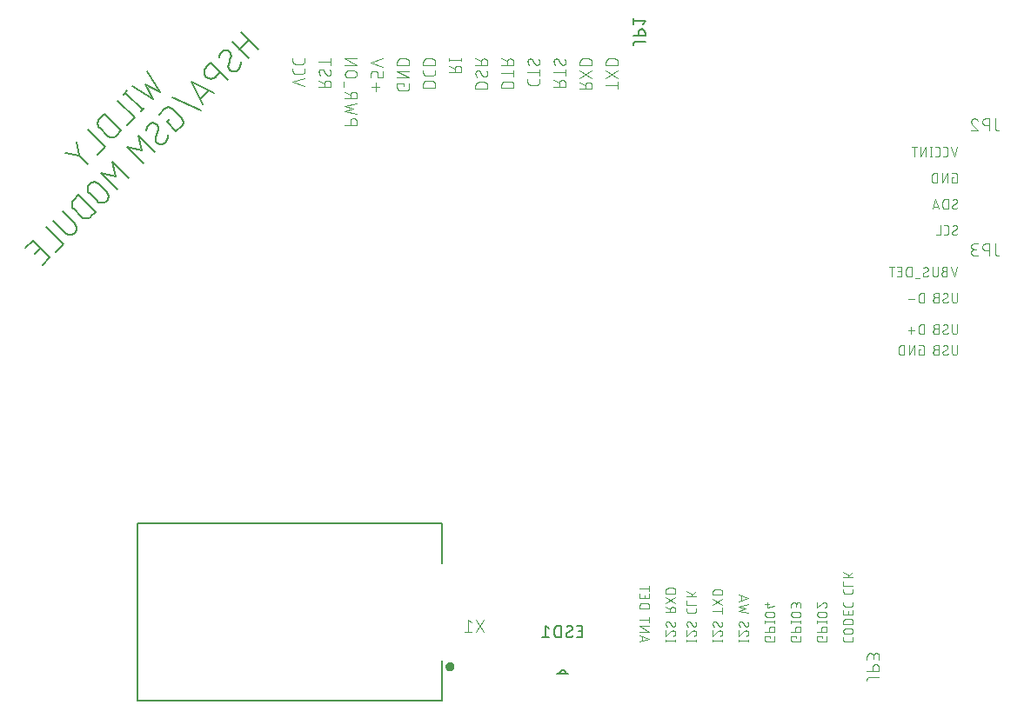
<source format=gbr>
G04 EAGLE Gerber RS-274X export*
G75*
%MOMM*%
%FSLAX34Y34*%
%LPD*%
%INSilkscreen Bottom*%
%IPPOS*%
%AMOC8*
5,1,8,0,0,1.08239X$1,22.5*%
G01*
%ADD10C,0.203200*%
%ADD11C,0.101600*%
%ADD12C,0.076200*%
%ADD13C,0.127000*%
%ADD14C,0.400000*%
%ADD15C,0.152400*%


D10*
X186495Y622404D02*
X199346Y602208D01*
X184659Y609552D01*
X192002Y594864D01*
X171807Y607716D01*
X165371Y601281D02*
X181895Y584757D01*
X183731Y586593D02*
X180059Y582921D01*
X163536Y599445D02*
X167207Y603117D01*
X157641Y593550D02*
X174165Y577027D01*
X166821Y569683D01*
X161387Y564249D02*
X144863Y580773D01*
X140274Y576183D01*
X140273Y576183D02*
X140162Y576069D01*
X140053Y575952D01*
X139948Y575833D01*
X139845Y575711D01*
X139746Y575586D01*
X139649Y575460D01*
X139556Y575331D01*
X139466Y575199D01*
X139379Y575066D01*
X139295Y574930D01*
X139215Y574792D01*
X139138Y574653D01*
X139065Y574511D01*
X138995Y574368D01*
X138929Y574223D01*
X138866Y574077D01*
X138807Y573929D01*
X138751Y573780D01*
X138700Y573629D01*
X138652Y573477D01*
X138607Y573324D01*
X138567Y573170D01*
X138530Y573015D01*
X138497Y572859D01*
X138468Y572703D01*
X138442Y572545D01*
X138421Y572388D01*
X138403Y572229D01*
X138390Y572071D01*
X138380Y571911D01*
X138374Y571752D01*
X138372Y571593D01*
X138374Y571434D01*
X138380Y571275D01*
X138390Y571115D01*
X138403Y570957D01*
X138421Y570798D01*
X138442Y570641D01*
X138468Y570483D01*
X138497Y570327D01*
X138530Y570171D01*
X138567Y570016D01*
X138607Y569862D01*
X138652Y569709D01*
X138700Y569557D01*
X138751Y569406D01*
X138807Y569257D01*
X138866Y569109D01*
X138929Y568963D01*
X138995Y568818D01*
X139065Y568675D01*
X139138Y568533D01*
X139215Y568394D01*
X139295Y568256D01*
X139379Y568120D01*
X139466Y567987D01*
X139556Y567855D01*
X139649Y567726D01*
X139746Y567600D01*
X139845Y567475D01*
X139948Y567353D01*
X140053Y567234D01*
X140162Y567117D01*
X140273Y567003D01*
X140274Y567003D02*
X147617Y559659D01*
X147731Y559548D01*
X147848Y559439D01*
X147967Y559334D01*
X148089Y559231D01*
X148214Y559132D01*
X148340Y559035D01*
X148469Y558942D01*
X148601Y558852D01*
X148734Y558765D01*
X148870Y558681D01*
X149008Y558601D01*
X149147Y558524D01*
X149289Y558451D01*
X149432Y558381D01*
X149577Y558315D01*
X149723Y558252D01*
X149871Y558193D01*
X150020Y558137D01*
X150171Y558086D01*
X150323Y558037D01*
X150476Y557993D01*
X150630Y557953D01*
X150785Y557916D01*
X150941Y557883D01*
X151097Y557854D01*
X151255Y557828D01*
X151412Y557807D01*
X151571Y557789D01*
X151730Y557776D01*
X151889Y557766D01*
X152048Y557760D01*
X152207Y557758D01*
X152366Y557760D01*
X152526Y557766D01*
X152685Y557776D01*
X152843Y557789D01*
X153002Y557807D01*
X153159Y557828D01*
X153317Y557854D01*
X153473Y557883D01*
X153629Y557916D01*
X153784Y557953D01*
X153938Y557993D01*
X154091Y558038D01*
X154243Y558086D01*
X154394Y558137D01*
X154543Y558193D01*
X154691Y558252D01*
X154837Y558315D01*
X154982Y558381D01*
X155125Y558451D01*
X155267Y558524D01*
X155406Y558601D01*
X155544Y558681D01*
X155680Y558765D01*
X155813Y558852D01*
X155945Y558942D01*
X156074Y559035D01*
X156200Y559132D01*
X156325Y559231D01*
X156447Y559334D01*
X156566Y559440D01*
X156683Y559548D01*
X156797Y559659D01*
X161387Y564249D01*
X145622Y548484D02*
X129099Y565008D01*
X145622Y548484D02*
X138278Y541140D01*
X120026Y540329D02*
X117731Y553640D01*
X120026Y540329D02*
X106715Y542624D01*
X120026Y540329D02*
X128747Y531608D01*
X278167Y660196D02*
X294691Y643672D01*
X285511Y652852D02*
X276331Y643672D01*
X268988Y651016D02*
X285511Y634492D01*
X274420Y623401D02*
X274317Y623301D01*
X274212Y623204D01*
X274104Y623110D01*
X273994Y623019D01*
X273881Y622931D01*
X273766Y622847D01*
X273648Y622765D01*
X273528Y622687D01*
X273406Y622612D01*
X273282Y622540D01*
X273156Y622472D01*
X273029Y622408D01*
X272899Y622347D01*
X272768Y622289D01*
X272636Y622235D01*
X272502Y622185D01*
X272366Y622139D01*
X272230Y622096D01*
X272092Y622057D01*
X271953Y622022D01*
X271814Y621991D01*
X271673Y621963D01*
X271532Y621940D01*
X271390Y621920D01*
X271248Y621904D01*
X271105Y621892D01*
X270963Y621884D01*
X270820Y621880D01*
X270676Y621880D01*
X270533Y621884D01*
X270391Y621892D01*
X270248Y621904D01*
X270106Y621920D01*
X269964Y621940D01*
X269823Y621963D01*
X269682Y621991D01*
X269543Y622022D01*
X269404Y622057D01*
X269266Y622096D01*
X269130Y622139D01*
X268994Y622185D01*
X268860Y622235D01*
X268728Y622289D01*
X268597Y622347D01*
X268467Y622408D01*
X268340Y622472D01*
X268214Y622540D01*
X268090Y622612D01*
X267968Y622687D01*
X267848Y622765D01*
X267730Y622847D01*
X267615Y622931D01*
X267502Y623019D01*
X267392Y623110D01*
X267284Y623204D01*
X267179Y623301D01*
X267076Y623401D01*
X274420Y623401D02*
X274603Y623589D01*
X274782Y623781D01*
X274956Y623977D01*
X275126Y624178D01*
X275290Y624382D01*
X275450Y624591D01*
X275605Y624803D01*
X275754Y625018D01*
X275898Y625238D01*
X276037Y625460D01*
X276171Y625686D01*
X276299Y625915D01*
X276422Y626147D01*
X276539Y626382D01*
X276650Y626620D01*
X276756Y626860D01*
X276856Y627103D01*
X276950Y627348D01*
X277038Y627595D01*
X277121Y627844D01*
X277197Y628095D01*
X277267Y628348D01*
X277331Y628603D01*
X277389Y628859D01*
X277441Y629116D01*
X277487Y629374D01*
X277527Y629634D01*
X277560Y629894D01*
X277587Y630155D01*
X277608Y630417D01*
X277623Y630679D01*
X277631Y630941D01*
X277633Y631204D01*
X266617Y641301D02*
X266514Y641401D01*
X266409Y641498D01*
X266301Y641592D01*
X266191Y641683D01*
X266078Y641771D01*
X265963Y641855D01*
X265845Y641937D01*
X265725Y642015D01*
X265603Y642090D01*
X265479Y642162D01*
X265353Y642230D01*
X265226Y642294D01*
X265096Y642355D01*
X264965Y642413D01*
X264833Y642467D01*
X264699Y642517D01*
X264563Y642563D01*
X264427Y642606D01*
X264289Y642645D01*
X264150Y642680D01*
X264011Y642711D01*
X263870Y642739D01*
X263729Y642762D01*
X263587Y642782D01*
X263445Y642798D01*
X263302Y642810D01*
X263160Y642818D01*
X263017Y642822D01*
X262873Y642822D01*
X262730Y642818D01*
X262588Y642810D01*
X262445Y642798D01*
X262303Y642782D01*
X262161Y642762D01*
X262020Y642739D01*
X261879Y642711D01*
X261740Y642680D01*
X261601Y642645D01*
X261463Y642606D01*
X261327Y642563D01*
X261191Y642517D01*
X261057Y642467D01*
X260925Y642413D01*
X260794Y642355D01*
X260664Y642294D01*
X260537Y642230D01*
X260411Y642162D01*
X260287Y642090D01*
X260165Y642015D01*
X260045Y641937D01*
X259927Y641855D01*
X259812Y641771D01*
X259699Y641683D01*
X259589Y641592D01*
X259481Y641498D01*
X259376Y641401D01*
X259273Y641301D01*
X259111Y641135D01*
X258953Y640965D01*
X258799Y640792D01*
X258649Y640614D01*
X258503Y640434D01*
X258362Y640250D01*
X258225Y640062D01*
X258093Y639871D01*
X257965Y639678D01*
X257842Y639481D01*
X257724Y639281D01*
X257610Y639079D01*
X257501Y638874D01*
X257398Y638666D01*
X257299Y638456D01*
X257205Y638244D01*
X257116Y638030D01*
X257033Y637813D01*
X256955Y637595D01*
X256881Y637375D01*
X256814Y637153D01*
X256751Y636929D01*
X256694Y636704D01*
X256642Y636478D01*
X256595Y636251D01*
X256554Y636022D01*
X256519Y635793D01*
X267994Y636252D02*
X268028Y636392D01*
X268059Y636533D01*
X268085Y636675D01*
X268108Y636817D01*
X268126Y636960D01*
X268141Y637103D01*
X268152Y637247D01*
X268159Y637391D01*
X268162Y637535D01*
X268161Y637679D01*
X268156Y637823D01*
X268147Y637967D01*
X268134Y638111D01*
X268118Y638254D01*
X268097Y638396D01*
X268073Y638538D01*
X268044Y638680D01*
X268012Y638820D01*
X267976Y638960D01*
X267936Y639098D01*
X267893Y639236D01*
X267845Y639372D01*
X267794Y639506D01*
X267740Y639640D01*
X267681Y639772D01*
X267620Y639902D01*
X267554Y640030D01*
X267485Y640157D01*
X267413Y640281D01*
X267337Y640404D01*
X267258Y640524D01*
X267176Y640643D01*
X267090Y640759D01*
X267002Y640872D01*
X266910Y640983D01*
X266815Y641092D01*
X266718Y641198D01*
X266617Y641301D01*
X265699Y628450D02*
X265665Y628310D01*
X265634Y628169D01*
X265608Y628027D01*
X265585Y627885D01*
X265567Y627742D01*
X265552Y627598D01*
X265541Y627455D01*
X265534Y627311D01*
X265531Y627167D01*
X265532Y627023D01*
X265537Y626879D01*
X265546Y626735D01*
X265559Y626591D01*
X265575Y626448D01*
X265596Y626306D01*
X265620Y626164D01*
X265649Y626022D01*
X265681Y625882D01*
X265717Y625742D01*
X265757Y625604D01*
X265800Y625466D01*
X265848Y625330D01*
X265899Y625196D01*
X265953Y625062D01*
X266012Y624931D01*
X266073Y624800D01*
X266139Y624672D01*
X266208Y624545D01*
X266280Y624421D01*
X266356Y624298D01*
X266435Y624178D01*
X266517Y624059D01*
X266603Y623943D01*
X266691Y623830D01*
X266783Y623719D01*
X266878Y623610D01*
X266975Y623504D01*
X267076Y623401D01*
X265699Y628450D02*
X267994Y636252D01*
X248536Y630564D02*
X265060Y614041D01*
X248536Y630564D02*
X243946Y625974D01*
X243835Y625860D01*
X243726Y625743D01*
X243621Y625624D01*
X243518Y625502D01*
X243419Y625377D01*
X243322Y625251D01*
X243229Y625122D01*
X243139Y624990D01*
X243052Y624857D01*
X242968Y624721D01*
X242888Y624583D01*
X242811Y624444D01*
X242738Y624302D01*
X242668Y624159D01*
X242602Y624014D01*
X242539Y623868D01*
X242480Y623720D01*
X242424Y623571D01*
X242373Y623420D01*
X242324Y623268D01*
X242280Y623115D01*
X242240Y622961D01*
X242203Y622806D01*
X242170Y622650D01*
X242141Y622494D01*
X242115Y622336D01*
X242094Y622179D01*
X242076Y622020D01*
X242063Y621862D01*
X242053Y621702D01*
X242047Y621543D01*
X242045Y621384D01*
X242047Y621225D01*
X242053Y621065D01*
X242063Y620906D01*
X242076Y620748D01*
X242094Y620589D01*
X242115Y620432D01*
X242141Y620274D01*
X242170Y620118D01*
X242203Y619962D01*
X242240Y619807D01*
X242280Y619653D01*
X242325Y619500D01*
X242373Y619348D01*
X242424Y619197D01*
X242480Y619048D01*
X242539Y618900D01*
X242602Y618754D01*
X242668Y618609D01*
X242738Y618466D01*
X242811Y618324D01*
X242888Y618185D01*
X242968Y618047D01*
X243052Y617911D01*
X243139Y617778D01*
X243229Y617646D01*
X243322Y617517D01*
X243419Y617391D01*
X243518Y617266D01*
X243621Y617144D01*
X243726Y617025D01*
X243835Y616908D01*
X243946Y616794D01*
X244060Y616683D01*
X244177Y616574D01*
X244296Y616469D01*
X244418Y616366D01*
X244543Y616267D01*
X244669Y616170D01*
X244798Y616077D01*
X244930Y615987D01*
X245063Y615900D01*
X245199Y615816D01*
X245337Y615736D01*
X245476Y615659D01*
X245618Y615586D01*
X245761Y615516D01*
X245906Y615450D01*
X246052Y615387D01*
X246200Y615328D01*
X246349Y615272D01*
X246500Y615221D01*
X246652Y615172D01*
X246805Y615128D01*
X246959Y615088D01*
X247114Y615051D01*
X247270Y615018D01*
X247426Y614989D01*
X247584Y614963D01*
X247741Y614942D01*
X247900Y614924D01*
X248059Y614911D01*
X248218Y614901D01*
X248377Y614895D01*
X248536Y614893D01*
X248695Y614895D01*
X248855Y614901D01*
X249014Y614911D01*
X249172Y614924D01*
X249331Y614942D01*
X249488Y614963D01*
X249646Y614989D01*
X249802Y615018D01*
X249958Y615051D01*
X250113Y615088D01*
X250267Y615128D01*
X250420Y615173D01*
X250572Y615221D01*
X250723Y615272D01*
X250872Y615328D01*
X251020Y615387D01*
X251166Y615450D01*
X251311Y615516D01*
X251454Y615586D01*
X251596Y615659D01*
X251735Y615736D01*
X251873Y615816D01*
X252009Y615900D01*
X252142Y615987D01*
X252274Y616077D01*
X252403Y616170D01*
X252529Y616267D01*
X252654Y616366D01*
X252776Y616469D01*
X252895Y616575D01*
X253012Y616683D01*
X253126Y616794D01*
X253126Y616795D02*
X257716Y621384D01*
X251811Y600792D02*
X229779Y611807D01*
X240795Y589776D01*
X238041Y595284D02*
X246303Y603545D01*
X238524Y583832D02*
X210984Y596684D01*
X208221Y575561D02*
X205467Y572807D01*
X214647Y563627D01*
X220155Y569135D01*
X220255Y569238D01*
X220352Y569343D01*
X220446Y569451D01*
X220537Y569561D01*
X220625Y569674D01*
X220709Y569789D01*
X220791Y569907D01*
X220869Y570027D01*
X220944Y570149D01*
X221016Y570273D01*
X221084Y570399D01*
X221148Y570526D01*
X221209Y570656D01*
X221267Y570787D01*
X221321Y570919D01*
X221371Y571053D01*
X221417Y571189D01*
X221460Y571325D01*
X221499Y571463D01*
X221534Y571602D01*
X221565Y571741D01*
X221593Y571882D01*
X221616Y572023D01*
X221636Y572165D01*
X221652Y572307D01*
X221664Y572450D01*
X221672Y572592D01*
X221676Y572735D01*
X221676Y572879D01*
X221672Y573022D01*
X221664Y573164D01*
X221652Y573307D01*
X221636Y573449D01*
X221616Y573591D01*
X221593Y573732D01*
X221565Y573873D01*
X221534Y574012D01*
X221499Y574151D01*
X221460Y574289D01*
X221417Y574425D01*
X221371Y574561D01*
X221321Y574695D01*
X221267Y574827D01*
X221209Y574958D01*
X221148Y575088D01*
X221084Y575215D01*
X221016Y575341D01*
X220944Y575465D01*
X220869Y575587D01*
X220791Y575707D01*
X220709Y575825D01*
X220625Y575940D01*
X220537Y576053D01*
X220446Y576163D01*
X220352Y576271D01*
X220255Y576376D01*
X220155Y576479D01*
X210975Y585659D01*
X210872Y585759D01*
X210767Y585856D01*
X210659Y585950D01*
X210549Y586041D01*
X210436Y586129D01*
X210321Y586213D01*
X210203Y586295D01*
X210083Y586373D01*
X209961Y586448D01*
X209837Y586520D01*
X209711Y586588D01*
X209584Y586652D01*
X209454Y586713D01*
X209323Y586771D01*
X209191Y586825D01*
X209057Y586875D01*
X208921Y586921D01*
X208785Y586964D01*
X208647Y587003D01*
X208508Y587038D01*
X208369Y587069D01*
X208228Y587097D01*
X208087Y587120D01*
X207945Y587140D01*
X207803Y587156D01*
X207661Y587168D01*
X207518Y587176D01*
X207375Y587180D01*
X207231Y587180D01*
X207088Y587176D01*
X206946Y587168D01*
X206803Y587156D01*
X206661Y587140D01*
X206519Y587120D01*
X206378Y587097D01*
X206237Y587069D01*
X206098Y587038D01*
X205959Y587003D01*
X205821Y586964D01*
X205685Y586921D01*
X205549Y586875D01*
X205415Y586825D01*
X205283Y586771D01*
X205152Y586713D01*
X205022Y586652D01*
X204895Y586588D01*
X204769Y586520D01*
X204645Y586448D01*
X204523Y586373D01*
X204403Y586295D01*
X204286Y586213D01*
X204170Y586129D01*
X204057Y586041D01*
X203947Y585950D01*
X203839Y585856D01*
X203734Y585759D01*
X203631Y585659D01*
X198123Y580151D01*
X196211Y552536D02*
X196314Y552436D01*
X196419Y552339D01*
X196527Y552245D01*
X196637Y552154D01*
X196750Y552066D01*
X196865Y551982D01*
X196983Y551900D01*
X197103Y551822D01*
X197225Y551747D01*
X197349Y551675D01*
X197475Y551607D01*
X197602Y551543D01*
X197732Y551482D01*
X197863Y551424D01*
X197995Y551370D01*
X198129Y551320D01*
X198265Y551274D01*
X198401Y551231D01*
X198539Y551192D01*
X198678Y551157D01*
X198817Y551126D01*
X198958Y551098D01*
X199099Y551075D01*
X199241Y551055D01*
X199383Y551039D01*
X199526Y551027D01*
X199668Y551019D01*
X199811Y551015D01*
X199955Y551015D01*
X200098Y551019D01*
X200240Y551027D01*
X200383Y551039D01*
X200525Y551055D01*
X200667Y551075D01*
X200808Y551098D01*
X200949Y551126D01*
X201088Y551157D01*
X201227Y551192D01*
X201365Y551231D01*
X201501Y551274D01*
X201637Y551320D01*
X201771Y551370D01*
X201903Y551424D01*
X202034Y551482D01*
X202164Y551543D01*
X202291Y551607D01*
X202417Y551675D01*
X202541Y551747D01*
X202663Y551822D01*
X202783Y551900D01*
X202901Y551982D01*
X203016Y552066D01*
X203129Y552154D01*
X203239Y552245D01*
X203347Y552339D01*
X203452Y552436D01*
X203555Y552536D01*
X203738Y552724D01*
X203917Y552916D01*
X204091Y553112D01*
X204261Y553313D01*
X204425Y553517D01*
X204585Y553726D01*
X204740Y553938D01*
X204889Y554153D01*
X205033Y554373D01*
X205172Y554595D01*
X205306Y554821D01*
X205434Y555050D01*
X205557Y555282D01*
X205674Y555517D01*
X205785Y555755D01*
X205891Y555995D01*
X205991Y556238D01*
X206085Y556483D01*
X206173Y556730D01*
X206256Y556979D01*
X206332Y557230D01*
X206402Y557483D01*
X206466Y557738D01*
X206524Y557994D01*
X206576Y558251D01*
X206622Y558509D01*
X206662Y558769D01*
X206695Y559029D01*
X206722Y559290D01*
X206743Y559552D01*
X206758Y559814D01*
X206766Y560076D01*
X206768Y560339D01*
X195752Y570436D02*
X195649Y570536D01*
X195544Y570633D01*
X195436Y570727D01*
X195326Y570818D01*
X195213Y570906D01*
X195098Y570990D01*
X194980Y571072D01*
X194860Y571150D01*
X194738Y571225D01*
X194614Y571297D01*
X194488Y571365D01*
X194361Y571429D01*
X194231Y571490D01*
X194100Y571548D01*
X193968Y571602D01*
X193834Y571652D01*
X193698Y571698D01*
X193562Y571741D01*
X193424Y571780D01*
X193285Y571815D01*
X193146Y571846D01*
X193005Y571874D01*
X192864Y571897D01*
X192722Y571917D01*
X192580Y571933D01*
X192437Y571945D01*
X192295Y571953D01*
X192152Y571957D01*
X192008Y571957D01*
X191865Y571953D01*
X191723Y571945D01*
X191580Y571933D01*
X191438Y571917D01*
X191296Y571897D01*
X191155Y571874D01*
X191014Y571846D01*
X190875Y571815D01*
X190736Y571780D01*
X190598Y571741D01*
X190462Y571698D01*
X190326Y571652D01*
X190192Y571602D01*
X190060Y571548D01*
X189929Y571490D01*
X189799Y571429D01*
X189672Y571365D01*
X189546Y571297D01*
X189422Y571225D01*
X189300Y571150D01*
X189180Y571072D01*
X189062Y570990D01*
X188947Y570906D01*
X188834Y570818D01*
X188724Y570727D01*
X188616Y570633D01*
X188511Y570536D01*
X188408Y570436D01*
X188409Y570436D02*
X188247Y570270D01*
X188089Y570100D01*
X187935Y569927D01*
X187785Y569749D01*
X187639Y569569D01*
X187498Y569385D01*
X187361Y569197D01*
X187229Y569006D01*
X187101Y568813D01*
X186978Y568616D01*
X186860Y568416D01*
X186746Y568214D01*
X186637Y568009D01*
X186534Y567801D01*
X186435Y567591D01*
X186341Y567379D01*
X186252Y567165D01*
X186169Y566948D01*
X186091Y566730D01*
X186017Y566510D01*
X185950Y566288D01*
X185887Y566064D01*
X185830Y565839D01*
X185778Y565613D01*
X185731Y565386D01*
X185690Y565157D01*
X185655Y564928D01*
X197129Y565387D02*
X197163Y565527D01*
X197194Y565668D01*
X197220Y565810D01*
X197243Y565952D01*
X197261Y566095D01*
X197276Y566238D01*
X197287Y566382D01*
X197294Y566526D01*
X197297Y566670D01*
X197296Y566814D01*
X197291Y566958D01*
X197282Y567102D01*
X197269Y567246D01*
X197253Y567389D01*
X197232Y567531D01*
X197208Y567673D01*
X197179Y567815D01*
X197147Y567955D01*
X197111Y568095D01*
X197071Y568233D01*
X197028Y568371D01*
X196980Y568507D01*
X196929Y568641D01*
X196875Y568775D01*
X196816Y568907D01*
X196755Y569037D01*
X196689Y569165D01*
X196620Y569292D01*
X196548Y569416D01*
X196472Y569539D01*
X196393Y569659D01*
X196311Y569778D01*
X196225Y569894D01*
X196137Y570007D01*
X196045Y570118D01*
X195950Y570227D01*
X195853Y570333D01*
X195752Y570436D01*
X194835Y557585D02*
X194801Y557445D01*
X194770Y557304D01*
X194744Y557162D01*
X194721Y557020D01*
X194703Y556877D01*
X194688Y556733D01*
X194677Y556590D01*
X194670Y556446D01*
X194667Y556302D01*
X194668Y556158D01*
X194673Y556014D01*
X194682Y555870D01*
X194695Y555726D01*
X194711Y555583D01*
X194732Y555441D01*
X194756Y555299D01*
X194785Y555157D01*
X194817Y555017D01*
X194853Y554877D01*
X194893Y554739D01*
X194936Y554601D01*
X194984Y554465D01*
X195035Y554331D01*
X195089Y554197D01*
X195148Y554066D01*
X195209Y553935D01*
X195275Y553807D01*
X195344Y553680D01*
X195416Y553556D01*
X195492Y553433D01*
X195571Y553313D01*
X195653Y553194D01*
X195739Y553078D01*
X195827Y552965D01*
X195919Y552854D01*
X196014Y552745D01*
X196111Y552639D01*
X196212Y552536D01*
X194834Y557585D02*
X197129Y565387D01*
X177710Y559737D02*
X194233Y543214D01*
X181382Y545050D02*
X177710Y559737D01*
X181382Y545050D02*
X166694Y548722D01*
X183217Y532198D01*
X168643Y517624D02*
X152119Y534147D01*
X155791Y519459D01*
X141104Y523131D01*
X157627Y506608D01*
X146895Y505055D02*
X139552Y512399D01*
X139438Y512510D01*
X139321Y512619D01*
X139202Y512724D01*
X139080Y512827D01*
X138955Y512926D01*
X138829Y513023D01*
X138700Y513116D01*
X138568Y513206D01*
X138435Y513293D01*
X138299Y513377D01*
X138161Y513457D01*
X138022Y513534D01*
X137880Y513607D01*
X137737Y513677D01*
X137592Y513743D01*
X137446Y513806D01*
X137298Y513865D01*
X137149Y513921D01*
X136998Y513972D01*
X136846Y514020D01*
X136693Y514065D01*
X136539Y514105D01*
X136384Y514142D01*
X136228Y514175D01*
X136072Y514204D01*
X135914Y514230D01*
X135757Y514251D01*
X135598Y514269D01*
X135440Y514282D01*
X135280Y514292D01*
X135121Y514298D01*
X134962Y514300D01*
X134803Y514298D01*
X134644Y514292D01*
X134484Y514282D01*
X134326Y514269D01*
X134167Y514251D01*
X134010Y514230D01*
X133852Y514204D01*
X133696Y514175D01*
X133540Y514142D01*
X133385Y514105D01*
X133231Y514065D01*
X133078Y514020D01*
X132926Y513972D01*
X132775Y513921D01*
X132626Y513865D01*
X132478Y513806D01*
X132332Y513743D01*
X132187Y513677D01*
X132044Y513607D01*
X131902Y513534D01*
X131763Y513457D01*
X131625Y513377D01*
X131489Y513293D01*
X131356Y513206D01*
X131224Y513116D01*
X131095Y513023D01*
X130969Y512926D01*
X130844Y512827D01*
X130722Y512724D01*
X130603Y512619D01*
X130486Y512510D01*
X130372Y512399D01*
X130261Y512285D01*
X130152Y512168D01*
X130047Y512049D01*
X129944Y511927D01*
X129845Y511802D01*
X129748Y511676D01*
X129655Y511547D01*
X129565Y511415D01*
X129478Y511282D01*
X129394Y511146D01*
X129314Y511008D01*
X129237Y510869D01*
X129164Y510727D01*
X129094Y510584D01*
X129028Y510439D01*
X128965Y510293D01*
X128906Y510145D01*
X128850Y509996D01*
X128799Y509845D01*
X128751Y509693D01*
X128706Y509540D01*
X128666Y509386D01*
X128629Y509231D01*
X128596Y509075D01*
X128567Y508919D01*
X128541Y508761D01*
X128520Y508604D01*
X128502Y508445D01*
X128489Y508287D01*
X128479Y508127D01*
X128473Y507968D01*
X128471Y507809D01*
X128473Y507650D01*
X128479Y507491D01*
X128489Y507331D01*
X128502Y507173D01*
X128520Y507014D01*
X128541Y506857D01*
X128567Y506699D01*
X128596Y506543D01*
X128629Y506387D01*
X128666Y506232D01*
X128706Y506078D01*
X128751Y505925D01*
X128799Y505773D01*
X128850Y505622D01*
X128906Y505473D01*
X128965Y505325D01*
X129028Y505179D01*
X129094Y505034D01*
X129164Y504891D01*
X129237Y504749D01*
X129314Y504610D01*
X129394Y504472D01*
X129478Y504336D01*
X129565Y504203D01*
X129655Y504071D01*
X129748Y503942D01*
X129845Y503816D01*
X129944Y503691D01*
X130047Y503569D01*
X130152Y503450D01*
X130261Y503333D01*
X130372Y503219D01*
X130372Y503220D02*
X137716Y495876D01*
X137830Y495765D01*
X137947Y495656D01*
X138066Y495551D01*
X138188Y495448D01*
X138313Y495349D01*
X138439Y495252D01*
X138568Y495159D01*
X138700Y495069D01*
X138833Y494982D01*
X138969Y494898D01*
X139107Y494818D01*
X139246Y494741D01*
X139388Y494668D01*
X139531Y494598D01*
X139676Y494532D01*
X139822Y494469D01*
X139970Y494410D01*
X140119Y494354D01*
X140270Y494303D01*
X140422Y494255D01*
X140575Y494210D01*
X140729Y494170D01*
X140884Y494133D01*
X141040Y494100D01*
X141196Y494071D01*
X141354Y494045D01*
X141511Y494024D01*
X141670Y494006D01*
X141828Y493993D01*
X141988Y493983D01*
X142147Y493977D01*
X142306Y493975D01*
X142465Y493977D01*
X142624Y493983D01*
X142784Y493993D01*
X142942Y494006D01*
X143101Y494024D01*
X143258Y494045D01*
X143416Y494071D01*
X143572Y494100D01*
X143728Y494133D01*
X143883Y494170D01*
X144037Y494210D01*
X144190Y494255D01*
X144342Y494303D01*
X144493Y494354D01*
X144642Y494410D01*
X144790Y494469D01*
X144936Y494532D01*
X145081Y494598D01*
X145224Y494668D01*
X145366Y494741D01*
X145505Y494818D01*
X145643Y494898D01*
X145779Y494982D01*
X145912Y495069D01*
X146044Y495159D01*
X146173Y495252D01*
X146299Y495349D01*
X146424Y495448D01*
X146546Y495551D01*
X146665Y495656D01*
X146782Y495765D01*
X146896Y495876D01*
X147007Y495990D01*
X147116Y496107D01*
X147221Y496226D01*
X147324Y496348D01*
X147423Y496473D01*
X147520Y496599D01*
X147613Y496728D01*
X147703Y496860D01*
X147790Y496993D01*
X147874Y497129D01*
X147954Y497267D01*
X148031Y497406D01*
X148104Y497548D01*
X148174Y497691D01*
X148240Y497836D01*
X148303Y497982D01*
X148362Y498130D01*
X148418Y498279D01*
X148469Y498430D01*
X148517Y498582D01*
X148562Y498735D01*
X148602Y498889D01*
X148639Y499044D01*
X148672Y499200D01*
X148701Y499356D01*
X148727Y499514D01*
X148748Y499671D01*
X148766Y499830D01*
X148779Y499988D01*
X148789Y500148D01*
X148795Y500307D01*
X148797Y500466D01*
X148795Y500625D01*
X148789Y500784D01*
X148779Y500944D01*
X148766Y501102D01*
X148748Y501261D01*
X148727Y501418D01*
X148701Y501576D01*
X148672Y501732D01*
X148639Y501888D01*
X148602Y502043D01*
X148562Y502197D01*
X148517Y502350D01*
X148469Y502502D01*
X148418Y502653D01*
X148362Y502802D01*
X148303Y502950D01*
X148240Y503096D01*
X148174Y503241D01*
X148104Y503384D01*
X148031Y503526D01*
X147954Y503665D01*
X147874Y503803D01*
X147790Y503939D01*
X147703Y504072D01*
X147613Y504204D01*
X147520Y504333D01*
X147423Y504459D01*
X147324Y504584D01*
X147221Y504706D01*
X147116Y504825D01*
X147007Y504942D01*
X146896Y505056D01*
X136230Y485210D02*
X119706Y501734D01*
X115116Y497144D01*
X115005Y497030D01*
X114896Y496913D01*
X114791Y496794D01*
X114688Y496672D01*
X114589Y496547D01*
X114492Y496421D01*
X114399Y496292D01*
X114309Y496160D01*
X114222Y496027D01*
X114138Y495891D01*
X114058Y495753D01*
X113981Y495614D01*
X113908Y495472D01*
X113838Y495329D01*
X113772Y495184D01*
X113709Y495038D01*
X113650Y494890D01*
X113594Y494741D01*
X113543Y494590D01*
X113495Y494438D01*
X113450Y494285D01*
X113410Y494131D01*
X113373Y493976D01*
X113340Y493820D01*
X113311Y493664D01*
X113285Y493506D01*
X113264Y493349D01*
X113246Y493190D01*
X113233Y493032D01*
X113223Y492872D01*
X113217Y492713D01*
X113215Y492554D01*
X113217Y492395D01*
X113223Y492236D01*
X113233Y492076D01*
X113246Y491918D01*
X113264Y491759D01*
X113285Y491602D01*
X113311Y491444D01*
X113340Y491288D01*
X113373Y491132D01*
X113410Y490977D01*
X113450Y490823D01*
X113495Y490670D01*
X113543Y490518D01*
X113594Y490367D01*
X113650Y490218D01*
X113709Y490070D01*
X113772Y489924D01*
X113838Y489779D01*
X113908Y489636D01*
X113981Y489494D01*
X114058Y489355D01*
X114138Y489217D01*
X114222Y489081D01*
X114309Y488948D01*
X114399Y488816D01*
X114492Y488687D01*
X114589Y488561D01*
X114688Y488436D01*
X114791Y488314D01*
X114896Y488195D01*
X115005Y488078D01*
X115116Y487964D01*
X122460Y480620D01*
X122574Y480509D01*
X122691Y480400D01*
X122810Y480295D01*
X122932Y480192D01*
X123057Y480093D01*
X123183Y479996D01*
X123312Y479903D01*
X123444Y479813D01*
X123577Y479726D01*
X123713Y479642D01*
X123851Y479562D01*
X123990Y479485D01*
X124132Y479412D01*
X124275Y479342D01*
X124420Y479276D01*
X124566Y479213D01*
X124714Y479154D01*
X124863Y479098D01*
X125014Y479047D01*
X125166Y478998D01*
X125319Y478954D01*
X125473Y478914D01*
X125628Y478877D01*
X125784Y478844D01*
X125940Y478815D01*
X126098Y478789D01*
X126255Y478768D01*
X126414Y478750D01*
X126573Y478737D01*
X126732Y478727D01*
X126891Y478721D01*
X127050Y478719D01*
X127209Y478721D01*
X127369Y478727D01*
X127528Y478737D01*
X127686Y478750D01*
X127845Y478768D01*
X128002Y478789D01*
X128160Y478815D01*
X128316Y478844D01*
X128472Y478877D01*
X128627Y478914D01*
X128781Y478954D01*
X128934Y478999D01*
X129086Y479047D01*
X129237Y479098D01*
X129386Y479154D01*
X129534Y479213D01*
X129680Y479276D01*
X129825Y479342D01*
X129968Y479412D01*
X130110Y479485D01*
X130249Y479562D01*
X130387Y479642D01*
X130523Y479726D01*
X130656Y479813D01*
X130788Y479903D01*
X130917Y479996D01*
X131043Y480093D01*
X131168Y480192D01*
X131290Y480295D01*
X131409Y480401D01*
X131526Y480509D01*
X131640Y480620D01*
X136230Y485210D01*
X115892Y474052D02*
X103958Y485986D01*
X115892Y474052D02*
X116003Y473938D01*
X116112Y473821D01*
X116217Y473702D01*
X116320Y473580D01*
X116419Y473455D01*
X116516Y473329D01*
X116609Y473200D01*
X116699Y473068D01*
X116786Y472935D01*
X116870Y472799D01*
X116950Y472661D01*
X117027Y472522D01*
X117100Y472380D01*
X117170Y472237D01*
X117236Y472092D01*
X117299Y471946D01*
X117358Y471798D01*
X117414Y471649D01*
X117465Y471498D01*
X117513Y471346D01*
X117558Y471193D01*
X117598Y471039D01*
X117635Y470884D01*
X117668Y470728D01*
X117697Y470572D01*
X117723Y470414D01*
X117744Y470257D01*
X117762Y470098D01*
X117775Y469940D01*
X117785Y469780D01*
X117791Y469621D01*
X117793Y469462D01*
X117791Y469303D01*
X117785Y469144D01*
X117775Y468984D01*
X117762Y468826D01*
X117744Y468667D01*
X117723Y468510D01*
X117697Y468352D01*
X117668Y468196D01*
X117635Y468040D01*
X117598Y467885D01*
X117558Y467731D01*
X117513Y467578D01*
X117465Y467426D01*
X117414Y467275D01*
X117358Y467126D01*
X117299Y466978D01*
X117236Y466832D01*
X117170Y466687D01*
X117100Y466544D01*
X117027Y466402D01*
X116950Y466263D01*
X116870Y466125D01*
X116786Y465989D01*
X116699Y465856D01*
X116609Y465724D01*
X116516Y465595D01*
X116419Y465469D01*
X116320Y465344D01*
X116217Y465222D01*
X116112Y465103D01*
X116003Y464986D01*
X115892Y464872D01*
X115778Y464761D01*
X115661Y464652D01*
X115542Y464547D01*
X115420Y464444D01*
X115295Y464345D01*
X115169Y464248D01*
X115040Y464155D01*
X114908Y464065D01*
X114775Y463978D01*
X114639Y463894D01*
X114501Y463814D01*
X114362Y463737D01*
X114220Y463664D01*
X114077Y463594D01*
X113932Y463528D01*
X113786Y463465D01*
X113638Y463406D01*
X113489Y463350D01*
X113338Y463299D01*
X113186Y463251D01*
X113033Y463206D01*
X112879Y463166D01*
X112724Y463129D01*
X112568Y463096D01*
X112412Y463067D01*
X112254Y463041D01*
X112097Y463020D01*
X111938Y463002D01*
X111780Y462989D01*
X111620Y462979D01*
X111461Y462973D01*
X111302Y462971D01*
X111143Y462973D01*
X110984Y462979D01*
X110824Y462989D01*
X110666Y463002D01*
X110507Y463020D01*
X110350Y463041D01*
X110192Y463067D01*
X110036Y463096D01*
X109880Y463129D01*
X109725Y463166D01*
X109571Y463206D01*
X109418Y463251D01*
X109266Y463299D01*
X109115Y463350D01*
X108966Y463406D01*
X108818Y463465D01*
X108672Y463528D01*
X108527Y463594D01*
X108384Y463664D01*
X108242Y463737D01*
X108103Y463814D01*
X107965Y463894D01*
X107829Y463978D01*
X107696Y464065D01*
X107564Y464155D01*
X107435Y464248D01*
X107309Y464345D01*
X107184Y464444D01*
X107062Y464547D01*
X106943Y464652D01*
X106826Y464761D01*
X106712Y464872D01*
X94779Y476806D01*
X88193Y470221D02*
X104717Y453697D01*
X97373Y446353D01*
X91922Y440902D02*
X84578Y433558D01*
X91922Y440902D02*
X75398Y457426D01*
X68055Y450082D01*
X77234Y444574D02*
X82742Y450082D01*
D11*
X328168Y611623D02*
X339852Y607728D01*
X339852Y615518D02*
X328168Y611623D01*
X328168Y622371D02*
X328168Y624967D01*
X328168Y622371D02*
X328170Y622272D01*
X328176Y622172D01*
X328185Y622073D01*
X328198Y621975D01*
X328215Y621877D01*
X328236Y621779D01*
X328261Y621683D01*
X328289Y621588D01*
X328321Y621494D01*
X328356Y621401D01*
X328395Y621309D01*
X328438Y621219D01*
X328483Y621131D01*
X328533Y621044D01*
X328585Y620960D01*
X328641Y620877D01*
X328699Y620797D01*
X328761Y620719D01*
X328826Y620644D01*
X328894Y620571D01*
X328964Y620501D01*
X329037Y620433D01*
X329112Y620368D01*
X329190Y620306D01*
X329270Y620248D01*
X329353Y620192D01*
X329437Y620140D01*
X329524Y620090D01*
X329612Y620045D01*
X329702Y620002D01*
X329794Y619963D01*
X329887Y619928D01*
X329981Y619896D01*
X330076Y619868D01*
X330172Y619843D01*
X330270Y619822D01*
X330368Y619805D01*
X330466Y619792D01*
X330565Y619783D01*
X330665Y619777D01*
X330764Y619775D01*
X330764Y619774D02*
X337256Y619774D01*
X337256Y619775D02*
X337355Y619777D01*
X337455Y619783D01*
X337554Y619792D01*
X337652Y619805D01*
X337750Y619822D01*
X337848Y619843D01*
X337944Y619868D01*
X338039Y619896D01*
X338133Y619928D01*
X338226Y619963D01*
X338318Y620002D01*
X338408Y620045D01*
X338496Y620090D01*
X338583Y620140D01*
X338667Y620192D01*
X338750Y620248D01*
X338830Y620306D01*
X338908Y620368D01*
X338983Y620433D01*
X339056Y620501D01*
X339126Y620571D01*
X339194Y620644D01*
X339259Y620719D01*
X339321Y620797D01*
X339379Y620877D01*
X339435Y620960D01*
X339487Y621044D01*
X339537Y621131D01*
X339582Y621219D01*
X339625Y621309D01*
X339664Y621401D01*
X339699Y621493D01*
X339731Y621588D01*
X339759Y621683D01*
X339784Y621779D01*
X339805Y621877D01*
X339822Y621975D01*
X339835Y622073D01*
X339844Y622172D01*
X339850Y622272D01*
X339852Y622371D01*
X339852Y624967D01*
X328168Y631896D02*
X328168Y634492D01*
X328168Y631896D02*
X328170Y631797D01*
X328176Y631697D01*
X328185Y631598D01*
X328198Y631500D01*
X328215Y631402D01*
X328236Y631304D01*
X328261Y631208D01*
X328289Y631113D01*
X328321Y631019D01*
X328356Y630926D01*
X328395Y630834D01*
X328438Y630744D01*
X328483Y630656D01*
X328533Y630569D01*
X328585Y630485D01*
X328641Y630402D01*
X328699Y630322D01*
X328761Y630244D01*
X328826Y630169D01*
X328894Y630096D01*
X328964Y630026D01*
X329037Y629958D01*
X329112Y629893D01*
X329190Y629831D01*
X329270Y629773D01*
X329353Y629717D01*
X329437Y629665D01*
X329524Y629615D01*
X329612Y629570D01*
X329702Y629527D01*
X329794Y629488D01*
X329887Y629453D01*
X329981Y629421D01*
X330076Y629393D01*
X330172Y629368D01*
X330270Y629347D01*
X330368Y629330D01*
X330466Y629317D01*
X330565Y629308D01*
X330665Y629302D01*
X330764Y629300D01*
X330764Y629299D02*
X337256Y629299D01*
X337256Y629300D02*
X337355Y629302D01*
X337455Y629308D01*
X337554Y629317D01*
X337652Y629330D01*
X337750Y629347D01*
X337848Y629368D01*
X337944Y629393D01*
X338039Y629421D01*
X338133Y629453D01*
X338226Y629488D01*
X338318Y629527D01*
X338408Y629570D01*
X338496Y629615D01*
X338583Y629665D01*
X338667Y629717D01*
X338750Y629773D01*
X338830Y629831D01*
X338908Y629893D01*
X338983Y629958D01*
X339056Y630026D01*
X339126Y630096D01*
X339194Y630169D01*
X339259Y630244D01*
X339321Y630322D01*
X339379Y630402D01*
X339435Y630485D01*
X339487Y630569D01*
X339537Y630656D01*
X339582Y630744D01*
X339625Y630834D01*
X339664Y630926D01*
X339699Y631018D01*
X339731Y631113D01*
X339759Y631208D01*
X339784Y631304D01*
X339805Y631402D01*
X339822Y631500D01*
X339835Y631598D01*
X339844Y631697D01*
X339850Y631797D01*
X339852Y631896D01*
X339852Y634492D01*
X353568Y606739D02*
X365252Y606739D01*
X365252Y609984D01*
X365250Y610097D01*
X365244Y610210D01*
X365234Y610323D01*
X365220Y610436D01*
X365203Y610548D01*
X365181Y610659D01*
X365156Y610769D01*
X365126Y610879D01*
X365093Y610987D01*
X365056Y611094D01*
X365016Y611200D01*
X364971Y611304D01*
X364923Y611407D01*
X364872Y611508D01*
X364817Y611607D01*
X364759Y611704D01*
X364697Y611799D01*
X364632Y611892D01*
X364564Y611982D01*
X364493Y612070D01*
X364418Y612156D01*
X364341Y612239D01*
X364261Y612319D01*
X364178Y612396D01*
X364092Y612471D01*
X364004Y612542D01*
X363914Y612610D01*
X363821Y612675D01*
X363726Y612737D01*
X363629Y612795D01*
X363530Y612850D01*
X363429Y612901D01*
X363326Y612949D01*
X363222Y612994D01*
X363116Y613034D01*
X363009Y613071D01*
X362901Y613104D01*
X362791Y613134D01*
X362681Y613159D01*
X362570Y613181D01*
X362458Y613198D01*
X362345Y613212D01*
X362232Y613222D01*
X362119Y613228D01*
X362006Y613230D01*
X361893Y613228D01*
X361780Y613222D01*
X361667Y613212D01*
X361554Y613198D01*
X361442Y613181D01*
X361331Y613159D01*
X361221Y613134D01*
X361111Y613104D01*
X361003Y613071D01*
X360896Y613034D01*
X360790Y612994D01*
X360686Y612949D01*
X360583Y612901D01*
X360482Y612850D01*
X360383Y612795D01*
X360286Y612737D01*
X360191Y612675D01*
X360098Y612610D01*
X360008Y612542D01*
X359920Y612471D01*
X359834Y612396D01*
X359751Y612319D01*
X359671Y612239D01*
X359594Y612156D01*
X359519Y612070D01*
X359448Y611982D01*
X359380Y611892D01*
X359315Y611799D01*
X359253Y611704D01*
X359195Y611607D01*
X359140Y611508D01*
X359089Y611407D01*
X359041Y611304D01*
X358996Y611200D01*
X358956Y611094D01*
X358919Y610987D01*
X358886Y610879D01*
X358856Y610769D01*
X358831Y610659D01*
X358809Y610548D01*
X358792Y610436D01*
X358778Y610323D01*
X358768Y610210D01*
X358762Y610097D01*
X358760Y609984D01*
X358761Y609984D02*
X358761Y606739D01*
X358761Y610633D02*
X353568Y613230D01*
X353568Y621609D02*
X353570Y621708D01*
X353576Y621808D01*
X353585Y621907D01*
X353598Y622005D01*
X353615Y622103D01*
X353636Y622201D01*
X353661Y622297D01*
X353689Y622392D01*
X353721Y622486D01*
X353756Y622579D01*
X353795Y622671D01*
X353838Y622761D01*
X353883Y622849D01*
X353933Y622936D01*
X353985Y623020D01*
X354041Y623103D01*
X354099Y623183D01*
X354161Y623261D01*
X354226Y623336D01*
X354294Y623409D01*
X354364Y623479D01*
X354437Y623547D01*
X354512Y623612D01*
X354590Y623674D01*
X354670Y623732D01*
X354753Y623788D01*
X354837Y623840D01*
X354924Y623890D01*
X355012Y623935D01*
X355102Y623978D01*
X355194Y624017D01*
X355287Y624052D01*
X355381Y624084D01*
X355476Y624112D01*
X355572Y624137D01*
X355670Y624158D01*
X355768Y624175D01*
X355866Y624188D01*
X355965Y624197D01*
X356065Y624203D01*
X356164Y624205D01*
X353568Y621609D02*
X353570Y621465D01*
X353576Y621320D01*
X353585Y621176D01*
X353598Y621033D01*
X353615Y620889D01*
X353636Y620746D01*
X353661Y620604D01*
X353689Y620463D01*
X353721Y620322D01*
X353757Y620182D01*
X353796Y620043D01*
X353839Y619905D01*
X353886Y619769D01*
X353936Y619633D01*
X353990Y619499D01*
X354047Y619367D01*
X354108Y619236D01*
X354172Y619107D01*
X354240Y618979D01*
X354310Y618853D01*
X354385Y618729D01*
X354462Y618608D01*
X354543Y618488D01*
X354626Y618370D01*
X354713Y618255D01*
X354803Y618142D01*
X354896Y618031D01*
X354991Y617923D01*
X355090Y617817D01*
X355191Y617714D01*
X362656Y618039D02*
X362755Y618041D01*
X362855Y618047D01*
X362954Y618056D01*
X363052Y618069D01*
X363150Y618086D01*
X363248Y618107D01*
X363344Y618132D01*
X363439Y618160D01*
X363533Y618192D01*
X363626Y618227D01*
X363718Y618266D01*
X363808Y618309D01*
X363896Y618354D01*
X363983Y618404D01*
X364067Y618456D01*
X364150Y618512D01*
X364230Y618570D01*
X364308Y618632D01*
X364383Y618697D01*
X364456Y618765D01*
X364526Y618835D01*
X364594Y618908D01*
X364659Y618983D01*
X364721Y619061D01*
X364779Y619141D01*
X364835Y619224D01*
X364887Y619308D01*
X364937Y619395D01*
X364982Y619483D01*
X365025Y619573D01*
X365064Y619665D01*
X365099Y619758D01*
X365131Y619852D01*
X365159Y619947D01*
X365184Y620044D01*
X365205Y620141D01*
X365222Y620239D01*
X365235Y620337D01*
X365244Y620436D01*
X365250Y620536D01*
X365252Y620635D01*
X365250Y620771D01*
X365244Y620907D01*
X365235Y621043D01*
X365222Y621179D01*
X365204Y621314D01*
X365184Y621448D01*
X365159Y621582D01*
X365131Y621716D01*
X365098Y621848D01*
X365063Y621979D01*
X365023Y622110D01*
X364980Y622239D01*
X364934Y622367D01*
X364883Y622493D01*
X364830Y622619D01*
X364772Y622742D01*
X364712Y622864D01*
X364648Y622984D01*
X364580Y623103D01*
X364510Y623219D01*
X364436Y623333D01*
X364359Y623446D01*
X364278Y623556D01*
X360384Y619336D02*
X360437Y619250D01*
X360494Y619166D01*
X360553Y619084D01*
X360616Y619004D01*
X360682Y618927D01*
X360750Y618852D01*
X360822Y618780D01*
X360896Y618711D01*
X360973Y618645D01*
X361052Y618582D01*
X361134Y618522D01*
X361218Y618465D01*
X361304Y618411D01*
X361392Y618361D01*
X361482Y618314D01*
X361573Y618270D01*
X361667Y618231D01*
X361761Y618194D01*
X361857Y618162D01*
X361955Y618133D01*
X362053Y618108D01*
X362152Y618087D01*
X362252Y618069D01*
X362352Y618056D01*
X362453Y618046D01*
X362555Y618040D01*
X362656Y618038D01*
X358436Y622907D02*
X358383Y622993D01*
X358326Y623077D01*
X358267Y623159D01*
X358204Y623239D01*
X358138Y623316D01*
X358070Y623391D01*
X357998Y623463D01*
X357924Y623532D01*
X357847Y623598D01*
X357768Y623661D01*
X357686Y623721D01*
X357602Y623778D01*
X357516Y623832D01*
X357428Y623882D01*
X357338Y623929D01*
X357247Y623973D01*
X357153Y624012D01*
X357059Y624049D01*
X356963Y624081D01*
X356865Y624110D01*
X356767Y624135D01*
X356668Y624156D01*
X356568Y624174D01*
X356468Y624187D01*
X356367Y624197D01*
X356265Y624203D01*
X356164Y624205D01*
X358436Y622907D02*
X360384Y619337D01*
X365252Y631246D02*
X353568Y631246D01*
X365252Y628001D02*
X365252Y634492D01*
X378968Y569877D02*
X390652Y569877D01*
X390652Y573123D01*
X390650Y573236D01*
X390644Y573349D01*
X390634Y573462D01*
X390620Y573575D01*
X390603Y573687D01*
X390581Y573798D01*
X390556Y573908D01*
X390526Y574018D01*
X390493Y574126D01*
X390456Y574233D01*
X390416Y574339D01*
X390371Y574443D01*
X390323Y574546D01*
X390272Y574647D01*
X390217Y574746D01*
X390159Y574843D01*
X390097Y574938D01*
X390032Y575031D01*
X389964Y575121D01*
X389893Y575209D01*
X389818Y575295D01*
X389741Y575378D01*
X389661Y575458D01*
X389578Y575535D01*
X389492Y575610D01*
X389404Y575681D01*
X389314Y575749D01*
X389221Y575814D01*
X389126Y575876D01*
X389029Y575934D01*
X388930Y575989D01*
X388829Y576040D01*
X388726Y576088D01*
X388622Y576133D01*
X388516Y576173D01*
X388409Y576210D01*
X388301Y576243D01*
X388191Y576273D01*
X388081Y576298D01*
X387970Y576320D01*
X387858Y576337D01*
X387745Y576351D01*
X387632Y576361D01*
X387519Y576367D01*
X387406Y576369D01*
X387293Y576367D01*
X387180Y576361D01*
X387067Y576351D01*
X386954Y576337D01*
X386842Y576320D01*
X386731Y576298D01*
X386621Y576273D01*
X386511Y576243D01*
X386403Y576210D01*
X386296Y576173D01*
X386190Y576133D01*
X386086Y576088D01*
X385983Y576040D01*
X385882Y575989D01*
X385783Y575934D01*
X385686Y575876D01*
X385591Y575814D01*
X385498Y575749D01*
X385408Y575681D01*
X385320Y575610D01*
X385234Y575535D01*
X385151Y575458D01*
X385071Y575378D01*
X384994Y575295D01*
X384919Y575209D01*
X384848Y575121D01*
X384780Y575031D01*
X384715Y574938D01*
X384653Y574843D01*
X384595Y574746D01*
X384540Y574647D01*
X384489Y574546D01*
X384441Y574443D01*
X384396Y574339D01*
X384356Y574233D01*
X384319Y574126D01*
X384286Y574018D01*
X384256Y573908D01*
X384231Y573798D01*
X384209Y573687D01*
X384192Y573575D01*
X384178Y573462D01*
X384168Y573349D01*
X384162Y573236D01*
X384160Y573123D01*
X384161Y573123D02*
X384161Y569877D01*
X390652Y580334D02*
X378968Y582930D01*
X386757Y585527D01*
X378968Y588123D01*
X390652Y590719D01*
X390652Y595690D02*
X378968Y595690D01*
X390652Y595690D02*
X390652Y598935D01*
X390650Y599048D01*
X390644Y599161D01*
X390634Y599274D01*
X390620Y599387D01*
X390603Y599499D01*
X390581Y599610D01*
X390556Y599720D01*
X390526Y599830D01*
X390493Y599938D01*
X390456Y600045D01*
X390416Y600151D01*
X390371Y600255D01*
X390323Y600358D01*
X390272Y600459D01*
X390217Y600558D01*
X390159Y600655D01*
X390097Y600750D01*
X390032Y600843D01*
X389964Y600933D01*
X389893Y601021D01*
X389818Y601107D01*
X389741Y601190D01*
X389661Y601270D01*
X389578Y601347D01*
X389492Y601422D01*
X389404Y601493D01*
X389314Y601561D01*
X389221Y601626D01*
X389126Y601688D01*
X389029Y601746D01*
X388930Y601801D01*
X388829Y601852D01*
X388726Y601900D01*
X388622Y601945D01*
X388516Y601985D01*
X388409Y602022D01*
X388301Y602055D01*
X388191Y602085D01*
X388081Y602110D01*
X387970Y602132D01*
X387858Y602149D01*
X387745Y602163D01*
X387632Y602173D01*
X387519Y602179D01*
X387406Y602181D01*
X387293Y602179D01*
X387180Y602173D01*
X387067Y602163D01*
X386954Y602149D01*
X386842Y602132D01*
X386731Y602110D01*
X386621Y602085D01*
X386511Y602055D01*
X386403Y602022D01*
X386296Y601985D01*
X386190Y601945D01*
X386086Y601900D01*
X385983Y601852D01*
X385882Y601801D01*
X385783Y601746D01*
X385686Y601688D01*
X385591Y601626D01*
X385498Y601561D01*
X385408Y601493D01*
X385320Y601422D01*
X385234Y601347D01*
X385151Y601270D01*
X385071Y601190D01*
X384994Y601107D01*
X384919Y601021D01*
X384848Y600933D01*
X384780Y600843D01*
X384715Y600750D01*
X384653Y600655D01*
X384595Y600558D01*
X384540Y600459D01*
X384489Y600358D01*
X384441Y600255D01*
X384396Y600151D01*
X384356Y600045D01*
X384319Y599938D01*
X384286Y599830D01*
X384256Y599720D01*
X384231Y599610D01*
X384209Y599499D01*
X384192Y599387D01*
X384178Y599274D01*
X384168Y599161D01*
X384162Y599048D01*
X384160Y598935D01*
X384161Y598935D02*
X384161Y595690D01*
X384161Y599584D02*
X378968Y602181D01*
X377670Y606552D02*
X377670Y611745D01*
X382214Y616190D02*
X387406Y616190D01*
X387406Y616189D02*
X387519Y616191D01*
X387632Y616197D01*
X387745Y616207D01*
X387858Y616221D01*
X387970Y616238D01*
X388081Y616260D01*
X388191Y616285D01*
X388301Y616315D01*
X388409Y616348D01*
X388516Y616385D01*
X388622Y616425D01*
X388726Y616470D01*
X388829Y616518D01*
X388930Y616569D01*
X389029Y616624D01*
X389126Y616682D01*
X389221Y616744D01*
X389314Y616809D01*
X389404Y616877D01*
X389492Y616948D01*
X389578Y617023D01*
X389661Y617100D01*
X389741Y617180D01*
X389818Y617263D01*
X389893Y617349D01*
X389964Y617437D01*
X390032Y617527D01*
X390097Y617620D01*
X390159Y617715D01*
X390217Y617812D01*
X390272Y617911D01*
X390323Y618012D01*
X390371Y618115D01*
X390416Y618219D01*
X390456Y618325D01*
X390493Y618432D01*
X390526Y618540D01*
X390556Y618650D01*
X390581Y618760D01*
X390603Y618871D01*
X390620Y618983D01*
X390634Y619096D01*
X390644Y619209D01*
X390650Y619322D01*
X390652Y619435D01*
X390650Y619548D01*
X390644Y619661D01*
X390634Y619774D01*
X390620Y619887D01*
X390603Y619999D01*
X390581Y620110D01*
X390556Y620220D01*
X390526Y620330D01*
X390493Y620438D01*
X390456Y620545D01*
X390416Y620651D01*
X390371Y620755D01*
X390323Y620858D01*
X390272Y620959D01*
X390217Y621058D01*
X390159Y621155D01*
X390097Y621250D01*
X390032Y621343D01*
X389964Y621433D01*
X389893Y621521D01*
X389818Y621607D01*
X389741Y621690D01*
X389661Y621770D01*
X389578Y621847D01*
X389492Y621922D01*
X389404Y621993D01*
X389314Y622061D01*
X389221Y622126D01*
X389126Y622188D01*
X389029Y622246D01*
X388930Y622301D01*
X388829Y622352D01*
X388726Y622400D01*
X388622Y622445D01*
X388516Y622485D01*
X388409Y622522D01*
X388301Y622555D01*
X388191Y622585D01*
X388081Y622610D01*
X387970Y622632D01*
X387858Y622649D01*
X387745Y622663D01*
X387632Y622673D01*
X387519Y622679D01*
X387406Y622681D01*
X382214Y622681D01*
X382101Y622679D01*
X381988Y622673D01*
X381875Y622663D01*
X381762Y622649D01*
X381650Y622632D01*
X381539Y622610D01*
X381429Y622585D01*
X381319Y622555D01*
X381211Y622522D01*
X381104Y622485D01*
X380998Y622445D01*
X380894Y622400D01*
X380791Y622352D01*
X380690Y622301D01*
X380591Y622246D01*
X380494Y622188D01*
X380399Y622126D01*
X380306Y622061D01*
X380216Y621993D01*
X380128Y621922D01*
X380042Y621847D01*
X379959Y621770D01*
X379879Y621690D01*
X379802Y621607D01*
X379727Y621521D01*
X379656Y621433D01*
X379588Y621343D01*
X379523Y621250D01*
X379461Y621155D01*
X379403Y621058D01*
X379348Y620959D01*
X379297Y620858D01*
X379249Y620755D01*
X379204Y620651D01*
X379164Y620545D01*
X379127Y620438D01*
X379094Y620330D01*
X379064Y620220D01*
X379039Y620110D01*
X379017Y619999D01*
X379000Y619887D01*
X378986Y619774D01*
X378976Y619661D01*
X378970Y619548D01*
X378968Y619435D01*
X378970Y619322D01*
X378976Y619209D01*
X378986Y619096D01*
X379000Y618983D01*
X379017Y618871D01*
X379039Y618760D01*
X379064Y618650D01*
X379094Y618540D01*
X379127Y618432D01*
X379164Y618325D01*
X379204Y618219D01*
X379249Y618115D01*
X379297Y618012D01*
X379348Y617911D01*
X379403Y617812D01*
X379461Y617715D01*
X379523Y617620D01*
X379588Y617527D01*
X379656Y617437D01*
X379727Y617349D01*
X379802Y617263D01*
X379879Y617180D01*
X379959Y617100D01*
X380042Y617023D01*
X380128Y616948D01*
X380216Y616877D01*
X380306Y616809D01*
X380399Y616744D01*
X380494Y616682D01*
X380591Y616624D01*
X380690Y616569D01*
X380791Y616518D01*
X380894Y616470D01*
X380998Y616425D01*
X381104Y616385D01*
X381211Y616348D01*
X381319Y616315D01*
X381429Y616285D01*
X381539Y616260D01*
X381650Y616238D01*
X381762Y616221D01*
X381875Y616207D01*
X381988Y616197D01*
X382101Y616191D01*
X382214Y616189D01*
X378968Y628001D02*
X390652Y628001D01*
X378968Y634492D01*
X390652Y634492D01*
X408912Y610870D02*
X408912Y603081D01*
X412806Y606975D02*
X405017Y606975D01*
X404368Y615922D02*
X404368Y619816D01*
X404370Y619915D01*
X404376Y620015D01*
X404385Y620114D01*
X404398Y620212D01*
X404415Y620310D01*
X404436Y620408D01*
X404461Y620504D01*
X404489Y620599D01*
X404521Y620693D01*
X404556Y620786D01*
X404595Y620878D01*
X404638Y620968D01*
X404683Y621056D01*
X404733Y621143D01*
X404785Y621227D01*
X404841Y621310D01*
X404899Y621390D01*
X404961Y621468D01*
X405026Y621543D01*
X405094Y621616D01*
X405164Y621686D01*
X405237Y621754D01*
X405312Y621819D01*
X405390Y621881D01*
X405470Y621939D01*
X405553Y621995D01*
X405637Y622047D01*
X405724Y622097D01*
X405812Y622142D01*
X405902Y622185D01*
X405994Y622224D01*
X406087Y622259D01*
X406181Y622291D01*
X406276Y622319D01*
X406372Y622344D01*
X406470Y622365D01*
X406568Y622382D01*
X406666Y622395D01*
X406765Y622404D01*
X406865Y622410D01*
X406964Y622412D01*
X406964Y622413D02*
X408263Y622413D01*
X408263Y622412D02*
X408362Y622410D01*
X408462Y622404D01*
X408561Y622395D01*
X408659Y622382D01*
X408757Y622365D01*
X408855Y622344D01*
X408951Y622319D01*
X409046Y622291D01*
X409140Y622259D01*
X409233Y622224D01*
X409325Y622185D01*
X409415Y622142D01*
X409503Y622097D01*
X409590Y622047D01*
X409674Y621995D01*
X409757Y621939D01*
X409837Y621881D01*
X409915Y621819D01*
X409990Y621754D01*
X410063Y621686D01*
X410133Y621616D01*
X410201Y621543D01*
X410266Y621468D01*
X410328Y621390D01*
X410386Y621310D01*
X410442Y621227D01*
X410494Y621143D01*
X410544Y621056D01*
X410589Y620968D01*
X410632Y620878D01*
X410671Y620786D01*
X410706Y620693D01*
X410738Y620599D01*
X410766Y620504D01*
X410791Y620408D01*
X410812Y620310D01*
X410829Y620212D01*
X410842Y620114D01*
X410851Y620015D01*
X410857Y619915D01*
X410859Y619816D01*
X410859Y615922D01*
X416052Y615922D01*
X416052Y622413D01*
X416052Y626703D02*
X404368Y630597D01*
X416052Y634492D01*
X436259Y610108D02*
X436259Y608161D01*
X436259Y610108D02*
X429768Y610108D01*
X429768Y606213D01*
X429770Y606114D01*
X429776Y606014D01*
X429785Y605915D01*
X429798Y605817D01*
X429815Y605719D01*
X429836Y605621D01*
X429861Y605525D01*
X429889Y605430D01*
X429921Y605336D01*
X429956Y605243D01*
X429995Y605151D01*
X430038Y605061D01*
X430083Y604973D01*
X430133Y604886D01*
X430185Y604802D01*
X430241Y604719D01*
X430299Y604639D01*
X430361Y604561D01*
X430426Y604486D01*
X430494Y604413D01*
X430564Y604343D01*
X430637Y604275D01*
X430712Y604210D01*
X430790Y604148D01*
X430870Y604090D01*
X430953Y604034D01*
X431037Y603982D01*
X431124Y603932D01*
X431212Y603887D01*
X431302Y603844D01*
X431394Y603805D01*
X431487Y603770D01*
X431581Y603738D01*
X431676Y603710D01*
X431772Y603685D01*
X431870Y603664D01*
X431968Y603647D01*
X432066Y603634D01*
X432165Y603625D01*
X432265Y603619D01*
X432364Y603617D01*
X438856Y603617D01*
X438955Y603619D01*
X439055Y603625D01*
X439154Y603634D01*
X439252Y603647D01*
X439350Y603664D01*
X439448Y603685D01*
X439544Y603710D01*
X439639Y603738D01*
X439733Y603770D01*
X439826Y603805D01*
X439918Y603844D01*
X440008Y603887D01*
X440096Y603932D01*
X440183Y603982D01*
X440267Y604034D01*
X440350Y604090D01*
X440430Y604148D01*
X440508Y604210D01*
X440583Y604275D01*
X440656Y604343D01*
X440726Y604413D01*
X440794Y604486D01*
X440859Y604561D01*
X440921Y604639D01*
X440979Y604719D01*
X441035Y604802D01*
X441087Y604886D01*
X441137Y604973D01*
X441182Y605061D01*
X441225Y605151D01*
X441264Y605243D01*
X441299Y605335D01*
X441331Y605430D01*
X441359Y605525D01*
X441384Y605621D01*
X441405Y605719D01*
X441422Y605817D01*
X441435Y605915D01*
X441444Y606014D01*
X441450Y606114D01*
X441452Y606213D01*
X441452Y610108D01*
X441452Y615809D02*
X429768Y615809D01*
X429768Y622300D02*
X441452Y615809D01*
X441452Y622300D02*
X429768Y622300D01*
X429768Y628001D02*
X441452Y628001D01*
X441452Y631246D01*
X441450Y631359D01*
X441444Y631472D01*
X441434Y631585D01*
X441420Y631698D01*
X441403Y631810D01*
X441381Y631921D01*
X441356Y632031D01*
X441326Y632141D01*
X441293Y632249D01*
X441256Y632356D01*
X441216Y632462D01*
X441171Y632566D01*
X441123Y632669D01*
X441072Y632770D01*
X441017Y632869D01*
X440959Y632966D01*
X440897Y633061D01*
X440832Y633154D01*
X440764Y633244D01*
X440693Y633332D01*
X440618Y633418D01*
X440541Y633501D01*
X440461Y633581D01*
X440378Y633658D01*
X440292Y633733D01*
X440204Y633804D01*
X440114Y633872D01*
X440021Y633937D01*
X439926Y633999D01*
X439829Y634057D01*
X439730Y634112D01*
X439629Y634163D01*
X439526Y634211D01*
X439422Y634256D01*
X439316Y634296D01*
X439209Y634333D01*
X439101Y634366D01*
X438991Y634396D01*
X438881Y634421D01*
X438770Y634443D01*
X438658Y634460D01*
X438545Y634474D01*
X438432Y634484D01*
X438319Y634490D01*
X438206Y634492D01*
X433014Y634492D01*
X432901Y634490D01*
X432788Y634484D01*
X432675Y634474D01*
X432562Y634460D01*
X432450Y634443D01*
X432339Y634421D01*
X432229Y634396D01*
X432119Y634366D01*
X432011Y634333D01*
X431904Y634296D01*
X431798Y634256D01*
X431694Y634211D01*
X431591Y634163D01*
X431490Y634112D01*
X431391Y634057D01*
X431294Y633999D01*
X431199Y633937D01*
X431106Y633872D01*
X431016Y633804D01*
X430928Y633733D01*
X430842Y633658D01*
X430759Y633581D01*
X430679Y633501D01*
X430602Y633418D01*
X430527Y633332D01*
X430456Y633244D01*
X430388Y633154D01*
X430323Y633061D01*
X430261Y632966D01*
X430203Y632869D01*
X430148Y632770D01*
X430097Y632669D01*
X430049Y632566D01*
X430004Y632462D01*
X429964Y632356D01*
X429927Y632249D01*
X429894Y632141D01*
X429864Y632031D01*
X429839Y631921D01*
X429817Y631810D01*
X429800Y631698D01*
X429786Y631585D01*
X429776Y631472D01*
X429770Y631359D01*
X429768Y631246D01*
X429768Y628001D01*
X455168Y606284D02*
X466852Y606284D01*
X466852Y609529D01*
X466850Y609642D01*
X466844Y609755D01*
X466834Y609868D01*
X466820Y609981D01*
X466803Y610093D01*
X466781Y610204D01*
X466756Y610314D01*
X466726Y610424D01*
X466693Y610532D01*
X466656Y610639D01*
X466616Y610745D01*
X466571Y610849D01*
X466523Y610952D01*
X466472Y611053D01*
X466417Y611152D01*
X466359Y611249D01*
X466297Y611344D01*
X466232Y611437D01*
X466164Y611527D01*
X466093Y611615D01*
X466018Y611701D01*
X465941Y611784D01*
X465861Y611864D01*
X465778Y611941D01*
X465692Y612016D01*
X465604Y612087D01*
X465514Y612155D01*
X465421Y612220D01*
X465326Y612282D01*
X465229Y612340D01*
X465130Y612395D01*
X465029Y612446D01*
X464926Y612494D01*
X464822Y612539D01*
X464716Y612579D01*
X464609Y612616D01*
X464501Y612649D01*
X464391Y612679D01*
X464281Y612704D01*
X464170Y612726D01*
X464058Y612743D01*
X463945Y612757D01*
X463832Y612767D01*
X463719Y612773D01*
X463606Y612775D01*
X458414Y612775D01*
X458301Y612773D01*
X458188Y612767D01*
X458075Y612757D01*
X457962Y612743D01*
X457850Y612726D01*
X457739Y612704D01*
X457629Y612679D01*
X457519Y612649D01*
X457411Y612616D01*
X457304Y612579D01*
X457198Y612539D01*
X457094Y612494D01*
X456991Y612446D01*
X456890Y612395D01*
X456791Y612340D01*
X456694Y612282D01*
X456599Y612220D01*
X456506Y612155D01*
X456416Y612087D01*
X456328Y612016D01*
X456242Y611941D01*
X456159Y611864D01*
X456079Y611784D01*
X456002Y611701D01*
X455927Y611615D01*
X455856Y611527D01*
X455788Y611437D01*
X455723Y611344D01*
X455661Y611249D01*
X455603Y611152D01*
X455548Y611053D01*
X455497Y610952D01*
X455449Y610849D01*
X455404Y610745D01*
X455364Y610639D01*
X455327Y610532D01*
X455294Y610424D01*
X455264Y610314D01*
X455239Y610204D01*
X455217Y610093D01*
X455200Y609981D01*
X455186Y609868D01*
X455176Y609755D01*
X455170Y609642D01*
X455168Y609529D01*
X455168Y606284D01*
X455168Y620658D02*
X455168Y623255D01*
X455168Y620658D02*
X455170Y620559D01*
X455176Y620459D01*
X455185Y620360D01*
X455198Y620262D01*
X455215Y620164D01*
X455236Y620066D01*
X455261Y619970D01*
X455289Y619875D01*
X455321Y619781D01*
X455356Y619688D01*
X455395Y619596D01*
X455438Y619506D01*
X455483Y619418D01*
X455533Y619331D01*
X455585Y619247D01*
X455641Y619164D01*
X455699Y619084D01*
X455761Y619006D01*
X455826Y618931D01*
X455894Y618858D01*
X455964Y618788D01*
X456037Y618720D01*
X456112Y618655D01*
X456190Y618593D01*
X456270Y618535D01*
X456353Y618479D01*
X456437Y618427D01*
X456524Y618377D01*
X456612Y618332D01*
X456702Y618289D01*
X456794Y618250D01*
X456887Y618215D01*
X456981Y618183D01*
X457076Y618155D01*
X457172Y618130D01*
X457270Y618109D01*
X457368Y618092D01*
X457466Y618079D01*
X457565Y618070D01*
X457665Y618064D01*
X457764Y618062D01*
X464256Y618062D01*
X464355Y618064D01*
X464455Y618070D01*
X464554Y618079D01*
X464652Y618092D01*
X464750Y618109D01*
X464848Y618130D01*
X464944Y618155D01*
X465039Y618183D01*
X465133Y618215D01*
X465226Y618250D01*
X465318Y618289D01*
X465408Y618332D01*
X465496Y618377D01*
X465583Y618427D01*
X465667Y618479D01*
X465750Y618535D01*
X465830Y618593D01*
X465908Y618655D01*
X465983Y618720D01*
X466056Y618788D01*
X466126Y618858D01*
X466194Y618931D01*
X466259Y619006D01*
X466321Y619084D01*
X466379Y619164D01*
X466435Y619247D01*
X466487Y619331D01*
X466537Y619418D01*
X466582Y619506D01*
X466625Y619596D01*
X466664Y619688D01*
X466699Y619780D01*
X466731Y619875D01*
X466759Y619970D01*
X466784Y620066D01*
X466805Y620164D01*
X466822Y620262D01*
X466835Y620360D01*
X466844Y620459D01*
X466850Y620559D01*
X466852Y620658D01*
X466852Y623255D01*
X466852Y628001D02*
X455168Y628001D01*
X466852Y628001D02*
X466852Y631246D01*
X466850Y631359D01*
X466844Y631472D01*
X466834Y631585D01*
X466820Y631698D01*
X466803Y631810D01*
X466781Y631921D01*
X466756Y632031D01*
X466726Y632141D01*
X466693Y632249D01*
X466656Y632356D01*
X466616Y632462D01*
X466571Y632566D01*
X466523Y632669D01*
X466472Y632770D01*
X466417Y632869D01*
X466359Y632966D01*
X466297Y633061D01*
X466232Y633154D01*
X466164Y633244D01*
X466093Y633332D01*
X466018Y633418D01*
X465941Y633501D01*
X465861Y633581D01*
X465778Y633658D01*
X465692Y633733D01*
X465604Y633804D01*
X465514Y633872D01*
X465421Y633937D01*
X465326Y633999D01*
X465229Y634057D01*
X465130Y634112D01*
X465029Y634163D01*
X464926Y634211D01*
X464822Y634256D01*
X464716Y634296D01*
X464609Y634333D01*
X464501Y634366D01*
X464391Y634396D01*
X464281Y634421D01*
X464170Y634443D01*
X464058Y634460D01*
X463945Y634474D01*
X463832Y634484D01*
X463719Y634490D01*
X463606Y634492D01*
X458414Y634492D01*
X458301Y634490D01*
X458188Y634484D01*
X458075Y634474D01*
X457962Y634460D01*
X457850Y634443D01*
X457739Y634421D01*
X457629Y634396D01*
X457519Y634366D01*
X457411Y634333D01*
X457304Y634296D01*
X457198Y634256D01*
X457094Y634211D01*
X456991Y634163D01*
X456890Y634112D01*
X456791Y634057D01*
X456694Y633999D01*
X456599Y633937D01*
X456506Y633872D01*
X456416Y633804D01*
X456328Y633733D01*
X456242Y633658D01*
X456159Y633581D01*
X456079Y633501D01*
X456002Y633418D01*
X455927Y633332D01*
X455856Y633244D01*
X455788Y633154D01*
X455723Y633061D01*
X455661Y632966D01*
X455603Y632869D01*
X455548Y632770D01*
X455497Y632669D01*
X455449Y632566D01*
X455404Y632462D01*
X455364Y632356D01*
X455327Y632249D01*
X455294Y632141D01*
X455264Y632031D01*
X455239Y631921D01*
X455217Y631810D01*
X455200Y631698D01*
X455186Y631585D01*
X455176Y631472D01*
X455170Y631359D01*
X455168Y631246D01*
X455168Y628001D01*
X480568Y620878D02*
X492252Y620878D01*
X492252Y624123D01*
X492250Y624236D01*
X492244Y624349D01*
X492234Y624462D01*
X492220Y624575D01*
X492203Y624687D01*
X492181Y624798D01*
X492156Y624908D01*
X492126Y625018D01*
X492093Y625126D01*
X492056Y625233D01*
X492016Y625339D01*
X491971Y625443D01*
X491923Y625546D01*
X491872Y625647D01*
X491817Y625746D01*
X491759Y625843D01*
X491697Y625938D01*
X491632Y626031D01*
X491564Y626121D01*
X491493Y626209D01*
X491418Y626295D01*
X491341Y626378D01*
X491261Y626458D01*
X491178Y626535D01*
X491092Y626610D01*
X491004Y626681D01*
X490914Y626749D01*
X490821Y626814D01*
X490726Y626876D01*
X490629Y626934D01*
X490530Y626989D01*
X490429Y627040D01*
X490326Y627088D01*
X490222Y627133D01*
X490116Y627173D01*
X490009Y627210D01*
X489901Y627243D01*
X489791Y627273D01*
X489681Y627298D01*
X489570Y627320D01*
X489458Y627337D01*
X489345Y627351D01*
X489232Y627361D01*
X489119Y627367D01*
X489006Y627369D01*
X488893Y627367D01*
X488780Y627361D01*
X488667Y627351D01*
X488554Y627337D01*
X488442Y627320D01*
X488331Y627298D01*
X488221Y627273D01*
X488111Y627243D01*
X488003Y627210D01*
X487896Y627173D01*
X487790Y627133D01*
X487686Y627088D01*
X487583Y627040D01*
X487482Y626989D01*
X487383Y626934D01*
X487286Y626876D01*
X487191Y626814D01*
X487098Y626749D01*
X487008Y626681D01*
X486920Y626610D01*
X486834Y626535D01*
X486751Y626458D01*
X486671Y626378D01*
X486594Y626295D01*
X486519Y626209D01*
X486448Y626121D01*
X486380Y626031D01*
X486315Y625938D01*
X486253Y625843D01*
X486195Y625746D01*
X486140Y625647D01*
X486089Y625546D01*
X486041Y625443D01*
X485996Y625339D01*
X485956Y625233D01*
X485919Y625126D01*
X485886Y625018D01*
X485856Y624908D01*
X485831Y624798D01*
X485809Y624687D01*
X485792Y624575D01*
X485778Y624462D01*
X485768Y624349D01*
X485762Y624236D01*
X485760Y624123D01*
X485761Y624123D02*
X485761Y620878D01*
X485761Y624773D02*
X480568Y627369D01*
X480568Y633194D02*
X492252Y633194D01*
X480568Y631896D02*
X480568Y634492D01*
X492252Y634492D02*
X492252Y631896D01*
X505968Y605067D02*
X517652Y605067D01*
X517652Y608313D01*
X517650Y608426D01*
X517644Y608539D01*
X517634Y608652D01*
X517620Y608765D01*
X517603Y608877D01*
X517581Y608988D01*
X517556Y609098D01*
X517526Y609208D01*
X517493Y609316D01*
X517456Y609423D01*
X517416Y609529D01*
X517371Y609633D01*
X517323Y609736D01*
X517272Y609837D01*
X517217Y609936D01*
X517159Y610033D01*
X517097Y610128D01*
X517032Y610221D01*
X516964Y610311D01*
X516893Y610399D01*
X516818Y610485D01*
X516741Y610568D01*
X516661Y610648D01*
X516578Y610725D01*
X516492Y610800D01*
X516404Y610871D01*
X516314Y610939D01*
X516221Y611004D01*
X516126Y611066D01*
X516029Y611124D01*
X515930Y611179D01*
X515829Y611230D01*
X515726Y611278D01*
X515622Y611323D01*
X515516Y611363D01*
X515409Y611400D01*
X515301Y611433D01*
X515191Y611463D01*
X515081Y611488D01*
X514970Y611510D01*
X514858Y611527D01*
X514745Y611541D01*
X514632Y611551D01*
X514519Y611557D01*
X514406Y611559D01*
X514406Y611558D02*
X509214Y611558D01*
X509214Y611559D02*
X509101Y611557D01*
X508988Y611551D01*
X508875Y611541D01*
X508762Y611527D01*
X508650Y611510D01*
X508539Y611488D01*
X508429Y611463D01*
X508319Y611433D01*
X508211Y611400D01*
X508104Y611363D01*
X507998Y611323D01*
X507894Y611278D01*
X507791Y611230D01*
X507690Y611179D01*
X507591Y611124D01*
X507494Y611066D01*
X507399Y611004D01*
X507306Y610939D01*
X507216Y610871D01*
X507128Y610800D01*
X507042Y610725D01*
X506959Y610648D01*
X506879Y610568D01*
X506802Y610485D01*
X506727Y610399D01*
X506656Y610311D01*
X506588Y610221D01*
X506523Y610128D01*
X506461Y610033D01*
X506403Y609936D01*
X506348Y609837D01*
X506297Y609736D01*
X506249Y609633D01*
X506204Y609529D01*
X506164Y609423D01*
X506127Y609316D01*
X506094Y609208D01*
X506064Y609098D01*
X506039Y608988D01*
X506017Y608877D01*
X506000Y608765D01*
X505986Y608652D01*
X505976Y608539D01*
X505970Y608426D01*
X505968Y608313D01*
X505968Y605067D01*
X505968Y620392D02*
X505970Y620491D01*
X505976Y620591D01*
X505985Y620690D01*
X505998Y620788D01*
X506015Y620886D01*
X506036Y620984D01*
X506061Y621080D01*
X506089Y621175D01*
X506121Y621269D01*
X506156Y621362D01*
X506195Y621454D01*
X506238Y621544D01*
X506283Y621632D01*
X506333Y621719D01*
X506385Y621803D01*
X506441Y621886D01*
X506499Y621966D01*
X506561Y622044D01*
X506626Y622119D01*
X506694Y622192D01*
X506764Y622262D01*
X506837Y622330D01*
X506912Y622395D01*
X506990Y622457D01*
X507070Y622515D01*
X507153Y622571D01*
X507237Y622623D01*
X507324Y622673D01*
X507412Y622718D01*
X507502Y622761D01*
X507594Y622800D01*
X507687Y622835D01*
X507781Y622867D01*
X507876Y622895D01*
X507972Y622920D01*
X508070Y622941D01*
X508168Y622958D01*
X508266Y622971D01*
X508365Y622980D01*
X508465Y622986D01*
X508564Y622988D01*
X505968Y620392D02*
X505970Y620248D01*
X505976Y620103D01*
X505985Y619959D01*
X505998Y619816D01*
X506015Y619672D01*
X506036Y619529D01*
X506061Y619387D01*
X506089Y619246D01*
X506121Y619105D01*
X506157Y618965D01*
X506196Y618826D01*
X506239Y618688D01*
X506286Y618552D01*
X506336Y618416D01*
X506390Y618282D01*
X506447Y618150D01*
X506508Y618019D01*
X506572Y617890D01*
X506640Y617762D01*
X506710Y617636D01*
X506785Y617512D01*
X506862Y617391D01*
X506943Y617271D01*
X507026Y617153D01*
X507113Y617038D01*
X507203Y616925D01*
X507296Y616814D01*
X507391Y616706D01*
X507490Y616600D01*
X507591Y616497D01*
X515056Y616822D02*
X515155Y616824D01*
X515255Y616830D01*
X515354Y616839D01*
X515452Y616852D01*
X515550Y616869D01*
X515648Y616890D01*
X515744Y616915D01*
X515839Y616943D01*
X515933Y616975D01*
X516026Y617010D01*
X516118Y617049D01*
X516208Y617092D01*
X516296Y617137D01*
X516383Y617187D01*
X516467Y617239D01*
X516550Y617295D01*
X516630Y617353D01*
X516708Y617415D01*
X516783Y617480D01*
X516856Y617548D01*
X516926Y617618D01*
X516994Y617691D01*
X517059Y617766D01*
X517121Y617844D01*
X517179Y617924D01*
X517235Y618007D01*
X517287Y618091D01*
X517337Y618178D01*
X517382Y618266D01*
X517425Y618356D01*
X517464Y618448D01*
X517499Y618541D01*
X517531Y618635D01*
X517559Y618730D01*
X517584Y618827D01*
X517605Y618924D01*
X517622Y619022D01*
X517635Y619120D01*
X517644Y619219D01*
X517650Y619319D01*
X517652Y619418D01*
X517650Y619554D01*
X517644Y619690D01*
X517635Y619826D01*
X517622Y619962D01*
X517604Y620097D01*
X517584Y620231D01*
X517559Y620365D01*
X517531Y620499D01*
X517498Y620631D01*
X517463Y620762D01*
X517423Y620893D01*
X517380Y621022D01*
X517334Y621150D01*
X517283Y621276D01*
X517230Y621402D01*
X517172Y621525D01*
X517112Y621647D01*
X517048Y621767D01*
X516980Y621886D01*
X516910Y622002D01*
X516836Y622116D01*
X516759Y622229D01*
X516678Y622339D01*
X512784Y618120D02*
X512837Y618034D01*
X512894Y617950D01*
X512953Y617868D01*
X513016Y617788D01*
X513082Y617711D01*
X513150Y617636D01*
X513222Y617564D01*
X513296Y617495D01*
X513373Y617429D01*
X513452Y617366D01*
X513534Y617306D01*
X513618Y617249D01*
X513704Y617195D01*
X513792Y617145D01*
X513882Y617098D01*
X513973Y617054D01*
X514067Y617015D01*
X514161Y616978D01*
X514257Y616946D01*
X514355Y616917D01*
X514453Y616892D01*
X514552Y616871D01*
X514652Y616853D01*
X514752Y616840D01*
X514853Y616830D01*
X514955Y616824D01*
X515056Y616822D01*
X510836Y621690D02*
X510783Y621776D01*
X510726Y621860D01*
X510667Y621942D01*
X510604Y622022D01*
X510538Y622099D01*
X510470Y622174D01*
X510398Y622246D01*
X510324Y622315D01*
X510247Y622381D01*
X510168Y622444D01*
X510086Y622504D01*
X510002Y622561D01*
X509916Y622615D01*
X509828Y622665D01*
X509738Y622712D01*
X509647Y622756D01*
X509553Y622795D01*
X509459Y622832D01*
X509363Y622864D01*
X509265Y622893D01*
X509167Y622918D01*
X509068Y622939D01*
X508968Y622957D01*
X508868Y622970D01*
X508767Y622980D01*
X508665Y622986D01*
X508564Y622988D01*
X510836Y621690D02*
X512784Y618120D01*
X517652Y628001D02*
X505968Y628001D01*
X517652Y628001D02*
X517652Y631246D01*
X517650Y631359D01*
X517644Y631472D01*
X517634Y631585D01*
X517620Y631698D01*
X517603Y631810D01*
X517581Y631921D01*
X517556Y632031D01*
X517526Y632141D01*
X517493Y632249D01*
X517456Y632356D01*
X517416Y632462D01*
X517371Y632566D01*
X517323Y632669D01*
X517272Y632770D01*
X517217Y632869D01*
X517159Y632966D01*
X517097Y633061D01*
X517032Y633154D01*
X516964Y633244D01*
X516893Y633332D01*
X516818Y633418D01*
X516741Y633501D01*
X516661Y633581D01*
X516578Y633658D01*
X516492Y633733D01*
X516404Y633804D01*
X516314Y633872D01*
X516221Y633937D01*
X516126Y633999D01*
X516029Y634057D01*
X515930Y634112D01*
X515829Y634163D01*
X515726Y634211D01*
X515622Y634256D01*
X515516Y634296D01*
X515409Y634333D01*
X515301Y634366D01*
X515191Y634396D01*
X515081Y634421D01*
X514970Y634443D01*
X514858Y634460D01*
X514745Y634474D01*
X514632Y634484D01*
X514519Y634490D01*
X514406Y634492D01*
X514293Y634490D01*
X514180Y634484D01*
X514067Y634474D01*
X513954Y634460D01*
X513842Y634443D01*
X513731Y634421D01*
X513621Y634396D01*
X513511Y634366D01*
X513403Y634333D01*
X513296Y634296D01*
X513190Y634256D01*
X513086Y634211D01*
X512983Y634163D01*
X512882Y634112D01*
X512783Y634057D01*
X512686Y633999D01*
X512591Y633937D01*
X512498Y633872D01*
X512408Y633804D01*
X512320Y633733D01*
X512234Y633658D01*
X512151Y633581D01*
X512071Y633501D01*
X511994Y633418D01*
X511919Y633332D01*
X511848Y633244D01*
X511780Y633154D01*
X511715Y633061D01*
X511653Y632966D01*
X511595Y632869D01*
X511540Y632770D01*
X511489Y632669D01*
X511441Y632566D01*
X511396Y632462D01*
X511356Y632356D01*
X511319Y632249D01*
X511286Y632141D01*
X511256Y632031D01*
X511231Y631921D01*
X511209Y631810D01*
X511192Y631698D01*
X511178Y631585D01*
X511168Y631472D01*
X511162Y631359D01*
X511160Y631246D01*
X511161Y631246D02*
X511161Y628001D01*
X511161Y631896D02*
X505968Y634492D01*
X531368Y605829D02*
X543052Y605829D01*
X543052Y609075D01*
X543050Y609188D01*
X543044Y609301D01*
X543034Y609414D01*
X543020Y609527D01*
X543003Y609639D01*
X542981Y609750D01*
X542956Y609860D01*
X542926Y609970D01*
X542893Y610078D01*
X542856Y610185D01*
X542816Y610291D01*
X542771Y610395D01*
X542723Y610498D01*
X542672Y610599D01*
X542617Y610698D01*
X542559Y610795D01*
X542497Y610890D01*
X542432Y610983D01*
X542364Y611073D01*
X542293Y611161D01*
X542218Y611247D01*
X542141Y611330D01*
X542061Y611410D01*
X541978Y611487D01*
X541892Y611562D01*
X541804Y611633D01*
X541714Y611701D01*
X541621Y611766D01*
X541526Y611828D01*
X541429Y611886D01*
X541330Y611941D01*
X541229Y611992D01*
X541126Y612040D01*
X541022Y612085D01*
X540916Y612125D01*
X540809Y612162D01*
X540701Y612195D01*
X540591Y612225D01*
X540481Y612250D01*
X540370Y612272D01*
X540258Y612289D01*
X540145Y612303D01*
X540032Y612313D01*
X539919Y612319D01*
X539806Y612321D01*
X539806Y612320D02*
X534614Y612320D01*
X534614Y612321D02*
X534501Y612319D01*
X534388Y612313D01*
X534275Y612303D01*
X534162Y612289D01*
X534050Y612272D01*
X533939Y612250D01*
X533829Y612225D01*
X533719Y612195D01*
X533611Y612162D01*
X533504Y612125D01*
X533398Y612085D01*
X533294Y612040D01*
X533191Y611992D01*
X533090Y611941D01*
X532991Y611886D01*
X532894Y611828D01*
X532799Y611766D01*
X532706Y611701D01*
X532616Y611633D01*
X532528Y611562D01*
X532442Y611487D01*
X532359Y611410D01*
X532279Y611330D01*
X532202Y611247D01*
X532127Y611161D01*
X532056Y611073D01*
X531988Y610983D01*
X531923Y610890D01*
X531861Y610795D01*
X531803Y610698D01*
X531748Y610599D01*
X531697Y610498D01*
X531649Y610395D01*
X531604Y610291D01*
X531564Y610185D01*
X531527Y610078D01*
X531494Y609970D01*
X531464Y609860D01*
X531439Y609750D01*
X531417Y609639D01*
X531400Y609527D01*
X531386Y609414D01*
X531376Y609301D01*
X531370Y609188D01*
X531368Y609075D01*
X531368Y605829D01*
X531368Y620124D02*
X543052Y620124D01*
X543052Y623369D02*
X543052Y616878D01*
X543052Y628001D02*
X531368Y628001D01*
X543052Y628001D02*
X543052Y631246D01*
X543050Y631359D01*
X543044Y631472D01*
X543034Y631585D01*
X543020Y631698D01*
X543003Y631810D01*
X542981Y631921D01*
X542956Y632031D01*
X542926Y632141D01*
X542893Y632249D01*
X542856Y632356D01*
X542816Y632462D01*
X542771Y632566D01*
X542723Y632669D01*
X542672Y632770D01*
X542617Y632869D01*
X542559Y632966D01*
X542497Y633061D01*
X542432Y633154D01*
X542364Y633244D01*
X542293Y633332D01*
X542218Y633418D01*
X542141Y633501D01*
X542061Y633581D01*
X541978Y633658D01*
X541892Y633733D01*
X541804Y633804D01*
X541714Y633872D01*
X541621Y633937D01*
X541526Y633999D01*
X541429Y634057D01*
X541330Y634112D01*
X541229Y634163D01*
X541126Y634211D01*
X541022Y634256D01*
X540916Y634296D01*
X540809Y634333D01*
X540701Y634366D01*
X540591Y634396D01*
X540481Y634421D01*
X540370Y634443D01*
X540258Y634460D01*
X540145Y634474D01*
X540032Y634484D01*
X539919Y634490D01*
X539806Y634492D01*
X539693Y634490D01*
X539580Y634484D01*
X539467Y634474D01*
X539354Y634460D01*
X539242Y634443D01*
X539131Y634421D01*
X539021Y634396D01*
X538911Y634366D01*
X538803Y634333D01*
X538696Y634296D01*
X538590Y634256D01*
X538486Y634211D01*
X538383Y634163D01*
X538282Y634112D01*
X538183Y634057D01*
X538086Y633999D01*
X537991Y633937D01*
X537898Y633872D01*
X537808Y633804D01*
X537720Y633733D01*
X537634Y633658D01*
X537551Y633581D01*
X537471Y633501D01*
X537394Y633418D01*
X537319Y633332D01*
X537248Y633244D01*
X537180Y633154D01*
X537115Y633061D01*
X537053Y632966D01*
X536995Y632869D01*
X536940Y632770D01*
X536889Y632669D01*
X536841Y632566D01*
X536796Y632462D01*
X536756Y632356D01*
X536719Y632249D01*
X536686Y632141D01*
X536656Y632031D01*
X536631Y631921D01*
X536609Y631810D01*
X536592Y631698D01*
X536578Y631585D01*
X536568Y631472D01*
X536562Y631359D01*
X536560Y631246D01*
X536561Y631246D02*
X536561Y628001D01*
X536561Y631896D02*
X531368Y634492D01*
X556768Y614111D02*
X556768Y611514D01*
X556770Y611415D01*
X556776Y611315D01*
X556785Y611216D01*
X556798Y611118D01*
X556815Y611020D01*
X556836Y610922D01*
X556861Y610826D01*
X556889Y610731D01*
X556921Y610637D01*
X556956Y610544D01*
X556995Y610452D01*
X557038Y610362D01*
X557083Y610274D01*
X557133Y610187D01*
X557185Y610103D01*
X557241Y610020D01*
X557299Y609940D01*
X557361Y609862D01*
X557426Y609787D01*
X557494Y609714D01*
X557564Y609644D01*
X557637Y609576D01*
X557712Y609511D01*
X557790Y609449D01*
X557870Y609391D01*
X557953Y609335D01*
X558037Y609283D01*
X558124Y609233D01*
X558212Y609188D01*
X558302Y609145D01*
X558394Y609106D01*
X558487Y609071D01*
X558581Y609039D01*
X558676Y609011D01*
X558772Y608986D01*
X558870Y608965D01*
X558968Y608948D01*
X559066Y608935D01*
X559165Y608926D01*
X559265Y608920D01*
X559364Y608918D01*
X565856Y608918D01*
X565955Y608920D01*
X566055Y608926D01*
X566154Y608935D01*
X566252Y608948D01*
X566350Y608965D01*
X566448Y608986D01*
X566544Y609011D01*
X566639Y609039D01*
X566733Y609071D01*
X566826Y609106D01*
X566918Y609145D01*
X567008Y609188D01*
X567096Y609233D01*
X567183Y609283D01*
X567267Y609335D01*
X567350Y609391D01*
X567430Y609449D01*
X567508Y609511D01*
X567583Y609576D01*
X567656Y609644D01*
X567726Y609714D01*
X567794Y609787D01*
X567859Y609862D01*
X567921Y609940D01*
X567979Y610020D01*
X568035Y610103D01*
X568087Y610187D01*
X568137Y610274D01*
X568182Y610362D01*
X568225Y610452D01*
X568264Y610544D01*
X568299Y610636D01*
X568331Y610731D01*
X568359Y610826D01*
X568384Y610922D01*
X568405Y611020D01*
X568422Y611118D01*
X568435Y611216D01*
X568444Y611315D01*
X568450Y611415D01*
X568452Y611514D01*
X568452Y614111D01*
X568452Y620959D02*
X556768Y620959D01*
X568452Y617714D02*
X568452Y624205D01*
X559364Y634492D02*
X559265Y634490D01*
X559165Y634484D01*
X559066Y634475D01*
X558968Y634462D01*
X558870Y634445D01*
X558772Y634424D01*
X558676Y634399D01*
X558581Y634371D01*
X558487Y634339D01*
X558394Y634304D01*
X558302Y634265D01*
X558212Y634222D01*
X558124Y634177D01*
X558037Y634127D01*
X557953Y634075D01*
X557870Y634019D01*
X557790Y633961D01*
X557712Y633899D01*
X557637Y633834D01*
X557564Y633766D01*
X557494Y633696D01*
X557426Y633623D01*
X557361Y633548D01*
X557299Y633470D01*
X557241Y633390D01*
X557185Y633307D01*
X557133Y633223D01*
X557083Y633136D01*
X557038Y633048D01*
X556995Y632958D01*
X556956Y632866D01*
X556921Y632773D01*
X556889Y632679D01*
X556861Y632584D01*
X556836Y632488D01*
X556815Y632390D01*
X556798Y632292D01*
X556785Y632194D01*
X556776Y632095D01*
X556770Y631995D01*
X556768Y631896D01*
X556770Y631752D01*
X556776Y631607D01*
X556785Y631463D01*
X556798Y631320D01*
X556815Y631176D01*
X556836Y631033D01*
X556861Y630891D01*
X556889Y630750D01*
X556921Y630609D01*
X556957Y630469D01*
X556996Y630330D01*
X557039Y630192D01*
X557086Y630056D01*
X557136Y629920D01*
X557190Y629786D01*
X557247Y629654D01*
X557308Y629523D01*
X557372Y629394D01*
X557440Y629266D01*
X557510Y629140D01*
X557585Y629016D01*
X557662Y628895D01*
X557743Y628775D01*
X557826Y628657D01*
X557913Y628542D01*
X558003Y628429D01*
X558096Y628318D01*
X558191Y628210D01*
X558290Y628104D01*
X558391Y628001D01*
X565856Y628326D02*
X565955Y628328D01*
X566055Y628334D01*
X566154Y628343D01*
X566252Y628356D01*
X566350Y628373D01*
X566448Y628394D01*
X566544Y628419D01*
X566639Y628447D01*
X566733Y628479D01*
X566826Y628514D01*
X566918Y628553D01*
X567008Y628596D01*
X567096Y628641D01*
X567183Y628691D01*
X567267Y628743D01*
X567350Y628799D01*
X567430Y628857D01*
X567508Y628919D01*
X567583Y628984D01*
X567656Y629052D01*
X567726Y629122D01*
X567794Y629195D01*
X567859Y629270D01*
X567921Y629348D01*
X567979Y629428D01*
X568035Y629511D01*
X568087Y629595D01*
X568137Y629682D01*
X568182Y629770D01*
X568225Y629860D01*
X568264Y629952D01*
X568299Y630045D01*
X568331Y630139D01*
X568359Y630234D01*
X568384Y630331D01*
X568405Y630428D01*
X568422Y630526D01*
X568435Y630624D01*
X568444Y630723D01*
X568450Y630823D01*
X568452Y630922D01*
X568450Y631058D01*
X568444Y631194D01*
X568435Y631330D01*
X568422Y631466D01*
X568404Y631601D01*
X568384Y631735D01*
X568359Y631869D01*
X568331Y632003D01*
X568298Y632135D01*
X568263Y632266D01*
X568223Y632397D01*
X568180Y632526D01*
X568134Y632654D01*
X568083Y632780D01*
X568030Y632906D01*
X567972Y633029D01*
X567912Y633151D01*
X567848Y633271D01*
X567780Y633390D01*
X567710Y633506D01*
X567636Y633620D01*
X567559Y633733D01*
X567478Y633843D01*
X563584Y629623D02*
X563637Y629537D01*
X563694Y629453D01*
X563753Y629371D01*
X563816Y629291D01*
X563882Y629214D01*
X563950Y629139D01*
X564022Y629067D01*
X564096Y628998D01*
X564173Y628932D01*
X564252Y628869D01*
X564334Y628809D01*
X564418Y628752D01*
X564504Y628698D01*
X564592Y628648D01*
X564682Y628601D01*
X564773Y628557D01*
X564867Y628518D01*
X564961Y628481D01*
X565057Y628449D01*
X565155Y628420D01*
X565253Y628395D01*
X565352Y628374D01*
X565452Y628356D01*
X565552Y628343D01*
X565653Y628333D01*
X565755Y628327D01*
X565856Y628325D01*
X561636Y633194D02*
X561583Y633280D01*
X561526Y633364D01*
X561467Y633446D01*
X561404Y633526D01*
X561338Y633603D01*
X561270Y633678D01*
X561198Y633750D01*
X561124Y633819D01*
X561047Y633885D01*
X560968Y633948D01*
X560886Y634008D01*
X560802Y634065D01*
X560716Y634119D01*
X560628Y634169D01*
X560538Y634216D01*
X560447Y634260D01*
X560353Y634299D01*
X560259Y634336D01*
X560163Y634368D01*
X560065Y634397D01*
X559967Y634422D01*
X559868Y634443D01*
X559768Y634461D01*
X559668Y634474D01*
X559567Y634484D01*
X559465Y634490D01*
X559364Y634492D01*
X561636Y633194D02*
X563584Y629624D01*
X582168Y607120D02*
X593852Y607120D01*
X593852Y610365D01*
X593850Y610478D01*
X593844Y610591D01*
X593834Y610704D01*
X593820Y610817D01*
X593803Y610929D01*
X593781Y611040D01*
X593756Y611150D01*
X593726Y611260D01*
X593693Y611368D01*
X593656Y611475D01*
X593616Y611581D01*
X593571Y611685D01*
X593523Y611788D01*
X593472Y611889D01*
X593417Y611988D01*
X593359Y612085D01*
X593297Y612180D01*
X593232Y612273D01*
X593164Y612363D01*
X593093Y612451D01*
X593018Y612537D01*
X592941Y612620D01*
X592861Y612700D01*
X592778Y612777D01*
X592692Y612852D01*
X592604Y612923D01*
X592514Y612991D01*
X592421Y613056D01*
X592326Y613118D01*
X592229Y613176D01*
X592130Y613231D01*
X592029Y613282D01*
X591926Y613330D01*
X591822Y613375D01*
X591716Y613415D01*
X591609Y613452D01*
X591501Y613485D01*
X591391Y613515D01*
X591281Y613540D01*
X591170Y613562D01*
X591058Y613579D01*
X590945Y613593D01*
X590832Y613603D01*
X590719Y613609D01*
X590606Y613611D01*
X590493Y613609D01*
X590380Y613603D01*
X590267Y613593D01*
X590154Y613579D01*
X590042Y613562D01*
X589931Y613540D01*
X589821Y613515D01*
X589711Y613485D01*
X589603Y613452D01*
X589496Y613415D01*
X589390Y613375D01*
X589286Y613330D01*
X589183Y613282D01*
X589082Y613231D01*
X588983Y613176D01*
X588886Y613118D01*
X588791Y613056D01*
X588698Y612991D01*
X588608Y612923D01*
X588520Y612852D01*
X588434Y612777D01*
X588351Y612700D01*
X588271Y612620D01*
X588194Y612537D01*
X588119Y612451D01*
X588048Y612363D01*
X587980Y612273D01*
X587915Y612180D01*
X587853Y612085D01*
X587795Y611988D01*
X587740Y611889D01*
X587689Y611788D01*
X587641Y611685D01*
X587596Y611581D01*
X587556Y611475D01*
X587519Y611368D01*
X587486Y611260D01*
X587456Y611150D01*
X587431Y611040D01*
X587409Y610929D01*
X587392Y610817D01*
X587378Y610704D01*
X587368Y610591D01*
X587362Y610478D01*
X587360Y610365D01*
X587361Y610365D02*
X587361Y607120D01*
X587361Y611014D02*
X582168Y613611D01*
X582168Y620959D02*
X593852Y620959D01*
X593852Y617714D02*
X593852Y624205D01*
X584764Y634492D02*
X584665Y634490D01*
X584565Y634484D01*
X584466Y634475D01*
X584368Y634462D01*
X584270Y634445D01*
X584172Y634424D01*
X584076Y634399D01*
X583981Y634371D01*
X583887Y634339D01*
X583794Y634304D01*
X583702Y634265D01*
X583612Y634222D01*
X583524Y634177D01*
X583437Y634127D01*
X583353Y634075D01*
X583270Y634019D01*
X583190Y633961D01*
X583112Y633899D01*
X583037Y633834D01*
X582964Y633766D01*
X582894Y633696D01*
X582826Y633623D01*
X582761Y633548D01*
X582699Y633470D01*
X582641Y633390D01*
X582585Y633307D01*
X582533Y633223D01*
X582483Y633136D01*
X582438Y633048D01*
X582395Y632958D01*
X582356Y632866D01*
X582321Y632773D01*
X582289Y632679D01*
X582261Y632584D01*
X582236Y632488D01*
X582215Y632390D01*
X582198Y632292D01*
X582185Y632194D01*
X582176Y632095D01*
X582170Y631995D01*
X582168Y631896D01*
X582170Y631752D01*
X582176Y631607D01*
X582185Y631463D01*
X582198Y631320D01*
X582215Y631176D01*
X582236Y631033D01*
X582261Y630891D01*
X582289Y630750D01*
X582321Y630609D01*
X582357Y630469D01*
X582396Y630330D01*
X582439Y630192D01*
X582486Y630056D01*
X582536Y629920D01*
X582590Y629786D01*
X582647Y629654D01*
X582708Y629523D01*
X582772Y629394D01*
X582840Y629266D01*
X582910Y629140D01*
X582985Y629016D01*
X583062Y628895D01*
X583143Y628775D01*
X583226Y628657D01*
X583313Y628542D01*
X583403Y628429D01*
X583496Y628318D01*
X583591Y628210D01*
X583690Y628104D01*
X583791Y628001D01*
X591256Y628326D02*
X591355Y628328D01*
X591455Y628334D01*
X591554Y628343D01*
X591652Y628356D01*
X591750Y628373D01*
X591848Y628394D01*
X591944Y628419D01*
X592039Y628447D01*
X592133Y628479D01*
X592226Y628514D01*
X592318Y628553D01*
X592408Y628596D01*
X592496Y628641D01*
X592583Y628691D01*
X592667Y628743D01*
X592750Y628799D01*
X592830Y628857D01*
X592908Y628919D01*
X592983Y628984D01*
X593056Y629052D01*
X593126Y629122D01*
X593194Y629195D01*
X593259Y629270D01*
X593321Y629348D01*
X593379Y629428D01*
X593435Y629511D01*
X593487Y629595D01*
X593537Y629682D01*
X593582Y629770D01*
X593625Y629860D01*
X593664Y629952D01*
X593699Y630045D01*
X593731Y630139D01*
X593759Y630234D01*
X593784Y630331D01*
X593805Y630428D01*
X593822Y630526D01*
X593835Y630624D01*
X593844Y630723D01*
X593850Y630823D01*
X593852Y630922D01*
X593850Y631058D01*
X593844Y631194D01*
X593835Y631330D01*
X593822Y631466D01*
X593804Y631601D01*
X593784Y631735D01*
X593759Y631869D01*
X593731Y632003D01*
X593698Y632135D01*
X593663Y632266D01*
X593623Y632397D01*
X593580Y632526D01*
X593534Y632654D01*
X593483Y632780D01*
X593430Y632906D01*
X593372Y633029D01*
X593312Y633151D01*
X593248Y633271D01*
X593180Y633390D01*
X593110Y633506D01*
X593036Y633620D01*
X592959Y633733D01*
X592878Y633843D01*
X588984Y629623D02*
X589037Y629537D01*
X589094Y629453D01*
X589153Y629371D01*
X589216Y629291D01*
X589282Y629214D01*
X589350Y629139D01*
X589422Y629067D01*
X589496Y628998D01*
X589573Y628932D01*
X589652Y628869D01*
X589734Y628809D01*
X589818Y628752D01*
X589904Y628698D01*
X589992Y628648D01*
X590082Y628601D01*
X590173Y628557D01*
X590267Y628518D01*
X590361Y628481D01*
X590457Y628449D01*
X590555Y628420D01*
X590653Y628395D01*
X590752Y628374D01*
X590852Y628356D01*
X590952Y628343D01*
X591053Y628333D01*
X591155Y628327D01*
X591256Y628325D01*
X587036Y633194D02*
X586983Y633280D01*
X586926Y633364D01*
X586867Y633446D01*
X586804Y633526D01*
X586738Y633603D01*
X586670Y633678D01*
X586598Y633750D01*
X586524Y633819D01*
X586447Y633885D01*
X586368Y633948D01*
X586286Y634008D01*
X586202Y634065D01*
X586116Y634119D01*
X586028Y634169D01*
X585938Y634216D01*
X585847Y634260D01*
X585753Y634299D01*
X585659Y634336D01*
X585563Y634368D01*
X585465Y634397D01*
X585367Y634422D01*
X585268Y634443D01*
X585168Y634461D01*
X585068Y634474D01*
X584967Y634484D01*
X584865Y634490D01*
X584764Y634492D01*
X587036Y633194D02*
X588984Y629624D01*
X607568Y604834D02*
X619252Y604834D01*
X619252Y608079D01*
X619250Y608192D01*
X619244Y608305D01*
X619234Y608418D01*
X619220Y608531D01*
X619203Y608643D01*
X619181Y608754D01*
X619156Y608864D01*
X619126Y608974D01*
X619093Y609082D01*
X619056Y609189D01*
X619016Y609295D01*
X618971Y609399D01*
X618923Y609502D01*
X618872Y609603D01*
X618817Y609702D01*
X618759Y609799D01*
X618697Y609894D01*
X618632Y609987D01*
X618564Y610077D01*
X618493Y610165D01*
X618418Y610251D01*
X618341Y610334D01*
X618261Y610414D01*
X618178Y610491D01*
X618092Y610566D01*
X618004Y610637D01*
X617914Y610705D01*
X617821Y610770D01*
X617726Y610832D01*
X617629Y610890D01*
X617530Y610945D01*
X617429Y610996D01*
X617326Y611044D01*
X617222Y611089D01*
X617116Y611129D01*
X617009Y611166D01*
X616901Y611199D01*
X616791Y611229D01*
X616681Y611254D01*
X616570Y611276D01*
X616458Y611293D01*
X616345Y611307D01*
X616232Y611317D01*
X616119Y611323D01*
X616006Y611325D01*
X615893Y611323D01*
X615780Y611317D01*
X615667Y611307D01*
X615554Y611293D01*
X615442Y611276D01*
X615331Y611254D01*
X615221Y611229D01*
X615111Y611199D01*
X615003Y611166D01*
X614896Y611129D01*
X614790Y611089D01*
X614686Y611044D01*
X614583Y610996D01*
X614482Y610945D01*
X614383Y610890D01*
X614286Y610832D01*
X614191Y610770D01*
X614098Y610705D01*
X614008Y610637D01*
X613920Y610566D01*
X613834Y610491D01*
X613751Y610414D01*
X613671Y610334D01*
X613594Y610251D01*
X613519Y610165D01*
X613448Y610077D01*
X613380Y609987D01*
X613315Y609894D01*
X613253Y609799D01*
X613195Y609702D01*
X613140Y609603D01*
X613089Y609502D01*
X613041Y609399D01*
X612996Y609295D01*
X612956Y609189D01*
X612919Y609082D01*
X612886Y608974D01*
X612856Y608864D01*
X612831Y608754D01*
X612809Y608643D01*
X612792Y608531D01*
X612778Y608418D01*
X612768Y608305D01*
X612762Y608192D01*
X612760Y608079D01*
X612761Y608079D02*
X612761Y604834D01*
X612761Y608728D02*
X607568Y611325D01*
X607568Y615541D02*
X619252Y623330D01*
X619252Y615541D02*
X607568Y623330D01*
X607568Y628001D02*
X619252Y628001D01*
X619252Y631246D01*
X619250Y631359D01*
X619244Y631472D01*
X619234Y631585D01*
X619220Y631698D01*
X619203Y631810D01*
X619181Y631921D01*
X619156Y632031D01*
X619126Y632141D01*
X619093Y632249D01*
X619056Y632356D01*
X619016Y632462D01*
X618971Y632566D01*
X618923Y632669D01*
X618872Y632770D01*
X618817Y632869D01*
X618759Y632966D01*
X618697Y633061D01*
X618632Y633154D01*
X618564Y633244D01*
X618493Y633332D01*
X618418Y633418D01*
X618341Y633501D01*
X618261Y633581D01*
X618178Y633658D01*
X618092Y633733D01*
X618004Y633804D01*
X617914Y633872D01*
X617821Y633937D01*
X617726Y633999D01*
X617629Y634057D01*
X617530Y634112D01*
X617429Y634163D01*
X617326Y634211D01*
X617222Y634256D01*
X617116Y634296D01*
X617009Y634333D01*
X616901Y634366D01*
X616791Y634396D01*
X616681Y634421D01*
X616570Y634443D01*
X616458Y634460D01*
X616345Y634474D01*
X616232Y634484D01*
X616119Y634490D01*
X616006Y634492D01*
X610814Y634492D01*
X610701Y634490D01*
X610588Y634484D01*
X610475Y634474D01*
X610362Y634460D01*
X610250Y634443D01*
X610139Y634421D01*
X610029Y634396D01*
X609919Y634366D01*
X609811Y634333D01*
X609704Y634296D01*
X609598Y634256D01*
X609494Y634211D01*
X609391Y634163D01*
X609290Y634112D01*
X609191Y634057D01*
X609094Y633999D01*
X608999Y633937D01*
X608906Y633872D01*
X608816Y633804D01*
X608728Y633733D01*
X608642Y633658D01*
X608559Y633581D01*
X608479Y633501D01*
X608402Y633418D01*
X608327Y633332D01*
X608256Y633244D01*
X608188Y633154D01*
X608123Y633061D01*
X608061Y632966D01*
X608003Y632869D01*
X607948Y632770D01*
X607897Y632669D01*
X607849Y632566D01*
X607804Y632462D01*
X607764Y632356D01*
X607727Y632249D01*
X607694Y632141D01*
X607664Y632031D01*
X607639Y631921D01*
X607617Y631810D01*
X607600Y631698D01*
X607586Y631585D01*
X607576Y631472D01*
X607570Y631359D01*
X607568Y631246D01*
X607568Y628001D01*
X632968Y608767D02*
X644652Y608767D01*
X644652Y605522D02*
X644652Y612013D01*
X644652Y623330D02*
X632968Y615541D01*
X632968Y623330D02*
X644652Y615541D01*
X644652Y628001D02*
X632968Y628001D01*
X644652Y628001D02*
X644652Y631246D01*
X644650Y631359D01*
X644644Y631472D01*
X644634Y631585D01*
X644620Y631698D01*
X644603Y631810D01*
X644581Y631921D01*
X644556Y632031D01*
X644526Y632141D01*
X644493Y632249D01*
X644456Y632356D01*
X644416Y632462D01*
X644371Y632566D01*
X644323Y632669D01*
X644272Y632770D01*
X644217Y632869D01*
X644159Y632966D01*
X644097Y633061D01*
X644032Y633154D01*
X643964Y633244D01*
X643893Y633332D01*
X643818Y633418D01*
X643741Y633501D01*
X643661Y633581D01*
X643578Y633658D01*
X643492Y633733D01*
X643404Y633804D01*
X643314Y633872D01*
X643221Y633937D01*
X643126Y633999D01*
X643029Y634057D01*
X642930Y634112D01*
X642829Y634163D01*
X642726Y634211D01*
X642622Y634256D01*
X642516Y634296D01*
X642409Y634333D01*
X642301Y634366D01*
X642191Y634396D01*
X642081Y634421D01*
X641970Y634443D01*
X641858Y634460D01*
X641745Y634474D01*
X641632Y634484D01*
X641519Y634490D01*
X641406Y634492D01*
X636214Y634492D01*
X636101Y634490D01*
X635988Y634484D01*
X635875Y634474D01*
X635762Y634460D01*
X635650Y634443D01*
X635539Y634421D01*
X635429Y634396D01*
X635319Y634366D01*
X635211Y634333D01*
X635104Y634296D01*
X634998Y634256D01*
X634894Y634211D01*
X634791Y634163D01*
X634690Y634112D01*
X634591Y634057D01*
X634494Y633999D01*
X634399Y633937D01*
X634306Y633872D01*
X634216Y633804D01*
X634128Y633733D01*
X634042Y633658D01*
X633959Y633581D01*
X633879Y633501D01*
X633802Y633418D01*
X633727Y633332D01*
X633656Y633244D01*
X633588Y633154D01*
X633523Y633061D01*
X633461Y632966D01*
X633403Y632869D01*
X633348Y632770D01*
X633297Y632669D01*
X633249Y632566D01*
X633204Y632462D01*
X633164Y632356D01*
X633127Y632249D01*
X633094Y632141D01*
X633064Y632031D01*
X633039Y631921D01*
X633017Y631810D01*
X633000Y631698D01*
X632986Y631585D01*
X632976Y631472D01*
X632970Y631359D01*
X632968Y631246D01*
X632968Y628001D01*
D12*
X971846Y538861D02*
X974979Y548259D01*
X968714Y548259D02*
X971846Y538861D01*
X963250Y538861D02*
X961162Y538861D01*
X963250Y538861D02*
X963339Y538863D01*
X963427Y538869D01*
X963515Y538878D01*
X963603Y538891D01*
X963690Y538908D01*
X963776Y538928D01*
X963861Y538953D01*
X963946Y538980D01*
X964029Y539012D01*
X964110Y539046D01*
X964190Y539085D01*
X964268Y539126D01*
X964345Y539171D01*
X964419Y539219D01*
X964492Y539270D01*
X964562Y539324D01*
X964629Y539382D01*
X964695Y539442D01*
X964757Y539504D01*
X964817Y539570D01*
X964875Y539637D01*
X964929Y539707D01*
X964980Y539780D01*
X965028Y539854D01*
X965073Y539931D01*
X965114Y540009D01*
X965153Y540089D01*
X965187Y540170D01*
X965219Y540253D01*
X965246Y540338D01*
X965271Y540423D01*
X965291Y540509D01*
X965308Y540596D01*
X965321Y540684D01*
X965330Y540772D01*
X965336Y540860D01*
X965338Y540949D01*
X965339Y540949D02*
X965339Y546171D01*
X965338Y546171D02*
X965336Y546260D01*
X965330Y546348D01*
X965321Y546436D01*
X965308Y546524D01*
X965291Y546611D01*
X965271Y546697D01*
X965246Y546782D01*
X965219Y546867D01*
X965187Y546950D01*
X965153Y547031D01*
X965114Y547111D01*
X965073Y547189D01*
X965028Y547266D01*
X964980Y547340D01*
X964929Y547413D01*
X964875Y547483D01*
X964817Y547550D01*
X964757Y547616D01*
X964695Y547678D01*
X964629Y547738D01*
X964562Y547796D01*
X964492Y547850D01*
X964419Y547901D01*
X964345Y547949D01*
X964268Y547994D01*
X964190Y548035D01*
X964110Y548074D01*
X964029Y548108D01*
X963946Y548140D01*
X963861Y548167D01*
X963776Y548192D01*
X963690Y548212D01*
X963603Y548229D01*
X963515Y548242D01*
X963427Y548251D01*
X963339Y548257D01*
X963250Y548259D01*
X961162Y548259D01*
X955630Y538861D02*
X953542Y538861D01*
X955630Y538861D02*
X955719Y538863D01*
X955807Y538869D01*
X955895Y538878D01*
X955983Y538891D01*
X956070Y538908D01*
X956156Y538928D01*
X956241Y538953D01*
X956326Y538980D01*
X956409Y539012D01*
X956490Y539046D01*
X956570Y539085D01*
X956648Y539126D01*
X956725Y539171D01*
X956799Y539219D01*
X956872Y539270D01*
X956942Y539324D01*
X957009Y539382D01*
X957075Y539442D01*
X957137Y539504D01*
X957197Y539570D01*
X957255Y539637D01*
X957309Y539707D01*
X957360Y539780D01*
X957408Y539854D01*
X957453Y539931D01*
X957494Y540009D01*
X957533Y540089D01*
X957567Y540170D01*
X957599Y540253D01*
X957626Y540338D01*
X957651Y540423D01*
X957671Y540509D01*
X957688Y540596D01*
X957701Y540684D01*
X957710Y540772D01*
X957716Y540860D01*
X957718Y540949D01*
X957719Y540949D02*
X957719Y546171D01*
X957718Y546171D02*
X957716Y546260D01*
X957710Y546348D01*
X957701Y546436D01*
X957688Y546524D01*
X957671Y546611D01*
X957651Y546697D01*
X957626Y546782D01*
X957599Y546867D01*
X957567Y546950D01*
X957533Y547031D01*
X957494Y547111D01*
X957453Y547189D01*
X957408Y547266D01*
X957360Y547340D01*
X957309Y547413D01*
X957255Y547483D01*
X957197Y547550D01*
X957137Y547616D01*
X957075Y547678D01*
X957009Y547738D01*
X956942Y547796D01*
X956872Y547850D01*
X956799Y547901D01*
X956725Y547949D01*
X956648Y547994D01*
X956570Y548035D01*
X956490Y548074D01*
X956409Y548108D01*
X956326Y548140D01*
X956241Y548167D01*
X956156Y548192D01*
X956070Y548212D01*
X955983Y548229D01*
X955895Y548242D01*
X955807Y548251D01*
X955719Y548257D01*
X955630Y548259D01*
X953542Y548259D01*
X949291Y548259D02*
X949291Y538861D01*
X948247Y538861D02*
X950336Y538861D01*
X950336Y548259D02*
X948247Y548259D01*
X944282Y548259D02*
X944282Y538861D01*
X939061Y538861D02*
X944282Y548259D01*
X939061Y548259D02*
X939061Y538861D01*
X932832Y538861D02*
X932832Y548259D01*
X930222Y548259D02*
X935443Y548259D01*
X969758Y518682D02*
X971324Y518682D01*
X969758Y518682D02*
X969758Y513461D01*
X972891Y513461D01*
X972980Y513463D01*
X973068Y513469D01*
X973156Y513478D01*
X973244Y513491D01*
X973331Y513508D01*
X973417Y513528D01*
X973502Y513553D01*
X973587Y513580D01*
X973670Y513612D01*
X973751Y513646D01*
X973831Y513685D01*
X973909Y513726D01*
X973986Y513771D01*
X974060Y513819D01*
X974133Y513870D01*
X974203Y513924D01*
X974270Y513982D01*
X974336Y514042D01*
X974398Y514104D01*
X974458Y514170D01*
X974516Y514237D01*
X974570Y514307D01*
X974621Y514380D01*
X974669Y514454D01*
X974714Y514531D01*
X974755Y514609D01*
X974794Y514689D01*
X974828Y514770D01*
X974860Y514853D01*
X974887Y514938D01*
X974912Y515023D01*
X974932Y515109D01*
X974949Y515196D01*
X974962Y515284D01*
X974971Y515372D01*
X974977Y515460D01*
X974979Y515549D01*
X974979Y520771D01*
X974977Y520860D01*
X974971Y520948D01*
X974962Y521036D01*
X974949Y521124D01*
X974932Y521211D01*
X974912Y521297D01*
X974887Y521382D01*
X974860Y521467D01*
X974828Y521550D01*
X974794Y521631D01*
X974755Y521711D01*
X974714Y521789D01*
X974669Y521866D01*
X974621Y521940D01*
X974570Y522013D01*
X974516Y522083D01*
X974458Y522150D01*
X974398Y522216D01*
X974336Y522278D01*
X974270Y522338D01*
X974203Y522396D01*
X974133Y522450D01*
X974060Y522501D01*
X973986Y522549D01*
X973909Y522594D01*
X973831Y522635D01*
X973751Y522674D01*
X973670Y522708D01*
X973587Y522740D01*
X973502Y522767D01*
X973417Y522792D01*
X973331Y522812D01*
X973244Y522829D01*
X973156Y522842D01*
X973068Y522851D01*
X972980Y522857D01*
X972891Y522859D01*
X969758Y522859D01*
X965225Y522859D02*
X965225Y513461D01*
X960004Y513461D02*
X965225Y522859D01*
X960004Y522859D02*
X960004Y513461D01*
X955472Y513461D02*
X955472Y522859D01*
X952861Y522859D01*
X952761Y522857D01*
X952661Y522851D01*
X952562Y522842D01*
X952462Y522828D01*
X952364Y522811D01*
X952266Y522790D01*
X952169Y522766D01*
X952073Y522737D01*
X951978Y522705D01*
X951885Y522670D01*
X951793Y522631D01*
X951702Y522588D01*
X951614Y522542D01*
X951527Y522492D01*
X951442Y522440D01*
X951359Y522384D01*
X951278Y522325D01*
X951200Y522262D01*
X951124Y522197D01*
X951050Y522129D01*
X950980Y522059D01*
X950912Y521985D01*
X950847Y521909D01*
X950784Y521831D01*
X950725Y521750D01*
X950669Y521667D01*
X950617Y521582D01*
X950567Y521495D01*
X950521Y521407D01*
X950478Y521316D01*
X950439Y521224D01*
X950404Y521131D01*
X950372Y521036D01*
X950343Y520940D01*
X950319Y520843D01*
X950298Y520745D01*
X950281Y520647D01*
X950267Y520547D01*
X950258Y520448D01*
X950252Y520348D01*
X950250Y520248D01*
X950251Y520248D02*
X950251Y516072D01*
X950250Y516072D02*
X950252Y515972D01*
X950258Y515872D01*
X950267Y515773D01*
X950281Y515673D01*
X950298Y515575D01*
X950319Y515477D01*
X950343Y515380D01*
X950372Y515284D01*
X950404Y515189D01*
X950439Y515096D01*
X950478Y515004D01*
X950521Y514913D01*
X950567Y514825D01*
X950617Y514738D01*
X950669Y514653D01*
X950725Y514570D01*
X950784Y514489D01*
X950847Y514411D01*
X950912Y514335D01*
X950980Y514261D01*
X951050Y514191D01*
X951124Y514123D01*
X951200Y514058D01*
X951278Y513995D01*
X951359Y513936D01*
X951442Y513880D01*
X951527Y513828D01*
X951614Y513778D01*
X951702Y513732D01*
X951793Y513689D01*
X951885Y513650D01*
X951978Y513615D01*
X952073Y513583D01*
X952169Y513554D01*
X952266Y513530D01*
X952364Y513509D01*
X952462Y513492D01*
X952562Y513478D01*
X952661Y513469D01*
X952761Y513463D01*
X952861Y513461D01*
X955472Y513461D01*
X969758Y490149D02*
X969760Y490060D01*
X969766Y489972D01*
X969775Y489884D01*
X969788Y489796D01*
X969805Y489709D01*
X969825Y489623D01*
X969850Y489538D01*
X969877Y489453D01*
X969909Y489370D01*
X969943Y489289D01*
X969982Y489209D01*
X970023Y489131D01*
X970068Y489054D01*
X970116Y488980D01*
X970167Y488907D01*
X970221Y488837D01*
X970279Y488770D01*
X970339Y488704D01*
X970401Y488642D01*
X970467Y488582D01*
X970534Y488524D01*
X970604Y488470D01*
X970677Y488419D01*
X970751Y488371D01*
X970828Y488326D01*
X970906Y488285D01*
X970986Y488246D01*
X971067Y488212D01*
X971150Y488180D01*
X971235Y488153D01*
X971320Y488128D01*
X971406Y488108D01*
X971493Y488091D01*
X971581Y488078D01*
X971669Y488069D01*
X971757Y488063D01*
X971846Y488061D01*
X971975Y488063D01*
X972104Y488069D01*
X972233Y488078D01*
X972361Y488091D01*
X972489Y488108D01*
X972616Y488129D01*
X972743Y488153D01*
X972869Y488181D01*
X972994Y488213D01*
X973118Y488248D01*
X973241Y488287D01*
X973363Y488330D01*
X973483Y488376D01*
X973602Y488426D01*
X973720Y488479D01*
X973836Y488535D01*
X973950Y488595D01*
X974063Y488658D01*
X974173Y488725D01*
X974282Y488794D01*
X974388Y488867D01*
X974493Y488943D01*
X974595Y489022D01*
X974695Y489104D01*
X974792Y489188D01*
X974887Y489276D01*
X974979Y489366D01*
X974718Y495371D02*
X974716Y495460D01*
X974710Y495548D01*
X974701Y495636D01*
X974688Y495724D01*
X974671Y495811D01*
X974651Y495897D01*
X974626Y495982D01*
X974599Y496067D01*
X974567Y496150D01*
X974533Y496231D01*
X974494Y496311D01*
X974453Y496389D01*
X974408Y496466D01*
X974360Y496540D01*
X974309Y496613D01*
X974255Y496683D01*
X974197Y496750D01*
X974137Y496816D01*
X974075Y496878D01*
X974009Y496938D01*
X973942Y496996D01*
X973872Y497050D01*
X973799Y497101D01*
X973725Y497149D01*
X973648Y497194D01*
X973570Y497235D01*
X973490Y497274D01*
X973409Y497308D01*
X973326Y497340D01*
X973241Y497367D01*
X973156Y497392D01*
X973070Y497412D01*
X972983Y497429D01*
X972895Y497442D01*
X972807Y497451D01*
X972719Y497457D01*
X972630Y497459D01*
X972510Y497457D01*
X972390Y497452D01*
X972271Y497442D01*
X972151Y497430D01*
X972032Y497413D01*
X971914Y497393D01*
X971796Y497369D01*
X971680Y497342D01*
X971564Y497311D01*
X971449Y497277D01*
X971335Y497239D01*
X971222Y497197D01*
X971111Y497152D01*
X971001Y497104D01*
X970893Y497053D01*
X970786Y496998D01*
X970681Y496940D01*
X970578Y496878D01*
X970477Y496814D01*
X970377Y496746D01*
X970280Y496676D01*
X973674Y493544D02*
X973752Y493592D01*
X973828Y493644D01*
X973901Y493698D01*
X973972Y493756D01*
X974041Y493817D01*
X974107Y493881D01*
X974170Y493948D01*
X974230Y494017D01*
X974287Y494089D01*
X974341Y494163D01*
X974391Y494240D01*
X974439Y494319D01*
X974482Y494399D01*
X974523Y494482D01*
X974559Y494566D01*
X974592Y494651D01*
X974621Y494738D01*
X974647Y494827D01*
X974669Y494916D01*
X974686Y495006D01*
X974700Y495096D01*
X974710Y495188D01*
X974716Y495279D01*
X974718Y495371D01*
X970802Y491976D02*
X970724Y491928D01*
X970648Y491876D01*
X970575Y491822D01*
X970504Y491764D01*
X970435Y491703D01*
X970369Y491639D01*
X970306Y491572D01*
X970246Y491503D01*
X970189Y491431D01*
X970135Y491357D01*
X970085Y491280D01*
X970037Y491201D01*
X969994Y491121D01*
X969953Y491038D01*
X969917Y490954D01*
X969884Y490869D01*
X969855Y490782D01*
X969829Y490693D01*
X969807Y490604D01*
X969790Y490514D01*
X969776Y490424D01*
X969766Y490332D01*
X969760Y490241D01*
X969758Y490149D01*
X970802Y491977D02*
X973674Y493543D01*
X965835Y497459D02*
X965835Y488061D01*
X965835Y497459D02*
X963225Y497459D01*
X963125Y497457D01*
X963025Y497451D01*
X962926Y497442D01*
X962826Y497428D01*
X962728Y497411D01*
X962630Y497390D01*
X962533Y497366D01*
X962437Y497337D01*
X962342Y497305D01*
X962249Y497270D01*
X962157Y497231D01*
X962066Y497188D01*
X961978Y497142D01*
X961891Y497092D01*
X961806Y497040D01*
X961723Y496984D01*
X961642Y496925D01*
X961564Y496862D01*
X961488Y496797D01*
X961414Y496729D01*
X961344Y496659D01*
X961276Y496585D01*
X961211Y496509D01*
X961148Y496431D01*
X961089Y496350D01*
X961033Y496267D01*
X960981Y496182D01*
X960931Y496095D01*
X960885Y496007D01*
X960842Y495916D01*
X960803Y495824D01*
X960768Y495731D01*
X960736Y495636D01*
X960707Y495540D01*
X960683Y495443D01*
X960662Y495345D01*
X960645Y495247D01*
X960631Y495147D01*
X960622Y495048D01*
X960616Y494948D01*
X960614Y494848D01*
X960614Y490672D01*
X960616Y490572D01*
X960622Y490472D01*
X960631Y490373D01*
X960645Y490273D01*
X960662Y490175D01*
X960683Y490077D01*
X960707Y489980D01*
X960736Y489884D01*
X960768Y489789D01*
X960803Y489696D01*
X960842Y489604D01*
X960885Y489513D01*
X960931Y489425D01*
X960981Y489338D01*
X961033Y489253D01*
X961089Y489170D01*
X961148Y489089D01*
X961211Y489011D01*
X961276Y488935D01*
X961344Y488861D01*
X961414Y488791D01*
X961488Y488723D01*
X961564Y488658D01*
X961642Y488595D01*
X961723Y488536D01*
X961806Y488480D01*
X961891Y488428D01*
X961978Y488378D01*
X962066Y488332D01*
X962157Y488289D01*
X962249Y488250D01*
X962342Y488215D01*
X962437Y488183D01*
X962533Y488154D01*
X962630Y488130D01*
X962728Y488109D01*
X962826Y488092D01*
X962926Y488078D01*
X963025Y488069D01*
X963125Y488063D01*
X963225Y488061D01*
X965835Y488061D01*
X956908Y488061D02*
X953776Y497459D01*
X950643Y488061D01*
X951426Y490411D02*
X956125Y490411D01*
X969758Y464749D02*
X969760Y464660D01*
X969766Y464572D01*
X969775Y464484D01*
X969788Y464396D01*
X969805Y464309D01*
X969825Y464223D01*
X969850Y464138D01*
X969877Y464053D01*
X969909Y463970D01*
X969943Y463889D01*
X969982Y463809D01*
X970023Y463731D01*
X970068Y463654D01*
X970116Y463580D01*
X970167Y463507D01*
X970221Y463437D01*
X970279Y463370D01*
X970339Y463304D01*
X970401Y463242D01*
X970467Y463182D01*
X970534Y463124D01*
X970604Y463070D01*
X970677Y463019D01*
X970751Y462971D01*
X970828Y462926D01*
X970906Y462885D01*
X970986Y462846D01*
X971067Y462812D01*
X971150Y462780D01*
X971235Y462753D01*
X971320Y462728D01*
X971406Y462708D01*
X971493Y462691D01*
X971581Y462678D01*
X971669Y462669D01*
X971757Y462663D01*
X971846Y462661D01*
X971975Y462663D01*
X972104Y462669D01*
X972233Y462678D01*
X972361Y462691D01*
X972489Y462708D01*
X972616Y462729D01*
X972743Y462753D01*
X972869Y462781D01*
X972994Y462813D01*
X973118Y462848D01*
X973241Y462887D01*
X973363Y462930D01*
X973483Y462976D01*
X973602Y463026D01*
X973720Y463079D01*
X973836Y463135D01*
X973950Y463195D01*
X974063Y463258D01*
X974173Y463325D01*
X974282Y463394D01*
X974388Y463467D01*
X974493Y463543D01*
X974595Y463622D01*
X974695Y463704D01*
X974792Y463788D01*
X974887Y463876D01*
X974979Y463966D01*
X974718Y469971D02*
X974716Y470060D01*
X974710Y470148D01*
X974701Y470236D01*
X974688Y470324D01*
X974671Y470411D01*
X974651Y470497D01*
X974626Y470582D01*
X974599Y470667D01*
X974567Y470750D01*
X974533Y470831D01*
X974494Y470911D01*
X974453Y470989D01*
X974408Y471066D01*
X974360Y471140D01*
X974309Y471213D01*
X974255Y471283D01*
X974197Y471350D01*
X974137Y471416D01*
X974075Y471478D01*
X974009Y471538D01*
X973942Y471596D01*
X973872Y471650D01*
X973799Y471701D01*
X973725Y471749D01*
X973648Y471794D01*
X973570Y471835D01*
X973490Y471874D01*
X973409Y471908D01*
X973326Y471940D01*
X973241Y471967D01*
X973156Y471992D01*
X973070Y472012D01*
X972983Y472029D01*
X972895Y472042D01*
X972807Y472051D01*
X972719Y472057D01*
X972630Y472059D01*
X972510Y472057D01*
X972390Y472052D01*
X972271Y472042D01*
X972151Y472030D01*
X972032Y472013D01*
X971914Y471993D01*
X971796Y471969D01*
X971680Y471942D01*
X971564Y471911D01*
X971449Y471877D01*
X971335Y471839D01*
X971222Y471797D01*
X971111Y471752D01*
X971001Y471704D01*
X970893Y471653D01*
X970786Y471598D01*
X970681Y471540D01*
X970578Y471478D01*
X970477Y471414D01*
X970377Y471346D01*
X970280Y471276D01*
X973674Y468144D02*
X973752Y468192D01*
X973828Y468244D01*
X973901Y468298D01*
X973972Y468356D01*
X974041Y468417D01*
X974107Y468481D01*
X974170Y468548D01*
X974230Y468617D01*
X974287Y468689D01*
X974341Y468763D01*
X974391Y468840D01*
X974439Y468919D01*
X974482Y468999D01*
X974523Y469082D01*
X974559Y469166D01*
X974592Y469251D01*
X974621Y469338D01*
X974647Y469427D01*
X974669Y469516D01*
X974686Y469606D01*
X974700Y469696D01*
X974710Y469788D01*
X974716Y469879D01*
X974718Y469971D01*
X970802Y466576D02*
X970724Y466528D01*
X970648Y466476D01*
X970575Y466422D01*
X970504Y466364D01*
X970435Y466303D01*
X970369Y466239D01*
X970306Y466172D01*
X970246Y466103D01*
X970189Y466031D01*
X970135Y465957D01*
X970085Y465880D01*
X970037Y465801D01*
X969994Y465721D01*
X969953Y465638D01*
X969917Y465554D01*
X969884Y465469D01*
X969855Y465382D01*
X969829Y465293D01*
X969807Y465204D01*
X969790Y465114D01*
X969776Y465024D01*
X969766Y464932D01*
X969760Y464841D01*
X969758Y464749D01*
X970802Y466577D02*
X973674Y468143D01*
X964077Y462661D02*
X961989Y462661D01*
X964077Y462661D02*
X964166Y462663D01*
X964254Y462669D01*
X964342Y462678D01*
X964430Y462691D01*
X964517Y462708D01*
X964603Y462728D01*
X964688Y462753D01*
X964773Y462780D01*
X964856Y462812D01*
X964937Y462846D01*
X965017Y462885D01*
X965095Y462926D01*
X965172Y462971D01*
X965246Y463019D01*
X965319Y463070D01*
X965389Y463124D01*
X965456Y463182D01*
X965522Y463242D01*
X965584Y463304D01*
X965644Y463370D01*
X965702Y463437D01*
X965756Y463507D01*
X965807Y463580D01*
X965855Y463654D01*
X965900Y463731D01*
X965941Y463809D01*
X965980Y463889D01*
X966014Y463970D01*
X966046Y464053D01*
X966073Y464138D01*
X966098Y464223D01*
X966118Y464309D01*
X966135Y464396D01*
X966148Y464484D01*
X966157Y464572D01*
X966163Y464660D01*
X966165Y464749D01*
X966166Y464749D02*
X966166Y469971D01*
X966165Y469971D02*
X966163Y470060D01*
X966157Y470148D01*
X966148Y470236D01*
X966135Y470324D01*
X966118Y470411D01*
X966098Y470497D01*
X966073Y470582D01*
X966046Y470667D01*
X966014Y470750D01*
X965980Y470831D01*
X965941Y470911D01*
X965900Y470989D01*
X965855Y471066D01*
X965807Y471140D01*
X965756Y471213D01*
X965702Y471283D01*
X965644Y471350D01*
X965584Y471416D01*
X965522Y471478D01*
X965456Y471538D01*
X965389Y471596D01*
X965319Y471650D01*
X965246Y471701D01*
X965172Y471749D01*
X965095Y471794D01*
X965017Y471835D01*
X964937Y471874D01*
X964856Y471908D01*
X964773Y471940D01*
X964688Y471967D01*
X964603Y471992D01*
X964517Y472012D01*
X964430Y472029D01*
X964342Y472042D01*
X964254Y472051D01*
X964166Y472057D01*
X964077Y472059D01*
X961989Y472059D01*
X958198Y472059D02*
X958198Y462661D01*
X954021Y462661D01*
X974979Y431419D02*
X971846Y422021D01*
X968714Y431419D01*
X964877Y427242D02*
X962266Y427242D01*
X962266Y427243D02*
X962165Y427241D01*
X962064Y427235D01*
X961963Y427225D01*
X961863Y427212D01*
X961763Y427194D01*
X961664Y427173D01*
X961566Y427147D01*
X961469Y427118D01*
X961373Y427086D01*
X961279Y427049D01*
X961186Y427009D01*
X961094Y426965D01*
X961005Y426918D01*
X960917Y426867D01*
X960831Y426813D01*
X960748Y426756D01*
X960666Y426696D01*
X960588Y426632D01*
X960511Y426566D01*
X960438Y426496D01*
X960367Y426424D01*
X960299Y426349D01*
X960234Y426271D01*
X960172Y426191D01*
X960113Y426109D01*
X960057Y426024D01*
X960005Y425938D01*
X959956Y425849D01*
X959910Y425758D01*
X959869Y425666D01*
X959830Y425572D01*
X959796Y425477D01*
X959765Y425381D01*
X959738Y425283D01*
X959714Y425185D01*
X959695Y425085D01*
X959679Y424985D01*
X959667Y424885D01*
X959659Y424784D01*
X959655Y424683D01*
X959655Y424581D01*
X959659Y424480D01*
X959667Y424379D01*
X959679Y424279D01*
X959695Y424179D01*
X959714Y424079D01*
X959738Y423981D01*
X959765Y423883D01*
X959796Y423787D01*
X959830Y423692D01*
X959869Y423598D01*
X959910Y423506D01*
X959956Y423415D01*
X960005Y423327D01*
X960057Y423240D01*
X960113Y423155D01*
X960172Y423073D01*
X960234Y422993D01*
X960299Y422915D01*
X960367Y422840D01*
X960438Y422768D01*
X960511Y422698D01*
X960588Y422632D01*
X960666Y422568D01*
X960748Y422508D01*
X960831Y422451D01*
X960917Y422397D01*
X961005Y422346D01*
X961094Y422299D01*
X961186Y422255D01*
X961279Y422215D01*
X961373Y422178D01*
X961469Y422146D01*
X961566Y422117D01*
X961664Y422091D01*
X961763Y422070D01*
X961863Y422052D01*
X961963Y422039D01*
X962064Y422029D01*
X962165Y422023D01*
X962266Y422021D01*
X964877Y422021D01*
X964877Y431419D01*
X962266Y431419D01*
X962176Y431417D01*
X962087Y431411D01*
X961997Y431402D01*
X961908Y431388D01*
X961820Y431371D01*
X961733Y431350D01*
X961646Y431325D01*
X961561Y431296D01*
X961477Y431264D01*
X961395Y431229D01*
X961314Y431189D01*
X961235Y431147D01*
X961158Y431101D01*
X961083Y431051D01*
X961010Y430999D01*
X960939Y430943D01*
X960871Y430885D01*
X960806Y430823D01*
X960743Y430759D01*
X960683Y430692D01*
X960626Y430623D01*
X960572Y430551D01*
X960521Y430477D01*
X960473Y430401D01*
X960429Y430323D01*
X960388Y430243D01*
X960350Y430161D01*
X960316Y430078D01*
X960286Y429993D01*
X960259Y429907D01*
X960236Y429821D01*
X960217Y429733D01*
X960202Y429644D01*
X960190Y429555D01*
X960182Y429466D01*
X960178Y429376D01*
X960178Y429286D01*
X960182Y429196D01*
X960190Y429107D01*
X960202Y429018D01*
X960217Y428929D01*
X960236Y428841D01*
X960259Y428755D01*
X960286Y428669D01*
X960316Y428584D01*
X960350Y428501D01*
X960388Y428419D01*
X960429Y428339D01*
X960473Y428261D01*
X960521Y428185D01*
X960572Y428111D01*
X960626Y428039D01*
X960683Y427970D01*
X960743Y427903D01*
X960806Y427839D01*
X960871Y427777D01*
X960939Y427719D01*
X961010Y427663D01*
X961083Y427611D01*
X961158Y427561D01*
X961235Y427515D01*
X961314Y427473D01*
X961395Y427433D01*
X961477Y427398D01*
X961561Y427366D01*
X961646Y427337D01*
X961733Y427312D01*
X961820Y427291D01*
X961908Y427274D01*
X961997Y427260D01*
X962087Y427251D01*
X962176Y427245D01*
X962266Y427243D01*
X955864Y424632D02*
X955864Y431419D01*
X955865Y424632D02*
X955863Y424531D01*
X955857Y424430D01*
X955847Y424329D01*
X955834Y424229D01*
X955816Y424129D01*
X955795Y424030D01*
X955769Y423932D01*
X955740Y423835D01*
X955708Y423739D01*
X955671Y423645D01*
X955631Y423552D01*
X955587Y423460D01*
X955540Y423371D01*
X955489Y423283D01*
X955435Y423197D01*
X955378Y423114D01*
X955318Y423032D01*
X955254Y422954D01*
X955188Y422877D01*
X955118Y422804D01*
X955046Y422733D01*
X954971Y422665D01*
X954893Y422600D01*
X954813Y422538D01*
X954731Y422479D01*
X954646Y422423D01*
X954560Y422371D01*
X954471Y422322D01*
X954380Y422276D01*
X954288Y422235D01*
X954194Y422196D01*
X954099Y422162D01*
X954003Y422131D01*
X953905Y422104D01*
X953807Y422080D01*
X953707Y422061D01*
X953607Y422045D01*
X953507Y422033D01*
X953406Y422025D01*
X953305Y422021D01*
X953203Y422021D01*
X953102Y422025D01*
X953001Y422033D01*
X952901Y422045D01*
X952801Y422061D01*
X952701Y422080D01*
X952603Y422104D01*
X952505Y422131D01*
X952409Y422162D01*
X952314Y422196D01*
X952220Y422235D01*
X952128Y422276D01*
X952037Y422322D01*
X951949Y422371D01*
X951862Y422423D01*
X951777Y422479D01*
X951695Y422538D01*
X951615Y422600D01*
X951537Y422665D01*
X951462Y422733D01*
X951390Y422804D01*
X951320Y422877D01*
X951254Y422954D01*
X951190Y423032D01*
X951130Y423114D01*
X951073Y423197D01*
X951019Y423283D01*
X950968Y423371D01*
X950921Y423460D01*
X950877Y423552D01*
X950837Y423645D01*
X950800Y423739D01*
X950768Y423835D01*
X950739Y423932D01*
X950713Y424030D01*
X950692Y424129D01*
X950674Y424229D01*
X950661Y424329D01*
X950651Y424430D01*
X950645Y424531D01*
X950643Y424632D01*
X950643Y431419D01*
X941500Y424109D02*
X941502Y424020D01*
X941508Y423932D01*
X941517Y423844D01*
X941530Y423756D01*
X941547Y423669D01*
X941567Y423583D01*
X941592Y423498D01*
X941619Y423413D01*
X941651Y423330D01*
X941685Y423249D01*
X941724Y423169D01*
X941765Y423091D01*
X941810Y423014D01*
X941858Y422940D01*
X941909Y422867D01*
X941963Y422797D01*
X942021Y422730D01*
X942081Y422664D01*
X942143Y422602D01*
X942209Y422542D01*
X942276Y422484D01*
X942346Y422430D01*
X942419Y422379D01*
X942493Y422331D01*
X942570Y422286D01*
X942648Y422245D01*
X942728Y422206D01*
X942809Y422172D01*
X942892Y422140D01*
X942977Y422113D01*
X943062Y422088D01*
X943148Y422068D01*
X943235Y422051D01*
X943323Y422038D01*
X943411Y422029D01*
X943499Y422023D01*
X943588Y422021D01*
X943717Y422023D01*
X943846Y422029D01*
X943975Y422038D01*
X944103Y422051D01*
X944231Y422068D01*
X944358Y422089D01*
X944485Y422113D01*
X944611Y422141D01*
X944736Y422173D01*
X944860Y422208D01*
X944983Y422247D01*
X945105Y422290D01*
X945225Y422336D01*
X945344Y422386D01*
X945462Y422439D01*
X945578Y422495D01*
X945692Y422555D01*
X945805Y422618D01*
X945915Y422685D01*
X946024Y422754D01*
X946130Y422827D01*
X946235Y422903D01*
X946337Y422982D01*
X946437Y423064D01*
X946534Y423148D01*
X946629Y423236D01*
X946721Y423326D01*
X946459Y429331D02*
X946457Y429420D01*
X946451Y429508D01*
X946442Y429596D01*
X946429Y429684D01*
X946412Y429771D01*
X946392Y429857D01*
X946367Y429942D01*
X946340Y430027D01*
X946308Y430110D01*
X946274Y430191D01*
X946235Y430271D01*
X946194Y430349D01*
X946149Y430426D01*
X946101Y430500D01*
X946050Y430573D01*
X945996Y430643D01*
X945938Y430710D01*
X945878Y430776D01*
X945816Y430838D01*
X945750Y430898D01*
X945683Y430956D01*
X945613Y431010D01*
X945540Y431061D01*
X945466Y431109D01*
X945389Y431154D01*
X945311Y431195D01*
X945231Y431234D01*
X945150Y431268D01*
X945067Y431300D01*
X944982Y431327D01*
X944897Y431352D01*
X944811Y431372D01*
X944724Y431389D01*
X944636Y431402D01*
X944548Y431411D01*
X944460Y431417D01*
X944371Y431419D01*
X944251Y431417D01*
X944131Y431412D01*
X944012Y431402D01*
X943892Y431390D01*
X943773Y431373D01*
X943655Y431353D01*
X943537Y431329D01*
X943421Y431302D01*
X943305Y431271D01*
X943190Y431237D01*
X943076Y431199D01*
X942963Y431157D01*
X942852Y431112D01*
X942742Y431064D01*
X942634Y431013D01*
X942527Y430958D01*
X942422Y430900D01*
X942319Y430838D01*
X942218Y430774D01*
X942118Y430706D01*
X942021Y430636D01*
X945415Y427504D02*
X945493Y427552D01*
X945569Y427604D01*
X945642Y427658D01*
X945713Y427716D01*
X945782Y427777D01*
X945848Y427841D01*
X945911Y427908D01*
X945971Y427977D01*
X946028Y428049D01*
X946082Y428123D01*
X946132Y428200D01*
X946180Y428279D01*
X946223Y428359D01*
X946264Y428442D01*
X946300Y428526D01*
X946333Y428611D01*
X946362Y428698D01*
X946388Y428787D01*
X946410Y428876D01*
X946427Y428966D01*
X946441Y429056D01*
X946451Y429148D01*
X946457Y429239D01*
X946459Y429331D01*
X942543Y425936D02*
X942465Y425888D01*
X942389Y425836D01*
X942316Y425782D01*
X942245Y425724D01*
X942176Y425663D01*
X942110Y425599D01*
X942047Y425532D01*
X941987Y425463D01*
X941930Y425391D01*
X941876Y425317D01*
X941826Y425240D01*
X941778Y425161D01*
X941735Y425081D01*
X941694Y424998D01*
X941658Y424914D01*
X941625Y424829D01*
X941596Y424742D01*
X941570Y424653D01*
X941548Y424564D01*
X941531Y424474D01*
X941517Y424384D01*
X941507Y424292D01*
X941501Y424201D01*
X941499Y424109D01*
X942543Y425937D02*
X945415Y427503D01*
X938273Y420977D02*
X934096Y420977D01*
X930261Y422021D02*
X930261Y431419D01*
X927651Y431419D01*
X927551Y431417D01*
X927451Y431411D01*
X927352Y431402D01*
X927252Y431388D01*
X927154Y431371D01*
X927056Y431350D01*
X926959Y431326D01*
X926863Y431297D01*
X926768Y431265D01*
X926675Y431230D01*
X926583Y431191D01*
X926492Y431148D01*
X926404Y431102D01*
X926317Y431052D01*
X926232Y431000D01*
X926149Y430944D01*
X926068Y430885D01*
X925990Y430822D01*
X925914Y430757D01*
X925840Y430689D01*
X925770Y430619D01*
X925702Y430545D01*
X925637Y430469D01*
X925574Y430391D01*
X925515Y430310D01*
X925459Y430227D01*
X925407Y430142D01*
X925357Y430055D01*
X925311Y429967D01*
X925268Y429876D01*
X925229Y429784D01*
X925194Y429691D01*
X925162Y429596D01*
X925133Y429500D01*
X925109Y429403D01*
X925088Y429305D01*
X925071Y429207D01*
X925057Y429107D01*
X925048Y429008D01*
X925042Y428908D01*
X925040Y428808D01*
X925040Y424632D01*
X925042Y424532D01*
X925048Y424432D01*
X925057Y424333D01*
X925071Y424233D01*
X925088Y424135D01*
X925109Y424037D01*
X925133Y423940D01*
X925162Y423844D01*
X925194Y423749D01*
X925229Y423656D01*
X925268Y423564D01*
X925311Y423473D01*
X925357Y423385D01*
X925407Y423298D01*
X925459Y423213D01*
X925515Y423130D01*
X925574Y423049D01*
X925637Y422971D01*
X925702Y422895D01*
X925770Y422821D01*
X925840Y422751D01*
X925914Y422683D01*
X925990Y422618D01*
X926068Y422555D01*
X926149Y422496D01*
X926232Y422440D01*
X926317Y422388D01*
X926404Y422338D01*
X926492Y422292D01*
X926583Y422249D01*
X926675Y422210D01*
X926768Y422175D01*
X926863Y422143D01*
X926959Y422114D01*
X927056Y422090D01*
X927154Y422069D01*
X927252Y422052D01*
X927352Y422038D01*
X927451Y422029D01*
X927551Y422023D01*
X927651Y422021D01*
X930261Y422021D01*
X920490Y422021D02*
X916313Y422021D01*
X920490Y422021D02*
X920490Y431419D01*
X916313Y431419D01*
X917357Y427242D02*
X920490Y427242D01*
X910887Y431419D02*
X910887Y422021D01*
X913497Y431419D02*
X908276Y431419D01*
X974979Y406019D02*
X974979Y399232D01*
X974977Y399131D01*
X974971Y399030D01*
X974961Y398929D01*
X974948Y398829D01*
X974930Y398729D01*
X974909Y398630D01*
X974883Y398532D01*
X974854Y398435D01*
X974822Y398339D01*
X974785Y398245D01*
X974745Y398152D01*
X974701Y398060D01*
X974654Y397971D01*
X974603Y397883D01*
X974549Y397797D01*
X974492Y397714D01*
X974432Y397632D01*
X974368Y397554D01*
X974302Y397477D01*
X974232Y397404D01*
X974160Y397333D01*
X974085Y397265D01*
X974007Y397200D01*
X973927Y397138D01*
X973845Y397079D01*
X973760Y397023D01*
X973674Y396971D01*
X973585Y396922D01*
X973494Y396876D01*
X973402Y396835D01*
X973308Y396796D01*
X973213Y396762D01*
X973117Y396731D01*
X973019Y396704D01*
X972921Y396680D01*
X972821Y396661D01*
X972721Y396645D01*
X972621Y396633D01*
X972520Y396625D01*
X972419Y396621D01*
X972317Y396621D01*
X972216Y396625D01*
X972115Y396633D01*
X972015Y396645D01*
X971915Y396661D01*
X971815Y396680D01*
X971717Y396704D01*
X971619Y396731D01*
X971523Y396762D01*
X971428Y396796D01*
X971334Y396835D01*
X971242Y396876D01*
X971151Y396922D01*
X971063Y396971D01*
X970976Y397023D01*
X970891Y397079D01*
X970809Y397138D01*
X970729Y397200D01*
X970651Y397265D01*
X970576Y397333D01*
X970504Y397404D01*
X970434Y397477D01*
X970368Y397554D01*
X970304Y397632D01*
X970244Y397714D01*
X970187Y397797D01*
X970133Y397883D01*
X970082Y397971D01*
X970035Y398060D01*
X969991Y398152D01*
X969951Y398245D01*
X969914Y398339D01*
X969882Y398435D01*
X969853Y398532D01*
X969827Y398630D01*
X969806Y398729D01*
X969788Y398829D01*
X969775Y398929D01*
X969765Y399030D01*
X969759Y399131D01*
X969757Y399232D01*
X969758Y399232D02*
X969758Y406019D01*
X960614Y398709D02*
X960616Y398620D01*
X960622Y398532D01*
X960631Y398444D01*
X960644Y398356D01*
X960661Y398269D01*
X960681Y398183D01*
X960706Y398098D01*
X960733Y398013D01*
X960765Y397930D01*
X960799Y397849D01*
X960838Y397769D01*
X960879Y397691D01*
X960924Y397614D01*
X960972Y397540D01*
X961023Y397467D01*
X961077Y397397D01*
X961135Y397330D01*
X961195Y397264D01*
X961257Y397202D01*
X961323Y397142D01*
X961390Y397084D01*
X961460Y397030D01*
X961533Y396979D01*
X961607Y396931D01*
X961684Y396886D01*
X961762Y396845D01*
X961842Y396806D01*
X961923Y396772D01*
X962006Y396740D01*
X962091Y396713D01*
X962176Y396688D01*
X962262Y396668D01*
X962349Y396651D01*
X962437Y396638D01*
X962525Y396629D01*
X962613Y396623D01*
X962702Y396621D01*
X962831Y396623D01*
X962960Y396629D01*
X963089Y396638D01*
X963217Y396651D01*
X963345Y396668D01*
X963472Y396689D01*
X963599Y396713D01*
X963725Y396741D01*
X963850Y396773D01*
X963974Y396808D01*
X964097Y396847D01*
X964219Y396890D01*
X964339Y396936D01*
X964458Y396986D01*
X964576Y397039D01*
X964692Y397095D01*
X964806Y397155D01*
X964919Y397218D01*
X965029Y397285D01*
X965138Y397354D01*
X965244Y397427D01*
X965349Y397503D01*
X965451Y397582D01*
X965551Y397664D01*
X965648Y397748D01*
X965743Y397836D01*
X965835Y397926D01*
X965574Y403931D02*
X965572Y404020D01*
X965566Y404108D01*
X965557Y404196D01*
X965544Y404284D01*
X965527Y404371D01*
X965507Y404457D01*
X965482Y404542D01*
X965455Y404627D01*
X965423Y404710D01*
X965389Y404791D01*
X965350Y404871D01*
X965309Y404949D01*
X965264Y405026D01*
X965216Y405100D01*
X965165Y405173D01*
X965111Y405243D01*
X965053Y405310D01*
X964993Y405376D01*
X964931Y405438D01*
X964865Y405498D01*
X964798Y405556D01*
X964728Y405610D01*
X964655Y405661D01*
X964581Y405709D01*
X964504Y405754D01*
X964426Y405795D01*
X964346Y405834D01*
X964265Y405868D01*
X964182Y405900D01*
X964097Y405927D01*
X964012Y405952D01*
X963926Y405972D01*
X963839Y405989D01*
X963751Y406002D01*
X963663Y406011D01*
X963575Y406017D01*
X963486Y406019D01*
X963366Y406017D01*
X963246Y406012D01*
X963127Y406002D01*
X963007Y405990D01*
X962888Y405973D01*
X962770Y405953D01*
X962652Y405929D01*
X962536Y405902D01*
X962420Y405871D01*
X962305Y405837D01*
X962191Y405799D01*
X962078Y405757D01*
X961967Y405712D01*
X961857Y405664D01*
X961749Y405613D01*
X961642Y405558D01*
X961537Y405500D01*
X961434Y405438D01*
X961333Y405374D01*
X961233Y405306D01*
X961136Y405236D01*
X964530Y402104D02*
X964608Y402152D01*
X964684Y402204D01*
X964757Y402258D01*
X964828Y402316D01*
X964897Y402377D01*
X964963Y402441D01*
X965026Y402508D01*
X965086Y402577D01*
X965143Y402649D01*
X965197Y402723D01*
X965247Y402800D01*
X965295Y402879D01*
X965338Y402959D01*
X965379Y403042D01*
X965415Y403126D01*
X965448Y403211D01*
X965477Y403298D01*
X965503Y403387D01*
X965525Y403476D01*
X965542Y403566D01*
X965556Y403656D01*
X965566Y403748D01*
X965572Y403839D01*
X965574Y403931D01*
X961658Y400536D02*
X961580Y400488D01*
X961504Y400436D01*
X961431Y400382D01*
X961360Y400324D01*
X961291Y400263D01*
X961225Y400199D01*
X961162Y400132D01*
X961102Y400063D01*
X961045Y399991D01*
X960991Y399917D01*
X960941Y399840D01*
X960893Y399761D01*
X960850Y399681D01*
X960809Y399598D01*
X960773Y399514D01*
X960740Y399429D01*
X960711Y399342D01*
X960685Y399253D01*
X960663Y399164D01*
X960646Y399074D01*
X960632Y398984D01*
X960622Y398892D01*
X960616Y398801D01*
X960614Y398709D01*
X961658Y400537D02*
X964530Y402103D01*
X956560Y401842D02*
X953949Y401842D01*
X953949Y401843D02*
X953848Y401841D01*
X953747Y401835D01*
X953646Y401825D01*
X953546Y401812D01*
X953446Y401794D01*
X953347Y401773D01*
X953249Y401747D01*
X953152Y401718D01*
X953056Y401686D01*
X952962Y401649D01*
X952869Y401609D01*
X952777Y401565D01*
X952688Y401518D01*
X952600Y401467D01*
X952514Y401413D01*
X952431Y401356D01*
X952349Y401296D01*
X952271Y401232D01*
X952194Y401166D01*
X952121Y401096D01*
X952050Y401024D01*
X951982Y400949D01*
X951917Y400871D01*
X951855Y400791D01*
X951796Y400709D01*
X951740Y400624D01*
X951688Y400538D01*
X951639Y400449D01*
X951593Y400358D01*
X951552Y400266D01*
X951513Y400172D01*
X951479Y400077D01*
X951448Y399981D01*
X951421Y399883D01*
X951397Y399785D01*
X951378Y399685D01*
X951362Y399585D01*
X951350Y399485D01*
X951342Y399384D01*
X951338Y399283D01*
X951338Y399181D01*
X951342Y399080D01*
X951350Y398979D01*
X951362Y398879D01*
X951378Y398779D01*
X951397Y398679D01*
X951421Y398581D01*
X951448Y398483D01*
X951479Y398387D01*
X951513Y398292D01*
X951552Y398198D01*
X951593Y398106D01*
X951639Y398015D01*
X951688Y397927D01*
X951740Y397840D01*
X951796Y397755D01*
X951855Y397673D01*
X951917Y397593D01*
X951982Y397515D01*
X952050Y397440D01*
X952121Y397368D01*
X952194Y397298D01*
X952271Y397232D01*
X952349Y397168D01*
X952431Y397108D01*
X952514Y397051D01*
X952600Y396997D01*
X952688Y396946D01*
X952777Y396899D01*
X952869Y396855D01*
X952962Y396815D01*
X953056Y396778D01*
X953152Y396746D01*
X953249Y396717D01*
X953347Y396691D01*
X953446Y396670D01*
X953546Y396652D01*
X953646Y396639D01*
X953747Y396629D01*
X953848Y396623D01*
X953949Y396621D01*
X956560Y396621D01*
X956560Y406019D01*
X953949Y406019D01*
X953859Y406017D01*
X953770Y406011D01*
X953680Y406002D01*
X953591Y405988D01*
X953503Y405971D01*
X953416Y405950D01*
X953329Y405925D01*
X953244Y405896D01*
X953160Y405864D01*
X953078Y405829D01*
X952997Y405789D01*
X952918Y405747D01*
X952841Y405701D01*
X952766Y405651D01*
X952693Y405599D01*
X952622Y405543D01*
X952554Y405485D01*
X952489Y405423D01*
X952426Y405359D01*
X952366Y405292D01*
X952309Y405223D01*
X952255Y405151D01*
X952204Y405077D01*
X952156Y405001D01*
X952112Y404923D01*
X952071Y404843D01*
X952033Y404761D01*
X951999Y404678D01*
X951969Y404593D01*
X951942Y404507D01*
X951919Y404421D01*
X951900Y404333D01*
X951885Y404244D01*
X951873Y404155D01*
X951865Y404066D01*
X951861Y403976D01*
X951861Y403886D01*
X951865Y403796D01*
X951873Y403707D01*
X951885Y403618D01*
X951900Y403529D01*
X951919Y403441D01*
X951942Y403355D01*
X951969Y403269D01*
X951999Y403184D01*
X952033Y403101D01*
X952071Y403019D01*
X952112Y402939D01*
X952156Y402861D01*
X952204Y402785D01*
X952255Y402711D01*
X952309Y402639D01*
X952366Y402570D01*
X952426Y402503D01*
X952489Y402439D01*
X952554Y402377D01*
X952622Y402319D01*
X952693Y402263D01*
X952766Y402211D01*
X952841Y402161D01*
X952918Y402115D01*
X952997Y402073D01*
X953078Y402033D01*
X953160Y401998D01*
X953244Y401966D01*
X953329Y401937D01*
X953416Y401912D01*
X953503Y401891D01*
X953591Y401874D01*
X953680Y401860D01*
X953770Y401851D01*
X953859Y401845D01*
X953949Y401843D01*
X942670Y406019D02*
X942670Y396621D01*
X942670Y406019D02*
X940060Y406019D01*
X939960Y406017D01*
X939860Y406011D01*
X939761Y406002D01*
X939661Y405988D01*
X939563Y405971D01*
X939465Y405950D01*
X939368Y405926D01*
X939272Y405897D01*
X939177Y405865D01*
X939084Y405830D01*
X938992Y405791D01*
X938901Y405748D01*
X938813Y405702D01*
X938726Y405652D01*
X938641Y405600D01*
X938558Y405544D01*
X938477Y405485D01*
X938399Y405422D01*
X938323Y405357D01*
X938249Y405289D01*
X938179Y405219D01*
X938111Y405145D01*
X938046Y405069D01*
X937983Y404991D01*
X937924Y404910D01*
X937868Y404827D01*
X937816Y404742D01*
X937766Y404655D01*
X937720Y404567D01*
X937677Y404476D01*
X937638Y404384D01*
X937603Y404291D01*
X937571Y404196D01*
X937542Y404100D01*
X937518Y404003D01*
X937497Y403905D01*
X937480Y403807D01*
X937466Y403707D01*
X937457Y403608D01*
X937451Y403508D01*
X937449Y403408D01*
X937449Y399232D01*
X937451Y399132D01*
X937457Y399032D01*
X937466Y398933D01*
X937480Y398833D01*
X937497Y398735D01*
X937518Y398637D01*
X937542Y398540D01*
X937571Y398444D01*
X937603Y398349D01*
X937638Y398256D01*
X937677Y398164D01*
X937720Y398073D01*
X937766Y397985D01*
X937816Y397898D01*
X937868Y397813D01*
X937924Y397730D01*
X937983Y397649D01*
X938046Y397571D01*
X938111Y397495D01*
X938179Y397421D01*
X938249Y397351D01*
X938323Y397283D01*
X938399Y397218D01*
X938477Y397155D01*
X938558Y397096D01*
X938641Y397040D01*
X938726Y396988D01*
X938813Y396938D01*
X938901Y396892D01*
X938992Y396849D01*
X939084Y396810D01*
X939177Y396775D01*
X939272Y396743D01*
X939368Y396714D01*
X939465Y396690D01*
X939563Y396669D01*
X939661Y396652D01*
X939761Y396638D01*
X939860Y396629D01*
X939960Y396623D01*
X940060Y396621D01*
X942670Y396621D01*
X933134Y400276D02*
X926869Y400276D01*
X974979Y375539D02*
X974979Y368752D01*
X974977Y368651D01*
X974971Y368550D01*
X974961Y368449D01*
X974948Y368349D01*
X974930Y368249D01*
X974909Y368150D01*
X974883Y368052D01*
X974854Y367955D01*
X974822Y367859D01*
X974785Y367765D01*
X974745Y367672D01*
X974701Y367580D01*
X974654Y367491D01*
X974603Y367403D01*
X974549Y367317D01*
X974492Y367234D01*
X974432Y367152D01*
X974368Y367074D01*
X974302Y366997D01*
X974232Y366924D01*
X974160Y366853D01*
X974085Y366785D01*
X974007Y366720D01*
X973927Y366658D01*
X973845Y366599D01*
X973760Y366543D01*
X973674Y366491D01*
X973585Y366442D01*
X973494Y366396D01*
X973402Y366355D01*
X973308Y366316D01*
X973213Y366282D01*
X973117Y366251D01*
X973019Y366224D01*
X972921Y366200D01*
X972821Y366181D01*
X972721Y366165D01*
X972621Y366153D01*
X972520Y366145D01*
X972419Y366141D01*
X972317Y366141D01*
X972216Y366145D01*
X972115Y366153D01*
X972015Y366165D01*
X971915Y366181D01*
X971815Y366200D01*
X971717Y366224D01*
X971619Y366251D01*
X971523Y366282D01*
X971428Y366316D01*
X971334Y366355D01*
X971242Y366396D01*
X971151Y366442D01*
X971063Y366491D01*
X970976Y366543D01*
X970891Y366599D01*
X970809Y366658D01*
X970729Y366720D01*
X970651Y366785D01*
X970576Y366853D01*
X970504Y366924D01*
X970434Y366997D01*
X970368Y367074D01*
X970304Y367152D01*
X970244Y367234D01*
X970187Y367317D01*
X970133Y367403D01*
X970082Y367491D01*
X970035Y367580D01*
X969991Y367672D01*
X969951Y367765D01*
X969914Y367859D01*
X969882Y367955D01*
X969853Y368052D01*
X969827Y368150D01*
X969806Y368249D01*
X969788Y368349D01*
X969775Y368449D01*
X969765Y368550D01*
X969759Y368651D01*
X969757Y368752D01*
X969758Y368752D02*
X969758Y375539D01*
X960614Y368229D02*
X960616Y368140D01*
X960622Y368052D01*
X960631Y367964D01*
X960644Y367876D01*
X960661Y367789D01*
X960681Y367703D01*
X960706Y367618D01*
X960733Y367533D01*
X960765Y367450D01*
X960799Y367369D01*
X960838Y367289D01*
X960879Y367211D01*
X960924Y367134D01*
X960972Y367060D01*
X961023Y366987D01*
X961077Y366917D01*
X961135Y366850D01*
X961195Y366784D01*
X961257Y366722D01*
X961323Y366662D01*
X961390Y366604D01*
X961460Y366550D01*
X961533Y366499D01*
X961607Y366451D01*
X961684Y366406D01*
X961762Y366365D01*
X961842Y366326D01*
X961923Y366292D01*
X962006Y366260D01*
X962091Y366233D01*
X962176Y366208D01*
X962262Y366188D01*
X962349Y366171D01*
X962437Y366158D01*
X962525Y366149D01*
X962613Y366143D01*
X962702Y366141D01*
X962831Y366143D01*
X962960Y366149D01*
X963089Y366158D01*
X963217Y366171D01*
X963345Y366188D01*
X963472Y366209D01*
X963599Y366233D01*
X963725Y366261D01*
X963850Y366293D01*
X963974Y366328D01*
X964097Y366367D01*
X964219Y366410D01*
X964339Y366456D01*
X964458Y366506D01*
X964576Y366559D01*
X964692Y366615D01*
X964806Y366675D01*
X964919Y366738D01*
X965029Y366805D01*
X965138Y366874D01*
X965244Y366947D01*
X965349Y367023D01*
X965451Y367102D01*
X965551Y367184D01*
X965648Y367268D01*
X965743Y367356D01*
X965835Y367446D01*
X965574Y373451D02*
X965572Y373540D01*
X965566Y373628D01*
X965557Y373716D01*
X965544Y373804D01*
X965527Y373891D01*
X965507Y373977D01*
X965482Y374062D01*
X965455Y374147D01*
X965423Y374230D01*
X965389Y374311D01*
X965350Y374391D01*
X965309Y374469D01*
X965264Y374546D01*
X965216Y374620D01*
X965165Y374693D01*
X965111Y374763D01*
X965053Y374830D01*
X964993Y374896D01*
X964931Y374958D01*
X964865Y375018D01*
X964798Y375076D01*
X964728Y375130D01*
X964655Y375181D01*
X964581Y375229D01*
X964504Y375274D01*
X964426Y375315D01*
X964346Y375354D01*
X964265Y375388D01*
X964182Y375420D01*
X964097Y375447D01*
X964012Y375472D01*
X963926Y375492D01*
X963839Y375509D01*
X963751Y375522D01*
X963663Y375531D01*
X963575Y375537D01*
X963486Y375539D01*
X963366Y375537D01*
X963246Y375532D01*
X963127Y375522D01*
X963007Y375510D01*
X962888Y375493D01*
X962770Y375473D01*
X962652Y375449D01*
X962536Y375422D01*
X962420Y375391D01*
X962305Y375357D01*
X962191Y375319D01*
X962078Y375277D01*
X961967Y375232D01*
X961857Y375184D01*
X961749Y375133D01*
X961642Y375078D01*
X961537Y375020D01*
X961434Y374958D01*
X961333Y374894D01*
X961233Y374826D01*
X961136Y374756D01*
X964530Y371624D02*
X964608Y371672D01*
X964684Y371724D01*
X964757Y371778D01*
X964828Y371836D01*
X964897Y371897D01*
X964963Y371961D01*
X965026Y372028D01*
X965086Y372097D01*
X965143Y372169D01*
X965197Y372243D01*
X965247Y372320D01*
X965295Y372399D01*
X965338Y372479D01*
X965379Y372562D01*
X965415Y372646D01*
X965448Y372731D01*
X965477Y372818D01*
X965503Y372907D01*
X965525Y372996D01*
X965542Y373086D01*
X965556Y373176D01*
X965566Y373268D01*
X965572Y373359D01*
X965574Y373451D01*
X961658Y370056D02*
X961580Y370008D01*
X961504Y369956D01*
X961431Y369902D01*
X961360Y369844D01*
X961291Y369783D01*
X961225Y369719D01*
X961162Y369652D01*
X961102Y369583D01*
X961045Y369511D01*
X960991Y369437D01*
X960941Y369360D01*
X960893Y369281D01*
X960850Y369201D01*
X960809Y369118D01*
X960773Y369034D01*
X960740Y368949D01*
X960711Y368862D01*
X960685Y368773D01*
X960663Y368684D01*
X960646Y368594D01*
X960632Y368504D01*
X960622Y368412D01*
X960616Y368321D01*
X960614Y368229D01*
X961658Y370057D02*
X964530Y371623D01*
X956560Y371362D02*
X953949Y371362D01*
X953949Y371363D02*
X953848Y371361D01*
X953747Y371355D01*
X953646Y371345D01*
X953546Y371332D01*
X953446Y371314D01*
X953347Y371293D01*
X953249Y371267D01*
X953152Y371238D01*
X953056Y371206D01*
X952962Y371169D01*
X952869Y371129D01*
X952777Y371085D01*
X952688Y371038D01*
X952600Y370987D01*
X952514Y370933D01*
X952431Y370876D01*
X952349Y370816D01*
X952271Y370752D01*
X952194Y370686D01*
X952121Y370616D01*
X952050Y370544D01*
X951982Y370469D01*
X951917Y370391D01*
X951855Y370311D01*
X951796Y370229D01*
X951740Y370144D01*
X951688Y370058D01*
X951639Y369969D01*
X951593Y369878D01*
X951552Y369786D01*
X951513Y369692D01*
X951479Y369597D01*
X951448Y369501D01*
X951421Y369403D01*
X951397Y369305D01*
X951378Y369205D01*
X951362Y369105D01*
X951350Y369005D01*
X951342Y368904D01*
X951338Y368803D01*
X951338Y368701D01*
X951342Y368600D01*
X951350Y368499D01*
X951362Y368399D01*
X951378Y368299D01*
X951397Y368199D01*
X951421Y368101D01*
X951448Y368003D01*
X951479Y367907D01*
X951513Y367812D01*
X951552Y367718D01*
X951593Y367626D01*
X951639Y367535D01*
X951688Y367447D01*
X951740Y367360D01*
X951796Y367275D01*
X951855Y367193D01*
X951917Y367113D01*
X951982Y367035D01*
X952050Y366960D01*
X952121Y366888D01*
X952194Y366818D01*
X952271Y366752D01*
X952349Y366688D01*
X952431Y366628D01*
X952514Y366571D01*
X952600Y366517D01*
X952688Y366466D01*
X952777Y366419D01*
X952869Y366375D01*
X952962Y366335D01*
X953056Y366298D01*
X953152Y366266D01*
X953249Y366237D01*
X953347Y366211D01*
X953446Y366190D01*
X953546Y366172D01*
X953646Y366159D01*
X953747Y366149D01*
X953848Y366143D01*
X953949Y366141D01*
X956560Y366141D01*
X956560Y375539D01*
X953949Y375539D01*
X953859Y375537D01*
X953770Y375531D01*
X953680Y375522D01*
X953591Y375508D01*
X953503Y375491D01*
X953416Y375470D01*
X953329Y375445D01*
X953244Y375416D01*
X953160Y375384D01*
X953078Y375349D01*
X952997Y375309D01*
X952918Y375267D01*
X952841Y375221D01*
X952766Y375171D01*
X952693Y375119D01*
X952622Y375063D01*
X952554Y375005D01*
X952489Y374943D01*
X952426Y374879D01*
X952366Y374812D01*
X952309Y374743D01*
X952255Y374671D01*
X952204Y374597D01*
X952156Y374521D01*
X952112Y374443D01*
X952071Y374363D01*
X952033Y374281D01*
X951999Y374198D01*
X951969Y374113D01*
X951942Y374027D01*
X951919Y373941D01*
X951900Y373853D01*
X951885Y373764D01*
X951873Y373675D01*
X951865Y373586D01*
X951861Y373496D01*
X951861Y373406D01*
X951865Y373316D01*
X951873Y373227D01*
X951885Y373138D01*
X951900Y373049D01*
X951919Y372961D01*
X951942Y372875D01*
X951969Y372789D01*
X951999Y372704D01*
X952033Y372621D01*
X952071Y372539D01*
X952112Y372459D01*
X952156Y372381D01*
X952204Y372305D01*
X952255Y372231D01*
X952309Y372159D01*
X952366Y372090D01*
X952426Y372023D01*
X952489Y371959D01*
X952554Y371897D01*
X952622Y371839D01*
X952693Y371783D01*
X952766Y371731D01*
X952841Y371681D01*
X952918Y371635D01*
X952997Y371593D01*
X953078Y371553D01*
X953160Y371518D01*
X953244Y371486D01*
X953329Y371457D01*
X953416Y371432D01*
X953503Y371411D01*
X953591Y371394D01*
X953680Y371380D01*
X953770Y371371D01*
X953859Y371365D01*
X953949Y371363D01*
X942670Y375539D02*
X942670Y366141D01*
X942670Y375539D02*
X940060Y375539D01*
X939960Y375537D01*
X939860Y375531D01*
X939761Y375522D01*
X939661Y375508D01*
X939563Y375491D01*
X939465Y375470D01*
X939368Y375446D01*
X939272Y375417D01*
X939177Y375385D01*
X939084Y375350D01*
X938992Y375311D01*
X938901Y375268D01*
X938813Y375222D01*
X938726Y375172D01*
X938641Y375120D01*
X938558Y375064D01*
X938477Y375005D01*
X938399Y374942D01*
X938323Y374877D01*
X938249Y374809D01*
X938179Y374739D01*
X938111Y374665D01*
X938046Y374589D01*
X937983Y374511D01*
X937924Y374430D01*
X937868Y374347D01*
X937816Y374262D01*
X937766Y374175D01*
X937720Y374087D01*
X937677Y373996D01*
X937638Y373904D01*
X937603Y373811D01*
X937571Y373716D01*
X937542Y373620D01*
X937518Y373523D01*
X937497Y373425D01*
X937480Y373327D01*
X937466Y373227D01*
X937457Y373128D01*
X937451Y373028D01*
X937449Y372928D01*
X937449Y368752D01*
X937451Y368652D01*
X937457Y368552D01*
X937466Y368453D01*
X937480Y368353D01*
X937497Y368255D01*
X937518Y368157D01*
X937542Y368060D01*
X937571Y367964D01*
X937603Y367869D01*
X937638Y367776D01*
X937677Y367684D01*
X937720Y367593D01*
X937766Y367505D01*
X937816Y367418D01*
X937868Y367333D01*
X937924Y367250D01*
X937983Y367169D01*
X938046Y367091D01*
X938111Y367015D01*
X938179Y366941D01*
X938249Y366871D01*
X938323Y366803D01*
X938399Y366738D01*
X938477Y366675D01*
X938558Y366616D01*
X938641Y366560D01*
X938726Y366508D01*
X938813Y366458D01*
X938901Y366412D01*
X938992Y366369D01*
X939084Y366330D01*
X939177Y366295D01*
X939272Y366263D01*
X939368Y366234D01*
X939465Y366210D01*
X939563Y366189D01*
X939661Y366172D01*
X939761Y366158D01*
X939860Y366149D01*
X939960Y366143D01*
X940060Y366141D01*
X942670Y366141D01*
X933134Y369796D02*
X926869Y369796D01*
X930001Y372928D02*
X930001Y366663D01*
X974979Y355219D02*
X974979Y348432D01*
X974977Y348331D01*
X974971Y348230D01*
X974961Y348129D01*
X974948Y348029D01*
X974930Y347929D01*
X974909Y347830D01*
X974883Y347732D01*
X974854Y347635D01*
X974822Y347539D01*
X974785Y347445D01*
X974745Y347352D01*
X974701Y347260D01*
X974654Y347171D01*
X974603Y347083D01*
X974549Y346997D01*
X974492Y346914D01*
X974432Y346832D01*
X974368Y346754D01*
X974302Y346677D01*
X974232Y346604D01*
X974160Y346533D01*
X974085Y346465D01*
X974007Y346400D01*
X973927Y346338D01*
X973845Y346279D01*
X973760Y346223D01*
X973674Y346171D01*
X973585Y346122D01*
X973494Y346076D01*
X973402Y346035D01*
X973308Y345996D01*
X973213Y345962D01*
X973117Y345931D01*
X973019Y345904D01*
X972921Y345880D01*
X972821Y345861D01*
X972721Y345845D01*
X972621Y345833D01*
X972520Y345825D01*
X972419Y345821D01*
X972317Y345821D01*
X972216Y345825D01*
X972115Y345833D01*
X972015Y345845D01*
X971915Y345861D01*
X971815Y345880D01*
X971717Y345904D01*
X971619Y345931D01*
X971523Y345962D01*
X971428Y345996D01*
X971334Y346035D01*
X971242Y346076D01*
X971151Y346122D01*
X971063Y346171D01*
X970976Y346223D01*
X970891Y346279D01*
X970809Y346338D01*
X970729Y346400D01*
X970651Y346465D01*
X970576Y346533D01*
X970504Y346604D01*
X970434Y346677D01*
X970368Y346754D01*
X970304Y346832D01*
X970244Y346914D01*
X970187Y346997D01*
X970133Y347083D01*
X970082Y347171D01*
X970035Y347260D01*
X969991Y347352D01*
X969951Y347445D01*
X969914Y347539D01*
X969882Y347635D01*
X969853Y347732D01*
X969827Y347830D01*
X969806Y347929D01*
X969788Y348029D01*
X969775Y348129D01*
X969765Y348230D01*
X969759Y348331D01*
X969757Y348432D01*
X969758Y348432D02*
X969758Y355219D01*
X960614Y347909D02*
X960616Y347820D01*
X960622Y347732D01*
X960631Y347644D01*
X960644Y347556D01*
X960661Y347469D01*
X960681Y347383D01*
X960706Y347298D01*
X960733Y347213D01*
X960765Y347130D01*
X960799Y347049D01*
X960838Y346969D01*
X960879Y346891D01*
X960924Y346814D01*
X960972Y346740D01*
X961023Y346667D01*
X961077Y346597D01*
X961135Y346530D01*
X961195Y346464D01*
X961257Y346402D01*
X961323Y346342D01*
X961390Y346284D01*
X961460Y346230D01*
X961533Y346179D01*
X961607Y346131D01*
X961684Y346086D01*
X961762Y346045D01*
X961842Y346006D01*
X961923Y345972D01*
X962006Y345940D01*
X962091Y345913D01*
X962176Y345888D01*
X962262Y345868D01*
X962349Y345851D01*
X962437Y345838D01*
X962525Y345829D01*
X962613Y345823D01*
X962702Y345821D01*
X962831Y345823D01*
X962960Y345829D01*
X963089Y345838D01*
X963217Y345851D01*
X963345Y345868D01*
X963472Y345889D01*
X963599Y345913D01*
X963725Y345941D01*
X963850Y345973D01*
X963974Y346008D01*
X964097Y346047D01*
X964219Y346090D01*
X964339Y346136D01*
X964458Y346186D01*
X964576Y346239D01*
X964692Y346295D01*
X964806Y346355D01*
X964919Y346418D01*
X965029Y346485D01*
X965138Y346554D01*
X965244Y346627D01*
X965349Y346703D01*
X965451Y346782D01*
X965551Y346864D01*
X965648Y346948D01*
X965743Y347036D01*
X965835Y347126D01*
X965574Y353131D02*
X965572Y353220D01*
X965566Y353308D01*
X965557Y353396D01*
X965544Y353484D01*
X965527Y353571D01*
X965507Y353657D01*
X965482Y353742D01*
X965455Y353827D01*
X965423Y353910D01*
X965389Y353991D01*
X965350Y354071D01*
X965309Y354149D01*
X965264Y354226D01*
X965216Y354300D01*
X965165Y354373D01*
X965111Y354443D01*
X965053Y354510D01*
X964993Y354576D01*
X964931Y354638D01*
X964865Y354698D01*
X964798Y354756D01*
X964728Y354810D01*
X964655Y354861D01*
X964581Y354909D01*
X964504Y354954D01*
X964426Y354995D01*
X964346Y355034D01*
X964265Y355068D01*
X964182Y355100D01*
X964097Y355127D01*
X964012Y355152D01*
X963926Y355172D01*
X963839Y355189D01*
X963751Y355202D01*
X963663Y355211D01*
X963575Y355217D01*
X963486Y355219D01*
X963366Y355217D01*
X963246Y355212D01*
X963127Y355202D01*
X963007Y355190D01*
X962888Y355173D01*
X962770Y355153D01*
X962652Y355129D01*
X962536Y355102D01*
X962420Y355071D01*
X962305Y355037D01*
X962191Y354999D01*
X962078Y354957D01*
X961967Y354912D01*
X961857Y354864D01*
X961749Y354813D01*
X961642Y354758D01*
X961537Y354700D01*
X961434Y354638D01*
X961333Y354574D01*
X961233Y354506D01*
X961136Y354436D01*
X964530Y351304D02*
X964608Y351352D01*
X964684Y351404D01*
X964757Y351458D01*
X964828Y351516D01*
X964897Y351577D01*
X964963Y351641D01*
X965026Y351708D01*
X965086Y351777D01*
X965143Y351849D01*
X965197Y351923D01*
X965247Y352000D01*
X965295Y352079D01*
X965338Y352159D01*
X965379Y352242D01*
X965415Y352326D01*
X965448Y352411D01*
X965477Y352498D01*
X965503Y352587D01*
X965525Y352676D01*
X965542Y352766D01*
X965556Y352856D01*
X965566Y352948D01*
X965572Y353039D01*
X965574Y353131D01*
X961658Y349736D02*
X961580Y349688D01*
X961504Y349636D01*
X961431Y349582D01*
X961360Y349524D01*
X961291Y349463D01*
X961225Y349399D01*
X961162Y349332D01*
X961102Y349263D01*
X961045Y349191D01*
X960991Y349117D01*
X960941Y349040D01*
X960893Y348961D01*
X960850Y348881D01*
X960809Y348798D01*
X960773Y348714D01*
X960740Y348629D01*
X960711Y348542D01*
X960685Y348453D01*
X960663Y348364D01*
X960646Y348274D01*
X960632Y348184D01*
X960622Y348092D01*
X960616Y348001D01*
X960614Y347909D01*
X961658Y349737D02*
X964530Y351303D01*
X956560Y351042D02*
X953949Y351042D01*
X953949Y351043D02*
X953848Y351041D01*
X953747Y351035D01*
X953646Y351025D01*
X953546Y351012D01*
X953446Y350994D01*
X953347Y350973D01*
X953249Y350947D01*
X953152Y350918D01*
X953056Y350886D01*
X952962Y350849D01*
X952869Y350809D01*
X952777Y350765D01*
X952688Y350718D01*
X952600Y350667D01*
X952514Y350613D01*
X952431Y350556D01*
X952349Y350496D01*
X952271Y350432D01*
X952194Y350366D01*
X952121Y350296D01*
X952050Y350224D01*
X951982Y350149D01*
X951917Y350071D01*
X951855Y349991D01*
X951796Y349909D01*
X951740Y349824D01*
X951688Y349738D01*
X951639Y349649D01*
X951593Y349558D01*
X951552Y349466D01*
X951513Y349372D01*
X951479Y349277D01*
X951448Y349181D01*
X951421Y349083D01*
X951397Y348985D01*
X951378Y348885D01*
X951362Y348785D01*
X951350Y348685D01*
X951342Y348584D01*
X951338Y348483D01*
X951338Y348381D01*
X951342Y348280D01*
X951350Y348179D01*
X951362Y348079D01*
X951378Y347979D01*
X951397Y347879D01*
X951421Y347781D01*
X951448Y347683D01*
X951479Y347587D01*
X951513Y347492D01*
X951552Y347398D01*
X951593Y347306D01*
X951639Y347215D01*
X951688Y347127D01*
X951740Y347040D01*
X951796Y346955D01*
X951855Y346873D01*
X951917Y346793D01*
X951982Y346715D01*
X952050Y346640D01*
X952121Y346568D01*
X952194Y346498D01*
X952271Y346432D01*
X952349Y346368D01*
X952431Y346308D01*
X952514Y346251D01*
X952600Y346197D01*
X952688Y346146D01*
X952777Y346099D01*
X952869Y346055D01*
X952962Y346015D01*
X953056Y345978D01*
X953152Y345946D01*
X953249Y345917D01*
X953347Y345891D01*
X953446Y345870D01*
X953546Y345852D01*
X953646Y345839D01*
X953747Y345829D01*
X953848Y345823D01*
X953949Y345821D01*
X956560Y345821D01*
X956560Y355219D01*
X953949Y355219D01*
X953859Y355217D01*
X953770Y355211D01*
X953680Y355202D01*
X953591Y355188D01*
X953503Y355171D01*
X953416Y355150D01*
X953329Y355125D01*
X953244Y355096D01*
X953160Y355064D01*
X953078Y355029D01*
X952997Y354989D01*
X952918Y354947D01*
X952841Y354901D01*
X952766Y354851D01*
X952693Y354799D01*
X952622Y354743D01*
X952554Y354685D01*
X952489Y354623D01*
X952426Y354559D01*
X952366Y354492D01*
X952309Y354423D01*
X952255Y354351D01*
X952204Y354277D01*
X952156Y354201D01*
X952112Y354123D01*
X952071Y354043D01*
X952033Y353961D01*
X951999Y353878D01*
X951969Y353793D01*
X951942Y353707D01*
X951919Y353621D01*
X951900Y353533D01*
X951885Y353444D01*
X951873Y353355D01*
X951865Y353266D01*
X951861Y353176D01*
X951861Y353086D01*
X951865Y352996D01*
X951873Y352907D01*
X951885Y352818D01*
X951900Y352729D01*
X951919Y352641D01*
X951942Y352555D01*
X951969Y352469D01*
X951999Y352384D01*
X952033Y352301D01*
X952071Y352219D01*
X952112Y352139D01*
X952156Y352061D01*
X952204Y351985D01*
X952255Y351911D01*
X952309Y351839D01*
X952366Y351770D01*
X952426Y351703D01*
X952489Y351639D01*
X952554Y351577D01*
X952622Y351519D01*
X952693Y351463D01*
X952766Y351411D01*
X952841Y351361D01*
X952918Y351315D01*
X952997Y351273D01*
X953078Y351233D01*
X953160Y351198D01*
X953244Y351166D01*
X953329Y351137D01*
X953416Y351112D01*
X953503Y351091D01*
X953591Y351074D01*
X953680Y351060D01*
X953770Y351051D01*
X953859Y351045D01*
X953949Y351043D01*
X939016Y351042D02*
X937449Y351042D01*
X937449Y345821D01*
X940582Y345821D01*
X940671Y345823D01*
X940759Y345829D01*
X940847Y345838D01*
X940935Y345851D01*
X941022Y345868D01*
X941108Y345888D01*
X941193Y345913D01*
X941278Y345940D01*
X941361Y345972D01*
X941442Y346006D01*
X941522Y346045D01*
X941600Y346086D01*
X941677Y346131D01*
X941751Y346179D01*
X941824Y346230D01*
X941894Y346284D01*
X941961Y346342D01*
X942027Y346402D01*
X942089Y346464D01*
X942149Y346530D01*
X942207Y346597D01*
X942261Y346667D01*
X942312Y346740D01*
X942360Y346814D01*
X942405Y346891D01*
X942446Y346969D01*
X942485Y347049D01*
X942519Y347130D01*
X942551Y347213D01*
X942578Y347298D01*
X942603Y347383D01*
X942623Y347469D01*
X942640Y347556D01*
X942653Y347644D01*
X942662Y347732D01*
X942668Y347820D01*
X942670Y347909D01*
X942670Y353131D01*
X942668Y353220D01*
X942662Y353308D01*
X942653Y353396D01*
X942640Y353484D01*
X942623Y353571D01*
X942603Y353657D01*
X942578Y353742D01*
X942551Y353827D01*
X942519Y353910D01*
X942485Y353991D01*
X942446Y354071D01*
X942405Y354149D01*
X942360Y354226D01*
X942312Y354300D01*
X942261Y354373D01*
X942207Y354443D01*
X942149Y354510D01*
X942089Y354576D01*
X942027Y354638D01*
X941961Y354698D01*
X941894Y354756D01*
X941824Y354810D01*
X941751Y354861D01*
X941677Y354909D01*
X941600Y354954D01*
X941522Y354995D01*
X941442Y355034D01*
X941361Y355068D01*
X941278Y355100D01*
X941193Y355127D01*
X941108Y355152D01*
X941022Y355172D01*
X940935Y355189D01*
X940847Y355202D01*
X940759Y355211D01*
X940671Y355217D01*
X940582Y355219D01*
X937449Y355219D01*
X932917Y355219D02*
X932917Y345821D01*
X927696Y345821D02*
X932917Y355219D01*
X927696Y355219D02*
X927696Y345821D01*
X923163Y345821D02*
X923163Y355219D01*
X920553Y355219D01*
X920453Y355217D01*
X920353Y355211D01*
X920254Y355202D01*
X920154Y355188D01*
X920056Y355171D01*
X919958Y355150D01*
X919861Y355126D01*
X919765Y355097D01*
X919670Y355065D01*
X919577Y355030D01*
X919485Y354991D01*
X919394Y354948D01*
X919306Y354902D01*
X919219Y354852D01*
X919134Y354800D01*
X919051Y354744D01*
X918970Y354685D01*
X918892Y354622D01*
X918816Y354557D01*
X918742Y354489D01*
X918672Y354419D01*
X918604Y354345D01*
X918539Y354269D01*
X918476Y354191D01*
X918417Y354110D01*
X918361Y354027D01*
X918309Y353942D01*
X918259Y353855D01*
X918213Y353767D01*
X918170Y353676D01*
X918131Y353584D01*
X918096Y353491D01*
X918064Y353396D01*
X918035Y353300D01*
X918011Y353203D01*
X917990Y353105D01*
X917973Y353007D01*
X917959Y352907D01*
X917950Y352808D01*
X917944Y352708D01*
X917942Y352608D01*
X917942Y348432D01*
X917944Y348332D01*
X917950Y348232D01*
X917959Y348133D01*
X917973Y348033D01*
X917990Y347935D01*
X918011Y347837D01*
X918035Y347740D01*
X918064Y347644D01*
X918096Y347549D01*
X918131Y347456D01*
X918170Y347364D01*
X918213Y347273D01*
X918259Y347185D01*
X918309Y347098D01*
X918361Y347013D01*
X918417Y346930D01*
X918476Y346849D01*
X918539Y346771D01*
X918604Y346695D01*
X918672Y346621D01*
X918742Y346551D01*
X918816Y346483D01*
X918892Y346418D01*
X918970Y346355D01*
X919051Y346296D01*
X919134Y346240D01*
X919219Y346188D01*
X919306Y346138D01*
X919394Y346092D01*
X919485Y346049D01*
X919577Y346010D01*
X919670Y345975D01*
X919765Y345943D01*
X919861Y345914D01*
X919958Y345890D01*
X920056Y345869D01*
X920154Y345852D01*
X920254Y345838D01*
X920353Y345829D01*
X920453Y345823D01*
X920553Y345821D01*
X923163Y345821D01*
D11*
X1011597Y566984D02*
X1011597Y576072D01*
X1011598Y566984D02*
X1011600Y566885D01*
X1011606Y566785D01*
X1011615Y566686D01*
X1011628Y566588D01*
X1011645Y566490D01*
X1011666Y566392D01*
X1011691Y566296D01*
X1011719Y566201D01*
X1011751Y566107D01*
X1011786Y566014D01*
X1011825Y565922D01*
X1011868Y565832D01*
X1011913Y565744D01*
X1011963Y565657D01*
X1012015Y565573D01*
X1012071Y565490D01*
X1012129Y565410D01*
X1012191Y565332D01*
X1012256Y565257D01*
X1012324Y565184D01*
X1012394Y565114D01*
X1012467Y565046D01*
X1012542Y564981D01*
X1012620Y564919D01*
X1012700Y564861D01*
X1012783Y564805D01*
X1012867Y564753D01*
X1012954Y564703D01*
X1013042Y564658D01*
X1013132Y564615D01*
X1013224Y564576D01*
X1013317Y564541D01*
X1013411Y564509D01*
X1013506Y564481D01*
X1013602Y564456D01*
X1013700Y564435D01*
X1013798Y564418D01*
X1013896Y564405D01*
X1013995Y564396D01*
X1014095Y564390D01*
X1014194Y564388D01*
X1015492Y564388D01*
X1005774Y564388D02*
X1005774Y576072D01*
X1002528Y576072D01*
X1002415Y576070D01*
X1002302Y576064D01*
X1002189Y576054D01*
X1002076Y576040D01*
X1001964Y576023D01*
X1001853Y576001D01*
X1001743Y575976D01*
X1001633Y575946D01*
X1001525Y575913D01*
X1001418Y575876D01*
X1001312Y575836D01*
X1001208Y575791D01*
X1001105Y575743D01*
X1001004Y575692D01*
X1000905Y575637D01*
X1000808Y575579D01*
X1000713Y575517D01*
X1000620Y575452D01*
X1000530Y575384D01*
X1000442Y575313D01*
X1000356Y575238D01*
X1000273Y575161D01*
X1000193Y575081D01*
X1000116Y574998D01*
X1000041Y574912D01*
X999970Y574824D01*
X999902Y574734D01*
X999837Y574641D01*
X999775Y574546D01*
X999717Y574449D01*
X999662Y574350D01*
X999611Y574249D01*
X999563Y574146D01*
X999518Y574042D01*
X999478Y573936D01*
X999441Y573829D01*
X999408Y573721D01*
X999378Y573611D01*
X999353Y573501D01*
X999331Y573390D01*
X999314Y573278D01*
X999300Y573165D01*
X999290Y573052D01*
X999284Y572939D01*
X999282Y572826D01*
X999284Y572713D01*
X999290Y572600D01*
X999300Y572487D01*
X999314Y572374D01*
X999331Y572262D01*
X999353Y572151D01*
X999378Y572041D01*
X999408Y571931D01*
X999441Y571823D01*
X999478Y571716D01*
X999518Y571610D01*
X999563Y571506D01*
X999611Y571403D01*
X999662Y571302D01*
X999717Y571203D01*
X999775Y571106D01*
X999837Y571011D01*
X999902Y570918D01*
X999970Y570828D01*
X1000041Y570740D01*
X1000116Y570654D01*
X1000193Y570571D01*
X1000273Y570491D01*
X1000356Y570414D01*
X1000442Y570339D01*
X1000530Y570268D01*
X1000620Y570200D01*
X1000713Y570135D01*
X1000808Y570073D01*
X1000905Y570015D01*
X1001004Y569960D01*
X1001105Y569909D01*
X1001208Y569861D01*
X1001312Y569816D01*
X1001418Y569776D01*
X1001525Y569739D01*
X1001633Y569706D01*
X1001743Y569676D01*
X1001853Y569651D01*
X1001964Y569629D01*
X1002076Y569612D01*
X1002189Y569598D01*
X1002302Y569588D01*
X1002415Y569582D01*
X1002528Y569580D01*
X1002528Y569581D02*
X1005774Y569581D01*
X991324Y576072D02*
X991217Y576070D01*
X991111Y576064D01*
X991005Y576054D01*
X990899Y576041D01*
X990793Y576023D01*
X990689Y576002D01*
X990585Y575977D01*
X990482Y575948D01*
X990381Y575916D01*
X990281Y575879D01*
X990182Y575839D01*
X990084Y575796D01*
X989988Y575749D01*
X989894Y575698D01*
X989802Y575644D01*
X989712Y575587D01*
X989624Y575527D01*
X989539Y575463D01*
X989456Y575396D01*
X989375Y575326D01*
X989297Y575254D01*
X989221Y575178D01*
X989149Y575100D01*
X989079Y575019D01*
X989012Y574936D01*
X988948Y574851D01*
X988888Y574763D01*
X988831Y574673D01*
X988777Y574581D01*
X988726Y574487D01*
X988679Y574391D01*
X988636Y574293D01*
X988596Y574194D01*
X988559Y574094D01*
X988527Y573993D01*
X988498Y573890D01*
X988473Y573786D01*
X988452Y573682D01*
X988434Y573576D01*
X988421Y573470D01*
X988411Y573364D01*
X988405Y573258D01*
X988403Y573151D01*
X991324Y576072D02*
X991445Y576070D01*
X991566Y576064D01*
X991686Y576054D01*
X991807Y576041D01*
X991926Y576023D01*
X992046Y576002D01*
X992164Y575977D01*
X992281Y575948D01*
X992398Y575915D01*
X992513Y575879D01*
X992627Y575838D01*
X992740Y575795D01*
X992852Y575747D01*
X992961Y575696D01*
X993069Y575641D01*
X993176Y575583D01*
X993280Y575522D01*
X993382Y575457D01*
X993482Y575389D01*
X993580Y575318D01*
X993676Y575244D01*
X993769Y575167D01*
X993859Y575086D01*
X993947Y575003D01*
X994032Y574917D01*
X994115Y574828D01*
X994194Y574737D01*
X994271Y574643D01*
X994344Y574547D01*
X994414Y574449D01*
X994481Y574348D01*
X994545Y574245D01*
X994606Y574140D01*
X994663Y574033D01*
X994716Y573925D01*
X994766Y573815D01*
X994812Y573703D01*
X994855Y573590D01*
X994894Y573475D01*
X989377Y570879D02*
X989298Y570957D01*
X989222Y571037D01*
X989149Y571120D01*
X989079Y571206D01*
X989012Y571293D01*
X988948Y571384D01*
X988888Y571476D01*
X988830Y571570D01*
X988776Y571667D01*
X988726Y571765D01*
X988679Y571865D01*
X988635Y571966D01*
X988595Y572069D01*
X988559Y572174D01*
X988527Y572279D01*
X988498Y572386D01*
X988473Y572493D01*
X988451Y572602D01*
X988434Y572711D01*
X988420Y572820D01*
X988411Y572930D01*
X988405Y573041D01*
X988403Y573151D01*
X989377Y570879D02*
X994894Y564388D01*
X988403Y564388D01*
X1011597Y454152D02*
X1011597Y445064D01*
X1011598Y445064D02*
X1011600Y444965D01*
X1011606Y444865D01*
X1011615Y444766D01*
X1011628Y444668D01*
X1011645Y444570D01*
X1011666Y444472D01*
X1011691Y444376D01*
X1011719Y444281D01*
X1011751Y444187D01*
X1011786Y444094D01*
X1011825Y444002D01*
X1011868Y443912D01*
X1011913Y443824D01*
X1011963Y443737D01*
X1012015Y443653D01*
X1012071Y443570D01*
X1012129Y443490D01*
X1012191Y443412D01*
X1012256Y443337D01*
X1012324Y443264D01*
X1012394Y443194D01*
X1012467Y443126D01*
X1012542Y443061D01*
X1012620Y442999D01*
X1012700Y442941D01*
X1012783Y442885D01*
X1012867Y442833D01*
X1012954Y442783D01*
X1013042Y442738D01*
X1013132Y442695D01*
X1013224Y442656D01*
X1013317Y442621D01*
X1013411Y442589D01*
X1013506Y442561D01*
X1013602Y442536D01*
X1013700Y442515D01*
X1013798Y442498D01*
X1013896Y442485D01*
X1013995Y442476D01*
X1014095Y442470D01*
X1014194Y442468D01*
X1015492Y442468D01*
X1005774Y442468D02*
X1005774Y454152D01*
X1002528Y454152D01*
X1002415Y454150D01*
X1002302Y454144D01*
X1002189Y454134D01*
X1002076Y454120D01*
X1001964Y454103D01*
X1001853Y454081D01*
X1001743Y454056D01*
X1001633Y454026D01*
X1001525Y453993D01*
X1001418Y453956D01*
X1001312Y453916D01*
X1001208Y453871D01*
X1001105Y453823D01*
X1001004Y453772D01*
X1000905Y453717D01*
X1000808Y453659D01*
X1000713Y453597D01*
X1000620Y453532D01*
X1000530Y453464D01*
X1000442Y453393D01*
X1000356Y453318D01*
X1000273Y453241D01*
X1000193Y453161D01*
X1000116Y453078D01*
X1000041Y452992D01*
X999970Y452904D01*
X999902Y452814D01*
X999837Y452721D01*
X999775Y452626D01*
X999717Y452529D01*
X999662Y452430D01*
X999611Y452329D01*
X999563Y452226D01*
X999518Y452122D01*
X999478Y452016D01*
X999441Y451909D01*
X999408Y451801D01*
X999378Y451691D01*
X999353Y451581D01*
X999331Y451470D01*
X999314Y451358D01*
X999300Y451245D01*
X999290Y451132D01*
X999284Y451019D01*
X999282Y450906D01*
X999284Y450793D01*
X999290Y450680D01*
X999300Y450567D01*
X999314Y450454D01*
X999331Y450342D01*
X999353Y450231D01*
X999378Y450121D01*
X999408Y450011D01*
X999441Y449903D01*
X999478Y449796D01*
X999518Y449690D01*
X999563Y449586D01*
X999611Y449483D01*
X999662Y449382D01*
X999717Y449283D01*
X999775Y449186D01*
X999837Y449091D01*
X999902Y448998D01*
X999970Y448908D01*
X1000041Y448820D01*
X1000116Y448734D01*
X1000193Y448651D01*
X1000273Y448571D01*
X1000356Y448494D01*
X1000442Y448419D01*
X1000530Y448348D01*
X1000620Y448280D01*
X1000713Y448215D01*
X1000808Y448153D01*
X1000905Y448095D01*
X1001004Y448040D01*
X1001105Y447989D01*
X1001208Y447941D01*
X1001312Y447896D01*
X1001418Y447856D01*
X1001525Y447819D01*
X1001633Y447786D01*
X1001743Y447756D01*
X1001853Y447731D01*
X1001964Y447709D01*
X1002076Y447692D01*
X1002189Y447678D01*
X1002302Y447668D01*
X1002415Y447662D01*
X1002528Y447660D01*
X1002528Y447661D02*
X1005774Y447661D01*
X994894Y442468D02*
X991648Y442468D01*
X991535Y442470D01*
X991422Y442476D01*
X991309Y442486D01*
X991196Y442500D01*
X991084Y442517D01*
X990973Y442539D01*
X990863Y442564D01*
X990753Y442594D01*
X990645Y442627D01*
X990538Y442664D01*
X990432Y442704D01*
X990328Y442749D01*
X990225Y442797D01*
X990124Y442848D01*
X990025Y442903D01*
X989928Y442961D01*
X989833Y443023D01*
X989740Y443088D01*
X989650Y443156D01*
X989562Y443227D01*
X989476Y443302D01*
X989393Y443379D01*
X989313Y443459D01*
X989236Y443542D01*
X989161Y443628D01*
X989090Y443716D01*
X989022Y443806D01*
X988957Y443899D01*
X988895Y443994D01*
X988837Y444091D01*
X988782Y444190D01*
X988731Y444291D01*
X988683Y444394D01*
X988638Y444498D01*
X988598Y444604D01*
X988561Y444711D01*
X988528Y444819D01*
X988498Y444929D01*
X988473Y445039D01*
X988451Y445150D01*
X988434Y445262D01*
X988420Y445375D01*
X988410Y445488D01*
X988404Y445601D01*
X988402Y445714D01*
X988404Y445827D01*
X988410Y445940D01*
X988420Y446053D01*
X988434Y446166D01*
X988451Y446278D01*
X988473Y446389D01*
X988498Y446499D01*
X988528Y446609D01*
X988561Y446717D01*
X988598Y446824D01*
X988638Y446930D01*
X988683Y447034D01*
X988731Y447137D01*
X988782Y447238D01*
X988837Y447337D01*
X988895Y447434D01*
X988957Y447529D01*
X989022Y447622D01*
X989090Y447712D01*
X989161Y447800D01*
X989236Y447886D01*
X989313Y447969D01*
X989393Y448049D01*
X989476Y448126D01*
X989562Y448201D01*
X989650Y448272D01*
X989740Y448340D01*
X989833Y448405D01*
X989928Y448467D01*
X990025Y448525D01*
X990124Y448580D01*
X990225Y448631D01*
X990328Y448679D01*
X990432Y448724D01*
X990538Y448764D01*
X990645Y448801D01*
X990753Y448834D01*
X990863Y448864D01*
X990973Y448889D01*
X991084Y448911D01*
X991196Y448928D01*
X991309Y448942D01*
X991422Y448952D01*
X991535Y448958D01*
X991648Y448960D01*
X990999Y454152D02*
X994894Y454152D01*
X990999Y454152D02*
X990898Y454150D01*
X990798Y454144D01*
X990698Y454134D01*
X990598Y454121D01*
X990499Y454103D01*
X990400Y454082D01*
X990303Y454057D01*
X990206Y454028D01*
X990111Y453995D01*
X990017Y453959D01*
X989925Y453919D01*
X989834Y453876D01*
X989745Y453829D01*
X989658Y453779D01*
X989572Y453725D01*
X989489Y453668D01*
X989409Y453608D01*
X989330Y453545D01*
X989254Y453478D01*
X989181Y453409D01*
X989111Y453337D01*
X989043Y453263D01*
X988978Y453186D01*
X988917Y453106D01*
X988858Y453024D01*
X988803Y452940D01*
X988751Y452854D01*
X988702Y452766D01*
X988657Y452676D01*
X988615Y452584D01*
X988577Y452491D01*
X988543Y452396D01*
X988512Y452301D01*
X988485Y452204D01*
X988462Y452106D01*
X988442Y452007D01*
X988427Y451907D01*
X988415Y451807D01*
X988407Y451707D01*
X988403Y451606D01*
X988403Y451506D01*
X988407Y451405D01*
X988415Y451305D01*
X988427Y451205D01*
X988442Y451105D01*
X988462Y451006D01*
X988485Y450908D01*
X988512Y450811D01*
X988543Y450716D01*
X988577Y450621D01*
X988615Y450528D01*
X988657Y450436D01*
X988702Y450346D01*
X988751Y450258D01*
X988803Y450172D01*
X988858Y450088D01*
X988917Y450006D01*
X988978Y449926D01*
X989043Y449849D01*
X989111Y449775D01*
X989181Y449703D01*
X989254Y449634D01*
X989330Y449567D01*
X989409Y449504D01*
X989489Y449444D01*
X989572Y449387D01*
X989658Y449333D01*
X989745Y449283D01*
X989834Y449236D01*
X989925Y449193D01*
X990017Y449153D01*
X990111Y449117D01*
X990206Y449084D01*
X990303Y449055D01*
X990400Y449030D01*
X990499Y449009D01*
X990598Y448991D01*
X990698Y448978D01*
X990798Y448968D01*
X990898Y448962D01*
X990999Y448960D01*
X990999Y448959D02*
X993596Y448959D01*
D12*
X675259Y69554D02*
X665861Y66421D01*
X665861Y72686D02*
X675259Y69554D01*
X668211Y71903D02*
X668211Y67204D01*
X665861Y76392D02*
X675259Y76392D01*
X665861Y81613D01*
X675259Y81613D01*
X675259Y87842D02*
X665861Y87842D01*
X675259Y85231D02*
X675259Y90452D01*
X675259Y98947D02*
X665861Y98947D01*
X675259Y98947D02*
X675259Y101558D01*
X675257Y101658D01*
X675251Y101758D01*
X675242Y101857D01*
X675228Y101957D01*
X675211Y102055D01*
X675190Y102153D01*
X675166Y102250D01*
X675137Y102346D01*
X675105Y102441D01*
X675070Y102534D01*
X675031Y102626D01*
X674988Y102717D01*
X674942Y102805D01*
X674892Y102892D01*
X674840Y102977D01*
X674784Y103060D01*
X674725Y103141D01*
X674662Y103219D01*
X674597Y103295D01*
X674529Y103369D01*
X674459Y103439D01*
X674385Y103507D01*
X674309Y103572D01*
X674231Y103635D01*
X674150Y103694D01*
X674067Y103750D01*
X673982Y103802D01*
X673895Y103852D01*
X673807Y103898D01*
X673716Y103941D01*
X673624Y103980D01*
X673531Y104015D01*
X673436Y104047D01*
X673340Y104076D01*
X673243Y104100D01*
X673145Y104121D01*
X673047Y104138D01*
X672947Y104152D01*
X672848Y104161D01*
X672748Y104167D01*
X672648Y104169D01*
X672648Y104168D02*
X668472Y104168D01*
X668472Y104169D02*
X668372Y104167D01*
X668272Y104161D01*
X668173Y104152D01*
X668073Y104138D01*
X667975Y104121D01*
X667877Y104100D01*
X667780Y104076D01*
X667684Y104047D01*
X667589Y104015D01*
X667496Y103980D01*
X667404Y103941D01*
X667313Y103898D01*
X667225Y103852D01*
X667138Y103802D01*
X667053Y103750D01*
X666970Y103694D01*
X666889Y103635D01*
X666811Y103572D01*
X666735Y103507D01*
X666661Y103439D01*
X666591Y103369D01*
X666523Y103295D01*
X666458Y103219D01*
X666395Y103141D01*
X666336Y103060D01*
X666280Y102977D01*
X666228Y102892D01*
X666178Y102805D01*
X666132Y102717D01*
X666089Y102626D01*
X666050Y102534D01*
X666015Y102441D01*
X665983Y102346D01*
X665954Y102250D01*
X665930Y102153D01*
X665909Y102055D01*
X665892Y101957D01*
X665878Y101857D01*
X665869Y101758D01*
X665863Y101658D01*
X665861Y101558D01*
X665861Y98947D01*
X665861Y108718D02*
X665861Y112895D01*
X665861Y108718D02*
X675259Y108718D01*
X675259Y112895D01*
X671082Y111851D02*
X671082Y108718D01*
X675259Y118321D02*
X665861Y118321D01*
X675259Y115711D02*
X675259Y120932D01*
X691261Y67465D02*
X700659Y67465D01*
X691261Y66421D02*
X691261Y68509D01*
X700659Y68509D02*
X700659Y66421D01*
X700660Y75041D02*
X700658Y75136D01*
X700652Y75230D01*
X700643Y75324D01*
X700630Y75418D01*
X700613Y75511D01*
X700592Y75603D01*
X700567Y75695D01*
X700539Y75785D01*
X700507Y75874D01*
X700472Y75962D01*
X700433Y76048D01*
X700391Y76133D01*
X700345Y76216D01*
X700296Y76297D01*
X700244Y76376D01*
X700189Y76453D01*
X700130Y76527D01*
X700069Y76599D01*
X700005Y76669D01*
X699938Y76736D01*
X699868Y76800D01*
X699796Y76861D01*
X699722Y76920D01*
X699645Y76975D01*
X699566Y77027D01*
X699485Y77076D01*
X699402Y77122D01*
X699317Y77164D01*
X699231Y77203D01*
X699143Y77238D01*
X699054Y77270D01*
X698964Y77298D01*
X698872Y77323D01*
X698780Y77344D01*
X698687Y77361D01*
X698593Y77374D01*
X698499Y77383D01*
X698405Y77389D01*
X698310Y77391D01*
X700659Y75041D02*
X700657Y74933D01*
X700651Y74824D01*
X700641Y74716D01*
X700628Y74609D01*
X700610Y74502D01*
X700589Y74395D01*
X700564Y74290D01*
X700535Y74185D01*
X700503Y74082D01*
X700466Y73980D01*
X700426Y73879D01*
X700383Y73780D01*
X700336Y73682D01*
X700285Y73586D01*
X700231Y73492D01*
X700174Y73400D01*
X700113Y73310D01*
X700049Y73222D01*
X699983Y73137D01*
X699913Y73054D01*
X699840Y72974D01*
X699764Y72896D01*
X699686Y72821D01*
X699605Y72749D01*
X699521Y72680D01*
X699435Y72614D01*
X699347Y72551D01*
X699256Y72492D01*
X699164Y72435D01*
X699069Y72382D01*
X698973Y72333D01*
X698874Y72287D01*
X698775Y72244D01*
X698673Y72205D01*
X698571Y72170D01*
X696482Y76608D02*
X696551Y76677D01*
X696622Y76743D01*
X696695Y76807D01*
X696771Y76868D01*
X696850Y76926D01*
X696930Y76980D01*
X697013Y77032D01*
X697097Y77080D01*
X697183Y77126D01*
X697271Y77167D01*
X697361Y77206D01*
X697452Y77241D01*
X697544Y77272D01*
X697637Y77300D01*
X697731Y77324D01*
X697826Y77344D01*
X697922Y77361D01*
X698019Y77374D01*
X698116Y77383D01*
X698213Y77389D01*
X698310Y77391D01*
X696482Y76608D02*
X691261Y72170D01*
X691261Y77391D01*
X691261Y84142D02*
X691263Y84231D01*
X691269Y84319D01*
X691278Y84407D01*
X691291Y84495D01*
X691308Y84582D01*
X691328Y84668D01*
X691353Y84753D01*
X691380Y84838D01*
X691412Y84921D01*
X691446Y85002D01*
X691485Y85082D01*
X691526Y85160D01*
X691571Y85237D01*
X691619Y85311D01*
X691670Y85384D01*
X691724Y85454D01*
X691782Y85521D01*
X691842Y85587D01*
X691904Y85649D01*
X691970Y85709D01*
X692037Y85767D01*
X692107Y85821D01*
X692180Y85872D01*
X692254Y85920D01*
X692331Y85965D01*
X692409Y86006D01*
X692489Y86045D01*
X692570Y86079D01*
X692653Y86111D01*
X692738Y86138D01*
X692823Y86163D01*
X692909Y86183D01*
X692996Y86200D01*
X693084Y86213D01*
X693172Y86222D01*
X693260Y86228D01*
X693349Y86230D01*
X691261Y84142D02*
X691263Y84013D01*
X691269Y83884D01*
X691278Y83755D01*
X691291Y83627D01*
X691308Y83499D01*
X691329Y83372D01*
X691353Y83245D01*
X691381Y83119D01*
X691413Y82994D01*
X691448Y82870D01*
X691487Y82747D01*
X691530Y82625D01*
X691576Y82505D01*
X691626Y82386D01*
X691679Y82268D01*
X691735Y82152D01*
X691795Y82038D01*
X691858Y81925D01*
X691925Y81815D01*
X691994Y81706D01*
X692067Y81600D01*
X692143Y81495D01*
X692222Y81393D01*
X692304Y81294D01*
X692388Y81196D01*
X692476Y81101D01*
X692566Y81009D01*
X698571Y81270D02*
X698660Y81272D01*
X698748Y81278D01*
X698836Y81287D01*
X698924Y81300D01*
X699011Y81317D01*
X699097Y81337D01*
X699182Y81362D01*
X699267Y81389D01*
X699350Y81421D01*
X699431Y81455D01*
X699511Y81494D01*
X699589Y81535D01*
X699666Y81580D01*
X699740Y81628D01*
X699813Y81679D01*
X699883Y81733D01*
X699950Y81791D01*
X700016Y81851D01*
X700078Y81913D01*
X700138Y81979D01*
X700196Y82046D01*
X700250Y82116D01*
X700301Y82189D01*
X700349Y82263D01*
X700394Y82340D01*
X700435Y82418D01*
X700474Y82498D01*
X700508Y82579D01*
X700540Y82662D01*
X700567Y82747D01*
X700592Y82832D01*
X700612Y82918D01*
X700629Y83005D01*
X700642Y83093D01*
X700651Y83181D01*
X700657Y83269D01*
X700659Y83358D01*
X700657Y83478D01*
X700652Y83598D01*
X700642Y83718D01*
X700630Y83837D01*
X700613Y83956D01*
X700593Y84074D01*
X700569Y84192D01*
X700542Y84308D01*
X700511Y84424D01*
X700477Y84539D01*
X700439Y84653D01*
X700397Y84766D01*
X700352Y84877D01*
X700304Y84987D01*
X700253Y85095D01*
X700198Y85202D01*
X700140Y85307D01*
X700078Y85410D01*
X700014Y85511D01*
X699946Y85611D01*
X699876Y85708D01*
X696744Y82314D02*
X696792Y82236D01*
X696844Y82160D01*
X696898Y82087D01*
X696956Y82016D01*
X697017Y81947D01*
X697081Y81881D01*
X697148Y81818D01*
X697217Y81758D01*
X697289Y81701D01*
X697363Y81647D01*
X697440Y81597D01*
X697519Y81549D01*
X697599Y81506D01*
X697682Y81465D01*
X697766Y81429D01*
X697851Y81396D01*
X697938Y81367D01*
X698027Y81341D01*
X698116Y81319D01*
X698206Y81302D01*
X698296Y81288D01*
X698388Y81278D01*
X698479Y81272D01*
X698571Y81270D01*
X695176Y85186D02*
X695128Y85264D01*
X695076Y85340D01*
X695022Y85413D01*
X694964Y85484D01*
X694903Y85553D01*
X694839Y85619D01*
X694772Y85682D01*
X694703Y85742D01*
X694631Y85799D01*
X694557Y85853D01*
X694480Y85903D01*
X694401Y85951D01*
X694321Y85994D01*
X694238Y86035D01*
X694154Y86071D01*
X694069Y86104D01*
X693982Y86133D01*
X693893Y86159D01*
X693804Y86181D01*
X693714Y86198D01*
X693624Y86212D01*
X693532Y86222D01*
X693441Y86228D01*
X693349Y86230D01*
X695177Y85186D02*
X696743Y82314D01*
X700659Y95087D02*
X691261Y95087D01*
X700659Y95087D02*
X700659Y97697D01*
X700657Y97798D01*
X700651Y97899D01*
X700641Y98000D01*
X700628Y98100D01*
X700610Y98200D01*
X700589Y98299D01*
X700563Y98397D01*
X700534Y98494D01*
X700502Y98590D01*
X700465Y98684D01*
X700425Y98777D01*
X700381Y98869D01*
X700334Y98958D01*
X700283Y99046D01*
X700229Y99132D01*
X700172Y99215D01*
X700112Y99297D01*
X700048Y99375D01*
X699982Y99452D01*
X699912Y99525D01*
X699840Y99596D01*
X699765Y99664D01*
X699687Y99729D01*
X699607Y99791D01*
X699525Y99850D01*
X699440Y99906D01*
X699354Y99958D01*
X699265Y100007D01*
X699174Y100053D01*
X699082Y100094D01*
X698988Y100133D01*
X698893Y100167D01*
X698797Y100198D01*
X698699Y100225D01*
X698601Y100249D01*
X698501Y100268D01*
X698401Y100284D01*
X698301Y100296D01*
X698200Y100304D01*
X698099Y100308D01*
X697997Y100308D01*
X697896Y100304D01*
X697795Y100296D01*
X697695Y100284D01*
X697595Y100268D01*
X697495Y100249D01*
X697397Y100225D01*
X697299Y100198D01*
X697203Y100167D01*
X697108Y100133D01*
X697014Y100094D01*
X696922Y100053D01*
X696831Y100007D01*
X696743Y99958D01*
X696656Y99906D01*
X696571Y99850D01*
X696489Y99791D01*
X696409Y99729D01*
X696331Y99664D01*
X696256Y99596D01*
X696184Y99525D01*
X696114Y99452D01*
X696048Y99375D01*
X695984Y99297D01*
X695924Y99215D01*
X695867Y99132D01*
X695813Y99046D01*
X695762Y98958D01*
X695715Y98869D01*
X695671Y98777D01*
X695631Y98684D01*
X695594Y98590D01*
X695562Y98494D01*
X695533Y98397D01*
X695507Y98299D01*
X695486Y98200D01*
X695468Y98100D01*
X695455Y98000D01*
X695445Y97899D01*
X695439Y97798D01*
X695437Y97697D01*
X695438Y97697D02*
X695438Y95087D01*
X695438Y98219D02*
X691261Y100308D01*
X691261Y103652D02*
X700659Y109917D01*
X700659Y103652D02*
X691261Y109917D01*
X691261Y113622D02*
X700659Y113622D01*
X700659Y116233D01*
X700657Y116333D01*
X700651Y116433D01*
X700642Y116532D01*
X700628Y116632D01*
X700611Y116730D01*
X700590Y116828D01*
X700566Y116925D01*
X700537Y117021D01*
X700505Y117116D01*
X700470Y117209D01*
X700431Y117301D01*
X700388Y117392D01*
X700342Y117480D01*
X700292Y117567D01*
X700240Y117652D01*
X700184Y117735D01*
X700125Y117816D01*
X700062Y117894D01*
X699997Y117970D01*
X699929Y118044D01*
X699859Y118114D01*
X699785Y118182D01*
X699709Y118247D01*
X699631Y118310D01*
X699550Y118369D01*
X699467Y118425D01*
X699382Y118477D01*
X699295Y118527D01*
X699207Y118573D01*
X699116Y118616D01*
X699024Y118655D01*
X698931Y118690D01*
X698836Y118722D01*
X698740Y118751D01*
X698643Y118775D01*
X698545Y118796D01*
X698447Y118813D01*
X698347Y118827D01*
X698248Y118836D01*
X698148Y118842D01*
X698048Y118844D01*
X693872Y118844D01*
X693772Y118842D01*
X693672Y118836D01*
X693573Y118827D01*
X693473Y118813D01*
X693375Y118796D01*
X693277Y118775D01*
X693180Y118751D01*
X693084Y118722D01*
X692989Y118690D01*
X692896Y118655D01*
X692804Y118616D01*
X692713Y118573D01*
X692625Y118527D01*
X692538Y118477D01*
X692453Y118425D01*
X692370Y118369D01*
X692289Y118310D01*
X692211Y118247D01*
X692135Y118182D01*
X692061Y118114D01*
X691991Y118044D01*
X691923Y117970D01*
X691858Y117894D01*
X691795Y117816D01*
X691736Y117735D01*
X691680Y117652D01*
X691628Y117567D01*
X691578Y117480D01*
X691532Y117392D01*
X691489Y117301D01*
X691450Y117209D01*
X691415Y117116D01*
X691383Y117021D01*
X691354Y116925D01*
X691330Y116828D01*
X691309Y116730D01*
X691292Y116632D01*
X691278Y116532D01*
X691269Y116433D01*
X691263Y116333D01*
X691261Y116233D01*
X691261Y113622D01*
X711581Y67465D02*
X720979Y67465D01*
X711581Y66421D02*
X711581Y68509D01*
X720979Y68509D02*
X720979Y66421D01*
X720980Y75041D02*
X720978Y75136D01*
X720972Y75230D01*
X720963Y75324D01*
X720950Y75418D01*
X720933Y75511D01*
X720912Y75603D01*
X720887Y75695D01*
X720859Y75785D01*
X720827Y75874D01*
X720792Y75962D01*
X720753Y76048D01*
X720711Y76133D01*
X720665Y76216D01*
X720616Y76297D01*
X720564Y76376D01*
X720509Y76453D01*
X720450Y76527D01*
X720389Y76599D01*
X720325Y76669D01*
X720258Y76736D01*
X720188Y76800D01*
X720116Y76861D01*
X720042Y76920D01*
X719965Y76975D01*
X719886Y77027D01*
X719805Y77076D01*
X719722Y77122D01*
X719637Y77164D01*
X719551Y77203D01*
X719463Y77238D01*
X719374Y77270D01*
X719284Y77298D01*
X719192Y77323D01*
X719100Y77344D01*
X719007Y77361D01*
X718913Y77374D01*
X718819Y77383D01*
X718725Y77389D01*
X718630Y77391D01*
X720979Y75041D02*
X720977Y74933D01*
X720971Y74824D01*
X720961Y74716D01*
X720948Y74609D01*
X720930Y74502D01*
X720909Y74395D01*
X720884Y74290D01*
X720855Y74185D01*
X720823Y74082D01*
X720786Y73980D01*
X720746Y73879D01*
X720703Y73780D01*
X720656Y73682D01*
X720605Y73586D01*
X720551Y73492D01*
X720494Y73400D01*
X720433Y73310D01*
X720369Y73222D01*
X720303Y73137D01*
X720233Y73054D01*
X720160Y72974D01*
X720084Y72896D01*
X720006Y72821D01*
X719925Y72749D01*
X719841Y72680D01*
X719755Y72614D01*
X719667Y72551D01*
X719576Y72492D01*
X719484Y72435D01*
X719389Y72382D01*
X719293Y72333D01*
X719194Y72287D01*
X719095Y72244D01*
X718993Y72205D01*
X718891Y72170D01*
X716802Y76608D02*
X716871Y76677D01*
X716942Y76743D01*
X717015Y76807D01*
X717091Y76868D01*
X717170Y76926D01*
X717250Y76980D01*
X717333Y77032D01*
X717417Y77080D01*
X717503Y77126D01*
X717591Y77167D01*
X717681Y77206D01*
X717772Y77241D01*
X717864Y77272D01*
X717957Y77300D01*
X718051Y77324D01*
X718146Y77344D01*
X718242Y77361D01*
X718339Y77374D01*
X718436Y77383D01*
X718533Y77389D01*
X718630Y77391D01*
X716802Y76608D02*
X711581Y72170D01*
X711581Y77391D01*
X711581Y84142D02*
X711583Y84231D01*
X711589Y84319D01*
X711598Y84407D01*
X711611Y84495D01*
X711628Y84582D01*
X711648Y84668D01*
X711673Y84753D01*
X711700Y84838D01*
X711732Y84921D01*
X711766Y85002D01*
X711805Y85082D01*
X711846Y85160D01*
X711891Y85237D01*
X711939Y85311D01*
X711990Y85384D01*
X712044Y85454D01*
X712102Y85521D01*
X712162Y85587D01*
X712224Y85649D01*
X712290Y85709D01*
X712357Y85767D01*
X712427Y85821D01*
X712500Y85872D01*
X712574Y85920D01*
X712651Y85965D01*
X712729Y86006D01*
X712809Y86045D01*
X712890Y86079D01*
X712973Y86111D01*
X713058Y86138D01*
X713143Y86163D01*
X713229Y86183D01*
X713316Y86200D01*
X713404Y86213D01*
X713492Y86222D01*
X713580Y86228D01*
X713669Y86230D01*
X711581Y84142D02*
X711583Y84013D01*
X711589Y83884D01*
X711598Y83755D01*
X711611Y83627D01*
X711628Y83499D01*
X711649Y83372D01*
X711673Y83245D01*
X711701Y83119D01*
X711733Y82994D01*
X711768Y82870D01*
X711807Y82747D01*
X711850Y82625D01*
X711896Y82505D01*
X711946Y82386D01*
X711999Y82268D01*
X712055Y82152D01*
X712115Y82038D01*
X712178Y81925D01*
X712245Y81815D01*
X712314Y81706D01*
X712387Y81600D01*
X712463Y81495D01*
X712542Y81393D01*
X712624Y81294D01*
X712708Y81196D01*
X712796Y81101D01*
X712886Y81009D01*
X718891Y81270D02*
X718980Y81272D01*
X719068Y81278D01*
X719156Y81287D01*
X719244Y81300D01*
X719331Y81317D01*
X719417Y81337D01*
X719502Y81362D01*
X719587Y81389D01*
X719670Y81421D01*
X719751Y81455D01*
X719831Y81494D01*
X719909Y81535D01*
X719986Y81580D01*
X720060Y81628D01*
X720133Y81679D01*
X720203Y81733D01*
X720270Y81791D01*
X720336Y81851D01*
X720398Y81913D01*
X720458Y81979D01*
X720516Y82046D01*
X720570Y82116D01*
X720621Y82189D01*
X720669Y82263D01*
X720714Y82340D01*
X720755Y82418D01*
X720794Y82498D01*
X720828Y82579D01*
X720860Y82662D01*
X720887Y82747D01*
X720912Y82832D01*
X720932Y82918D01*
X720949Y83005D01*
X720962Y83093D01*
X720971Y83181D01*
X720977Y83269D01*
X720979Y83358D01*
X720977Y83478D01*
X720972Y83598D01*
X720962Y83718D01*
X720950Y83837D01*
X720933Y83956D01*
X720913Y84074D01*
X720889Y84192D01*
X720862Y84308D01*
X720831Y84424D01*
X720797Y84539D01*
X720759Y84653D01*
X720717Y84766D01*
X720672Y84877D01*
X720624Y84987D01*
X720573Y85095D01*
X720518Y85202D01*
X720460Y85307D01*
X720398Y85410D01*
X720334Y85511D01*
X720266Y85611D01*
X720196Y85708D01*
X717064Y82314D02*
X717112Y82236D01*
X717164Y82160D01*
X717218Y82087D01*
X717276Y82016D01*
X717337Y81947D01*
X717401Y81881D01*
X717468Y81818D01*
X717537Y81758D01*
X717609Y81701D01*
X717683Y81647D01*
X717760Y81597D01*
X717839Y81549D01*
X717919Y81506D01*
X718002Y81465D01*
X718086Y81429D01*
X718171Y81396D01*
X718258Y81367D01*
X718347Y81341D01*
X718436Y81319D01*
X718526Y81302D01*
X718616Y81288D01*
X718708Y81278D01*
X718799Y81272D01*
X718891Y81270D01*
X715496Y85186D02*
X715448Y85264D01*
X715396Y85340D01*
X715342Y85413D01*
X715284Y85484D01*
X715223Y85553D01*
X715159Y85619D01*
X715092Y85682D01*
X715023Y85742D01*
X714951Y85799D01*
X714877Y85853D01*
X714800Y85903D01*
X714721Y85951D01*
X714641Y85994D01*
X714558Y86035D01*
X714474Y86071D01*
X714389Y86104D01*
X714302Y86133D01*
X714213Y86159D01*
X714124Y86181D01*
X714034Y86198D01*
X713944Y86212D01*
X713852Y86222D01*
X713761Y86228D01*
X713669Y86230D01*
X715497Y85186D02*
X717063Y82314D01*
X711581Y96788D02*
X711581Y98876D01*
X711581Y96788D02*
X711583Y96699D01*
X711589Y96611D01*
X711598Y96523D01*
X711611Y96435D01*
X711628Y96348D01*
X711648Y96262D01*
X711673Y96177D01*
X711700Y96092D01*
X711732Y96009D01*
X711766Y95928D01*
X711805Y95848D01*
X711846Y95770D01*
X711891Y95693D01*
X711939Y95619D01*
X711990Y95546D01*
X712044Y95476D01*
X712102Y95409D01*
X712162Y95343D01*
X712224Y95281D01*
X712290Y95221D01*
X712357Y95163D01*
X712427Y95109D01*
X712500Y95058D01*
X712574Y95010D01*
X712651Y94965D01*
X712729Y94924D01*
X712809Y94885D01*
X712890Y94851D01*
X712973Y94819D01*
X713058Y94792D01*
X713143Y94767D01*
X713229Y94747D01*
X713316Y94730D01*
X713404Y94717D01*
X713492Y94708D01*
X713580Y94702D01*
X713669Y94700D01*
X713669Y94699D02*
X718891Y94699D01*
X718891Y94700D02*
X718982Y94702D01*
X719073Y94708D01*
X719164Y94718D01*
X719254Y94732D01*
X719343Y94749D01*
X719431Y94771D01*
X719519Y94797D01*
X719605Y94826D01*
X719690Y94859D01*
X719773Y94896D01*
X719855Y94936D01*
X719935Y94980D01*
X720013Y95027D01*
X720089Y95078D01*
X720162Y95131D01*
X720233Y95188D01*
X720302Y95249D01*
X720367Y95312D01*
X720430Y95377D01*
X720490Y95446D01*
X720548Y95517D01*
X720601Y95590D01*
X720652Y95666D01*
X720699Y95744D01*
X720743Y95824D01*
X720783Y95906D01*
X720820Y95989D01*
X720853Y96074D01*
X720882Y96160D01*
X720908Y96248D01*
X720930Y96336D01*
X720947Y96425D01*
X720961Y96515D01*
X720971Y96606D01*
X720977Y96697D01*
X720979Y96788D01*
X720979Y98876D01*
X720979Y102667D02*
X711581Y102667D01*
X711581Y106844D01*
X711581Y110706D02*
X720979Y110706D01*
X720979Y115927D02*
X715236Y110706D01*
X717324Y112794D02*
X711581Y115927D01*
X736981Y67465D02*
X746379Y67465D01*
X736981Y66421D02*
X736981Y68509D01*
X746379Y68509D02*
X746379Y66421D01*
X746380Y75041D02*
X746378Y75136D01*
X746372Y75230D01*
X746363Y75324D01*
X746350Y75418D01*
X746333Y75511D01*
X746312Y75603D01*
X746287Y75695D01*
X746259Y75785D01*
X746227Y75874D01*
X746192Y75962D01*
X746153Y76048D01*
X746111Y76133D01*
X746065Y76216D01*
X746016Y76297D01*
X745964Y76376D01*
X745909Y76453D01*
X745850Y76527D01*
X745789Y76599D01*
X745725Y76669D01*
X745658Y76736D01*
X745588Y76800D01*
X745516Y76861D01*
X745442Y76920D01*
X745365Y76975D01*
X745286Y77027D01*
X745205Y77076D01*
X745122Y77122D01*
X745037Y77164D01*
X744951Y77203D01*
X744863Y77238D01*
X744774Y77270D01*
X744684Y77298D01*
X744592Y77323D01*
X744500Y77344D01*
X744407Y77361D01*
X744313Y77374D01*
X744219Y77383D01*
X744125Y77389D01*
X744030Y77391D01*
X746379Y75041D02*
X746377Y74933D01*
X746371Y74824D01*
X746361Y74716D01*
X746348Y74609D01*
X746330Y74502D01*
X746309Y74395D01*
X746284Y74290D01*
X746255Y74185D01*
X746223Y74082D01*
X746186Y73980D01*
X746146Y73879D01*
X746103Y73780D01*
X746056Y73682D01*
X746005Y73586D01*
X745951Y73492D01*
X745894Y73400D01*
X745833Y73310D01*
X745769Y73222D01*
X745703Y73137D01*
X745633Y73054D01*
X745560Y72974D01*
X745484Y72896D01*
X745406Y72821D01*
X745325Y72749D01*
X745241Y72680D01*
X745155Y72614D01*
X745067Y72551D01*
X744976Y72492D01*
X744884Y72435D01*
X744789Y72382D01*
X744693Y72333D01*
X744594Y72287D01*
X744495Y72244D01*
X744393Y72205D01*
X744291Y72170D01*
X742202Y76608D02*
X742271Y76677D01*
X742342Y76743D01*
X742415Y76807D01*
X742491Y76868D01*
X742570Y76926D01*
X742650Y76980D01*
X742733Y77032D01*
X742817Y77080D01*
X742903Y77126D01*
X742991Y77167D01*
X743081Y77206D01*
X743172Y77241D01*
X743264Y77272D01*
X743357Y77300D01*
X743451Y77324D01*
X743546Y77344D01*
X743642Y77361D01*
X743739Y77374D01*
X743836Y77383D01*
X743933Y77389D01*
X744030Y77391D01*
X742202Y76608D02*
X736981Y72170D01*
X736981Y77391D01*
X736981Y84142D02*
X736983Y84231D01*
X736989Y84319D01*
X736998Y84407D01*
X737011Y84495D01*
X737028Y84582D01*
X737048Y84668D01*
X737073Y84753D01*
X737100Y84838D01*
X737132Y84921D01*
X737166Y85002D01*
X737205Y85082D01*
X737246Y85160D01*
X737291Y85237D01*
X737339Y85311D01*
X737390Y85384D01*
X737444Y85454D01*
X737502Y85521D01*
X737562Y85587D01*
X737624Y85649D01*
X737690Y85709D01*
X737757Y85767D01*
X737827Y85821D01*
X737900Y85872D01*
X737974Y85920D01*
X738051Y85965D01*
X738129Y86006D01*
X738209Y86045D01*
X738290Y86079D01*
X738373Y86111D01*
X738458Y86138D01*
X738543Y86163D01*
X738629Y86183D01*
X738716Y86200D01*
X738804Y86213D01*
X738892Y86222D01*
X738980Y86228D01*
X739069Y86230D01*
X736981Y84142D02*
X736983Y84013D01*
X736989Y83884D01*
X736998Y83755D01*
X737011Y83627D01*
X737028Y83499D01*
X737049Y83372D01*
X737073Y83245D01*
X737101Y83119D01*
X737133Y82994D01*
X737168Y82870D01*
X737207Y82747D01*
X737250Y82625D01*
X737296Y82505D01*
X737346Y82386D01*
X737399Y82268D01*
X737455Y82152D01*
X737515Y82038D01*
X737578Y81925D01*
X737645Y81815D01*
X737714Y81706D01*
X737787Y81600D01*
X737863Y81495D01*
X737942Y81393D01*
X738024Y81294D01*
X738108Y81196D01*
X738196Y81101D01*
X738286Y81009D01*
X744291Y81270D02*
X744380Y81272D01*
X744468Y81278D01*
X744556Y81287D01*
X744644Y81300D01*
X744731Y81317D01*
X744817Y81337D01*
X744902Y81362D01*
X744987Y81389D01*
X745070Y81421D01*
X745151Y81455D01*
X745231Y81494D01*
X745309Y81535D01*
X745386Y81580D01*
X745460Y81628D01*
X745533Y81679D01*
X745603Y81733D01*
X745670Y81791D01*
X745736Y81851D01*
X745798Y81913D01*
X745858Y81979D01*
X745916Y82046D01*
X745970Y82116D01*
X746021Y82189D01*
X746069Y82263D01*
X746114Y82340D01*
X746155Y82418D01*
X746194Y82498D01*
X746228Y82579D01*
X746260Y82662D01*
X746287Y82747D01*
X746312Y82832D01*
X746332Y82918D01*
X746349Y83005D01*
X746362Y83093D01*
X746371Y83181D01*
X746377Y83269D01*
X746379Y83358D01*
X746377Y83478D01*
X746372Y83598D01*
X746362Y83718D01*
X746350Y83837D01*
X746333Y83956D01*
X746313Y84074D01*
X746289Y84192D01*
X746262Y84308D01*
X746231Y84424D01*
X746197Y84539D01*
X746159Y84653D01*
X746117Y84766D01*
X746072Y84877D01*
X746024Y84987D01*
X745973Y85095D01*
X745918Y85202D01*
X745860Y85307D01*
X745798Y85410D01*
X745734Y85511D01*
X745666Y85611D01*
X745596Y85708D01*
X742464Y82314D02*
X742512Y82236D01*
X742564Y82160D01*
X742618Y82087D01*
X742676Y82016D01*
X742737Y81947D01*
X742801Y81881D01*
X742868Y81818D01*
X742937Y81758D01*
X743009Y81701D01*
X743083Y81647D01*
X743160Y81597D01*
X743239Y81549D01*
X743319Y81506D01*
X743402Y81465D01*
X743486Y81429D01*
X743571Y81396D01*
X743658Y81367D01*
X743747Y81341D01*
X743836Y81319D01*
X743926Y81302D01*
X744016Y81288D01*
X744108Y81278D01*
X744199Y81272D01*
X744291Y81270D01*
X740896Y85186D02*
X740848Y85264D01*
X740796Y85340D01*
X740742Y85413D01*
X740684Y85484D01*
X740623Y85553D01*
X740559Y85619D01*
X740492Y85682D01*
X740423Y85742D01*
X740351Y85799D01*
X740277Y85853D01*
X740200Y85903D01*
X740121Y85951D01*
X740041Y85994D01*
X739958Y86035D01*
X739874Y86071D01*
X739789Y86104D01*
X739702Y86133D01*
X739613Y86159D01*
X739524Y86181D01*
X739434Y86198D01*
X739344Y86212D01*
X739252Y86222D01*
X739161Y86228D01*
X739069Y86230D01*
X740897Y85186D02*
X742463Y82314D01*
X746379Y96726D02*
X736981Y96726D01*
X746379Y94115D02*
X746379Y99336D01*
X746379Y108393D02*
X736981Y102128D01*
X736981Y108393D02*
X746379Y102128D01*
X746379Y112098D02*
X736981Y112098D01*
X746379Y112098D02*
X746379Y114709D01*
X746377Y114809D01*
X746371Y114909D01*
X746362Y115008D01*
X746348Y115108D01*
X746331Y115206D01*
X746310Y115304D01*
X746286Y115401D01*
X746257Y115497D01*
X746225Y115592D01*
X746190Y115685D01*
X746151Y115777D01*
X746108Y115868D01*
X746062Y115956D01*
X746012Y116043D01*
X745960Y116128D01*
X745904Y116211D01*
X745845Y116292D01*
X745782Y116370D01*
X745717Y116446D01*
X745649Y116520D01*
X745579Y116590D01*
X745505Y116658D01*
X745429Y116723D01*
X745351Y116786D01*
X745270Y116845D01*
X745187Y116901D01*
X745102Y116953D01*
X745015Y117003D01*
X744927Y117049D01*
X744836Y117092D01*
X744744Y117131D01*
X744651Y117166D01*
X744556Y117198D01*
X744460Y117227D01*
X744363Y117251D01*
X744265Y117272D01*
X744167Y117289D01*
X744067Y117303D01*
X743968Y117312D01*
X743868Y117318D01*
X743768Y117320D01*
X739592Y117320D01*
X739492Y117318D01*
X739392Y117312D01*
X739293Y117303D01*
X739193Y117289D01*
X739095Y117272D01*
X738997Y117251D01*
X738900Y117227D01*
X738804Y117198D01*
X738709Y117166D01*
X738616Y117131D01*
X738524Y117092D01*
X738433Y117049D01*
X738345Y117003D01*
X738258Y116953D01*
X738173Y116901D01*
X738090Y116845D01*
X738009Y116786D01*
X737931Y116723D01*
X737855Y116658D01*
X737781Y116590D01*
X737711Y116520D01*
X737643Y116446D01*
X737578Y116370D01*
X737515Y116292D01*
X737456Y116211D01*
X737400Y116128D01*
X737348Y116043D01*
X737298Y115956D01*
X737252Y115868D01*
X737209Y115777D01*
X737170Y115685D01*
X737135Y115592D01*
X737103Y115497D01*
X737074Y115401D01*
X737050Y115304D01*
X737029Y115206D01*
X737012Y115108D01*
X736998Y115008D01*
X736989Y114909D01*
X736983Y114809D01*
X736981Y114709D01*
X736981Y112098D01*
X762381Y67465D02*
X771779Y67465D01*
X762381Y66421D02*
X762381Y68509D01*
X771779Y68509D02*
X771779Y66421D01*
X771780Y75041D02*
X771778Y75136D01*
X771772Y75230D01*
X771763Y75324D01*
X771750Y75418D01*
X771733Y75511D01*
X771712Y75603D01*
X771687Y75695D01*
X771659Y75785D01*
X771627Y75874D01*
X771592Y75962D01*
X771553Y76048D01*
X771511Y76133D01*
X771465Y76216D01*
X771416Y76297D01*
X771364Y76376D01*
X771309Y76453D01*
X771250Y76527D01*
X771189Y76599D01*
X771125Y76669D01*
X771058Y76736D01*
X770988Y76800D01*
X770916Y76861D01*
X770842Y76920D01*
X770765Y76975D01*
X770686Y77027D01*
X770605Y77076D01*
X770522Y77122D01*
X770437Y77164D01*
X770351Y77203D01*
X770263Y77238D01*
X770174Y77270D01*
X770084Y77298D01*
X769992Y77323D01*
X769900Y77344D01*
X769807Y77361D01*
X769713Y77374D01*
X769619Y77383D01*
X769525Y77389D01*
X769430Y77391D01*
X771779Y75041D02*
X771777Y74933D01*
X771771Y74824D01*
X771761Y74716D01*
X771748Y74609D01*
X771730Y74502D01*
X771709Y74395D01*
X771684Y74290D01*
X771655Y74185D01*
X771623Y74082D01*
X771586Y73980D01*
X771546Y73879D01*
X771503Y73780D01*
X771456Y73682D01*
X771405Y73586D01*
X771351Y73492D01*
X771294Y73400D01*
X771233Y73310D01*
X771169Y73222D01*
X771103Y73137D01*
X771033Y73054D01*
X770960Y72974D01*
X770884Y72896D01*
X770806Y72821D01*
X770725Y72749D01*
X770641Y72680D01*
X770555Y72614D01*
X770467Y72551D01*
X770376Y72492D01*
X770284Y72435D01*
X770189Y72382D01*
X770093Y72333D01*
X769994Y72287D01*
X769895Y72244D01*
X769793Y72205D01*
X769691Y72170D01*
X767602Y76608D02*
X767671Y76677D01*
X767742Y76743D01*
X767815Y76807D01*
X767891Y76868D01*
X767970Y76926D01*
X768050Y76980D01*
X768133Y77032D01*
X768217Y77080D01*
X768303Y77126D01*
X768391Y77167D01*
X768481Y77206D01*
X768572Y77241D01*
X768664Y77272D01*
X768757Y77300D01*
X768851Y77324D01*
X768946Y77344D01*
X769042Y77361D01*
X769139Y77374D01*
X769236Y77383D01*
X769333Y77389D01*
X769430Y77391D01*
X767602Y76608D02*
X762381Y72170D01*
X762381Y77391D01*
X762381Y84142D02*
X762383Y84231D01*
X762389Y84319D01*
X762398Y84407D01*
X762411Y84495D01*
X762428Y84582D01*
X762448Y84668D01*
X762473Y84753D01*
X762500Y84838D01*
X762532Y84921D01*
X762566Y85002D01*
X762605Y85082D01*
X762646Y85160D01*
X762691Y85237D01*
X762739Y85311D01*
X762790Y85384D01*
X762844Y85454D01*
X762902Y85521D01*
X762962Y85587D01*
X763024Y85649D01*
X763090Y85709D01*
X763157Y85767D01*
X763227Y85821D01*
X763300Y85872D01*
X763374Y85920D01*
X763451Y85965D01*
X763529Y86006D01*
X763609Y86045D01*
X763690Y86079D01*
X763773Y86111D01*
X763858Y86138D01*
X763943Y86163D01*
X764029Y86183D01*
X764116Y86200D01*
X764204Y86213D01*
X764292Y86222D01*
X764380Y86228D01*
X764469Y86230D01*
X762381Y84142D02*
X762383Y84013D01*
X762389Y83884D01*
X762398Y83755D01*
X762411Y83627D01*
X762428Y83499D01*
X762449Y83372D01*
X762473Y83245D01*
X762501Y83119D01*
X762533Y82994D01*
X762568Y82870D01*
X762607Y82747D01*
X762650Y82625D01*
X762696Y82505D01*
X762746Y82386D01*
X762799Y82268D01*
X762855Y82152D01*
X762915Y82038D01*
X762978Y81925D01*
X763045Y81815D01*
X763114Y81706D01*
X763187Y81600D01*
X763263Y81495D01*
X763342Y81393D01*
X763424Y81294D01*
X763508Y81196D01*
X763596Y81101D01*
X763686Y81009D01*
X769691Y81270D02*
X769780Y81272D01*
X769868Y81278D01*
X769956Y81287D01*
X770044Y81300D01*
X770131Y81317D01*
X770217Y81337D01*
X770302Y81362D01*
X770387Y81389D01*
X770470Y81421D01*
X770551Y81455D01*
X770631Y81494D01*
X770709Y81535D01*
X770786Y81580D01*
X770860Y81628D01*
X770933Y81679D01*
X771003Y81733D01*
X771070Y81791D01*
X771136Y81851D01*
X771198Y81913D01*
X771258Y81979D01*
X771316Y82046D01*
X771370Y82116D01*
X771421Y82189D01*
X771469Y82263D01*
X771514Y82340D01*
X771555Y82418D01*
X771594Y82498D01*
X771628Y82579D01*
X771660Y82662D01*
X771687Y82747D01*
X771712Y82832D01*
X771732Y82918D01*
X771749Y83005D01*
X771762Y83093D01*
X771771Y83181D01*
X771777Y83269D01*
X771779Y83358D01*
X771777Y83478D01*
X771772Y83598D01*
X771762Y83718D01*
X771750Y83837D01*
X771733Y83956D01*
X771713Y84074D01*
X771689Y84192D01*
X771662Y84308D01*
X771631Y84424D01*
X771597Y84539D01*
X771559Y84653D01*
X771517Y84766D01*
X771472Y84877D01*
X771424Y84987D01*
X771373Y85095D01*
X771318Y85202D01*
X771260Y85307D01*
X771198Y85410D01*
X771134Y85511D01*
X771066Y85611D01*
X770996Y85708D01*
X767864Y82314D02*
X767912Y82236D01*
X767964Y82160D01*
X768018Y82087D01*
X768076Y82016D01*
X768137Y81947D01*
X768201Y81881D01*
X768268Y81818D01*
X768337Y81758D01*
X768409Y81701D01*
X768483Y81647D01*
X768560Y81597D01*
X768639Y81549D01*
X768719Y81506D01*
X768802Y81465D01*
X768886Y81429D01*
X768971Y81396D01*
X769058Y81367D01*
X769147Y81341D01*
X769236Y81319D01*
X769326Y81302D01*
X769416Y81288D01*
X769508Y81278D01*
X769599Y81272D01*
X769691Y81270D01*
X766296Y85186D02*
X766248Y85264D01*
X766196Y85340D01*
X766142Y85413D01*
X766084Y85484D01*
X766023Y85553D01*
X765959Y85619D01*
X765892Y85682D01*
X765823Y85742D01*
X765751Y85799D01*
X765677Y85853D01*
X765600Y85903D01*
X765521Y85951D01*
X765441Y85994D01*
X765358Y86035D01*
X765274Y86071D01*
X765189Y86104D01*
X765102Y86133D01*
X765013Y86159D01*
X764924Y86181D01*
X764834Y86198D01*
X764744Y86212D01*
X764652Y86222D01*
X764561Y86228D01*
X764469Y86230D01*
X766297Y85186D02*
X767863Y82314D01*
X771779Y94378D02*
X762381Y96466D01*
X768646Y98555D01*
X762381Y100643D01*
X771779Y102732D01*
X771779Y108918D02*
X762381Y105785D01*
X762381Y112050D02*
X771779Y108918D01*
X764731Y111267D02*
X764731Y106568D01*
X793002Y71642D02*
X793002Y70076D01*
X793002Y71642D02*
X787781Y71642D01*
X787781Y68509D01*
X787783Y68420D01*
X787789Y68332D01*
X787798Y68244D01*
X787811Y68156D01*
X787828Y68069D01*
X787848Y67983D01*
X787873Y67898D01*
X787900Y67813D01*
X787932Y67730D01*
X787966Y67649D01*
X788005Y67569D01*
X788046Y67491D01*
X788091Y67414D01*
X788139Y67340D01*
X788190Y67267D01*
X788244Y67197D01*
X788302Y67130D01*
X788362Y67064D01*
X788424Y67002D01*
X788490Y66942D01*
X788557Y66884D01*
X788627Y66830D01*
X788700Y66779D01*
X788774Y66731D01*
X788851Y66686D01*
X788929Y66645D01*
X789009Y66606D01*
X789090Y66572D01*
X789173Y66540D01*
X789258Y66513D01*
X789343Y66488D01*
X789429Y66468D01*
X789516Y66451D01*
X789604Y66438D01*
X789692Y66429D01*
X789780Y66423D01*
X789869Y66421D01*
X795091Y66421D01*
X795182Y66423D01*
X795273Y66429D01*
X795364Y66439D01*
X795454Y66453D01*
X795543Y66470D01*
X795631Y66492D01*
X795719Y66518D01*
X795805Y66547D01*
X795890Y66580D01*
X795973Y66617D01*
X796055Y66657D01*
X796135Y66701D01*
X796213Y66748D01*
X796289Y66799D01*
X796362Y66852D01*
X796433Y66909D01*
X796502Y66970D01*
X796567Y67033D01*
X796630Y67098D01*
X796690Y67167D01*
X796748Y67238D01*
X796801Y67311D01*
X796852Y67387D01*
X796899Y67465D01*
X796943Y67545D01*
X796983Y67627D01*
X797020Y67710D01*
X797053Y67795D01*
X797082Y67881D01*
X797108Y67969D01*
X797130Y68057D01*
X797147Y68146D01*
X797161Y68236D01*
X797171Y68327D01*
X797177Y68418D01*
X797179Y68509D01*
X797179Y71642D01*
X797179Y76306D02*
X787781Y76306D01*
X797179Y76306D02*
X797179Y78916D01*
X797177Y79017D01*
X797171Y79118D01*
X797161Y79219D01*
X797148Y79319D01*
X797130Y79419D01*
X797109Y79518D01*
X797083Y79616D01*
X797054Y79713D01*
X797022Y79809D01*
X796985Y79903D01*
X796945Y79996D01*
X796901Y80088D01*
X796854Y80177D01*
X796803Y80265D01*
X796749Y80351D01*
X796692Y80434D01*
X796632Y80516D01*
X796568Y80594D01*
X796502Y80671D01*
X796432Y80744D01*
X796360Y80815D01*
X796285Y80883D01*
X796207Y80948D01*
X796127Y81010D01*
X796045Y81069D01*
X795960Y81125D01*
X795874Y81177D01*
X795785Y81226D01*
X795694Y81272D01*
X795602Y81313D01*
X795508Y81352D01*
X795413Y81386D01*
X795317Y81417D01*
X795219Y81444D01*
X795121Y81468D01*
X795021Y81487D01*
X794921Y81503D01*
X794821Y81515D01*
X794720Y81523D01*
X794619Y81527D01*
X794517Y81527D01*
X794416Y81523D01*
X794315Y81515D01*
X794215Y81503D01*
X794115Y81487D01*
X794015Y81468D01*
X793917Y81444D01*
X793819Y81417D01*
X793723Y81386D01*
X793628Y81352D01*
X793534Y81313D01*
X793442Y81272D01*
X793351Y81226D01*
X793263Y81177D01*
X793176Y81125D01*
X793091Y81069D01*
X793009Y81010D01*
X792929Y80948D01*
X792851Y80883D01*
X792776Y80815D01*
X792704Y80744D01*
X792634Y80671D01*
X792568Y80594D01*
X792504Y80516D01*
X792444Y80434D01*
X792387Y80351D01*
X792333Y80265D01*
X792282Y80177D01*
X792235Y80088D01*
X792191Y79996D01*
X792151Y79903D01*
X792114Y79809D01*
X792082Y79713D01*
X792053Y79616D01*
X792027Y79518D01*
X792006Y79419D01*
X791988Y79319D01*
X791975Y79219D01*
X791965Y79118D01*
X791959Y79017D01*
X791957Y78916D01*
X791958Y78916D02*
X791958Y76306D01*
X787781Y85796D02*
X797179Y85796D01*
X787781Y84751D02*
X787781Y86840D01*
X797179Y86840D02*
X797179Y84751D01*
X794568Y90500D02*
X790392Y90500D01*
X794568Y90500D02*
X794669Y90502D01*
X794770Y90508D01*
X794871Y90518D01*
X794971Y90531D01*
X795071Y90549D01*
X795170Y90570D01*
X795268Y90596D01*
X795365Y90625D01*
X795461Y90657D01*
X795555Y90694D01*
X795648Y90734D01*
X795740Y90778D01*
X795829Y90825D01*
X795917Y90876D01*
X796003Y90930D01*
X796086Y90987D01*
X796168Y91047D01*
X796246Y91111D01*
X796323Y91177D01*
X796396Y91247D01*
X796467Y91319D01*
X796535Y91394D01*
X796600Y91472D01*
X796662Y91552D01*
X796721Y91634D01*
X796777Y91719D01*
X796829Y91805D01*
X796878Y91894D01*
X796924Y91985D01*
X796965Y92077D01*
X797004Y92171D01*
X797038Y92266D01*
X797069Y92362D01*
X797096Y92460D01*
X797120Y92558D01*
X797139Y92658D01*
X797155Y92758D01*
X797167Y92858D01*
X797175Y92959D01*
X797179Y93060D01*
X797179Y93162D01*
X797175Y93263D01*
X797167Y93364D01*
X797155Y93464D01*
X797139Y93564D01*
X797120Y93664D01*
X797096Y93762D01*
X797069Y93860D01*
X797038Y93956D01*
X797004Y94051D01*
X796965Y94145D01*
X796924Y94237D01*
X796878Y94328D01*
X796829Y94416D01*
X796777Y94503D01*
X796721Y94588D01*
X796662Y94670D01*
X796600Y94750D01*
X796535Y94828D01*
X796467Y94903D01*
X796396Y94975D01*
X796323Y95045D01*
X796246Y95111D01*
X796168Y95175D01*
X796086Y95235D01*
X796003Y95292D01*
X795917Y95346D01*
X795829Y95397D01*
X795740Y95444D01*
X795648Y95488D01*
X795555Y95528D01*
X795461Y95565D01*
X795365Y95597D01*
X795268Y95626D01*
X795170Y95652D01*
X795071Y95673D01*
X794971Y95691D01*
X794871Y95704D01*
X794770Y95714D01*
X794669Y95720D01*
X794568Y95722D01*
X794568Y95721D02*
X790392Y95721D01*
X790392Y95722D02*
X790291Y95720D01*
X790190Y95714D01*
X790089Y95704D01*
X789989Y95691D01*
X789889Y95673D01*
X789790Y95652D01*
X789692Y95626D01*
X789595Y95597D01*
X789499Y95565D01*
X789405Y95528D01*
X789312Y95488D01*
X789220Y95444D01*
X789131Y95397D01*
X789043Y95346D01*
X788957Y95292D01*
X788874Y95235D01*
X788792Y95175D01*
X788714Y95111D01*
X788637Y95045D01*
X788564Y94975D01*
X788493Y94903D01*
X788425Y94828D01*
X788360Y94750D01*
X788298Y94670D01*
X788239Y94588D01*
X788183Y94503D01*
X788131Y94417D01*
X788082Y94328D01*
X788036Y94237D01*
X787995Y94145D01*
X787956Y94051D01*
X787922Y93956D01*
X787891Y93860D01*
X787864Y93762D01*
X787840Y93664D01*
X787821Y93564D01*
X787805Y93464D01*
X787793Y93364D01*
X787785Y93263D01*
X787781Y93162D01*
X787781Y93060D01*
X787785Y92959D01*
X787793Y92858D01*
X787805Y92758D01*
X787821Y92658D01*
X787840Y92558D01*
X787864Y92460D01*
X787891Y92362D01*
X787922Y92266D01*
X787956Y92171D01*
X787995Y92077D01*
X788036Y91985D01*
X788082Y91894D01*
X788131Y91806D01*
X788183Y91719D01*
X788239Y91634D01*
X788298Y91552D01*
X788360Y91472D01*
X788425Y91394D01*
X788493Y91319D01*
X788564Y91247D01*
X788637Y91177D01*
X788714Y91111D01*
X788792Y91047D01*
X788874Y90987D01*
X788957Y90930D01*
X789043Y90876D01*
X789131Y90825D01*
X789220Y90778D01*
X789312Y90734D01*
X789405Y90694D01*
X789499Y90657D01*
X789595Y90625D01*
X789692Y90596D01*
X789790Y90570D01*
X789889Y90549D01*
X789989Y90531D01*
X790089Y90518D01*
X790190Y90508D01*
X790291Y90502D01*
X790392Y90500D01*
X789869Y99644D02*
X797179Y101733D01*
X789869Y99644D02*
X789869Y104865D01*
X791958Y103299D02*
X787781Y103299D01*
X818402Y71642D02*
X818402Y70076D01*
X818402Y71642D02*
X813181Y71642D01*
X813181Y68509D01*
X813183Y68420D01*
X813189Y68332D01*
X813198Y68244D01*
X813211Y68156D01*
X813228Y68069D01*
X813248Y67983D01*
X813273Y67898D01*
X813300Y67813D01*
X813332Y67730D01*
X813366Y67649D01*
X813405Y67569D01*
X813446Y67491D01*
X813491Y67414D01*
X813539Y67340D01*
X813590Y67267D01*
X813644Y67197D01*
X813702Y67130D01*
X813762Y67064D01*
X813824Y67002D01*
X813890Y66942D01*
X813957Y66884D01*
X814027Y66830D01*
X814100Y66779D01*
X814174Y66731D01*
X814251Y66686D01*
X814329Y66645D01*
X814409Y66606D01*
X814490Y66572D01*
X814573Y66540D01*
X814658Y66513D01*
X814743Y66488D01*
X814829Y66468D01*
X814916Y66451D01*
X815004Y66438D01*
X815092Y66429D01*
X815180Y66423D01*
X815269Y66421D01*
X820491Y66421D01*
X820582Y66423D01*
X820673Y66429D01*
X820764Y66439D01*
X820854Y66453D01*
X820943Y66470D01*
X821031Y66492D01*
X821119Y66518D01*
X821205Y66547D01*
X821290Y66580D01*
X821373Y66617D01*
X821455Y66657D01*
X821535Y66701D01*
X821613Y66748D01*
X821689Y66799D01*
X821762Y66852D01*
X821833Y66909D01*
X821902Y66970D01*
X821967Y67033D01*
X822030Y67098D01*
X822090Y67167D01*
X822148Y67238D01*
X822201Y67311D01*
X822252Y67387D01*
X822299Y67465D01*
X822343Y67545D01*
X822383Y67627D01*
X822420Y67710D01*
X822453Y67795D01*
X822482Y67881D01*
X822508Y67969D01*
X822530Y68057D01*
X822547Y68146D01*
X822561Y68236D01*
X822571Y68327D01*
X822577Y68418D01*
X822579Y68509D01*
X822579Y71642D01*
X822579Y76306D02*
X813181Y76306D01*
X822579Y76306D02*
X822579Y78916D01*
X822577Y79017D01*
X822571Y79118D01*
X822561Y79219D01*
X822548Y79319D01*
X822530Y79419D01*
X822509Y79518D01*
X822483Y79616D01*
X822454Y79713D01*
X822422Y79809D01*
X822385Y79903D01*
X822345Y79996D01*
X822301Y80088D01*
X822254Y80177D01*
X822203Y80265D01*
X822149Y80351D01*
X822092Y80434D01*
X822032Y80516D01*
X821968Y80594D01*
X821902Y80671D01*
X821832Y80744D01*
X821760Y80815D01*
X821685Y80883D01*
X821607Y80948D01*
X821527Y81010D01*
X821445Y81069D01*
X821360Y81125D01*
X821274Y81177D01*
X821185Y81226D01*
X821094Y81272D01*
X821002Y81313D01*
X820908Y81352D01*
X820813Y81386D01*
X820717Y81417D01*
X820619Y81444D01*
X820521Y81468D01*
X820421Y81487D01*
X820321Y81503D01*
X820221Y81515D01*
X820120Y81523D01*
X820019Y81527D01*
X819917Y81527D01*
X819816Y81523D01*
X819715Y81515D01*
X819615Y81503D01*
X819515Y81487D01*
X819415Y81468D01*
X819317Y81444D01*
X819219Y81417D01*
X819123Y81386D01*
X819028Y81352D01*
X818934Y81313D01*
X818842Y81272D01*
X818751Y81226D01*
X818663Y81177D01*
X818576Y81125D01*
X818491Y81069D01*
X818409Y81010D01*
X818329Y80948D01*
X818251Y80883D01*
X818176Y80815D01*
X818104Y80744D01*
X818034Y80671D01*
X817968Y80594D01*
X817904Y80516D01*
X817844Y80434D01*
X817787Y80351D01*
X817733Y80265D01*
X817682Y80177D01*
X817635Y80088D01*
X817591Y79996D01*
X817551Y79903D01*
X817514Y79809D01*
X817482Y79713D01*
X817453Y79616D01*
X817427Y79518D01*
X817406Y79419D01*
X817388Y79319D01*
X817375Y79219D01*
X817365Y79118D01*
X817359Y79017D01*
X817357Y78916D01*
X817358Y78916D02*
X817358Y76306D01*
X813181Y85796D02*
X822579Y85796D01*
X813181Y84751D02*
X813181Y86840D01*
X822579Y86840D02*
X822579Y84751D01*
X819968Y90500D02*
X815792Y90500D01*
X819968Y90500D02*
X820069Y90502D01*
X820170Y90508D01*
X820271Y90518D01*
X820371Y90531D01*
X820471Y90549D01*
X820570Y90570D01*
X820668Y90596D01*
X820765Y90625D01*
X820861Y90657D01*
X820955Y90694D01*
X821048Y90734D01*
X821140Y90778D01*
X821229Y90825D01*
X821317Y90876D01*
X821403Y90930D01*
X821486Y90987D01*
X821568Y91047D01*
X821646Y91111D01*
X821723Y91177D01*
X821796Y91247D01*
X821867Y91319D01*
X821935Y91394D01*
X822000Y91472D01*
X822062Y91552D01*
X822121Y91634D01*
X822177Y91719D01*
X822229Y91805D01*
X822278Y91894D01*
X822324Y91985D01*
X822365Y92077D01*
X822404Y92171D01*
X822438Y92266D01*
X822469Y92362D01*
X822496Y92460D01*
X822520Y92558D01*
X822539Y92658D01*
X822555Y92758D01*
X822567Y92858D01*
X822575Y92959D01*
X822579Y93060D01*
X822579Y93162D01*
X822575Y93263D01*
X822567Y93364D01*
X822555Y93464D01*
X822539Y93564D01*
X822520Y93664D01*
X822496Y93762D01*
X822469Y93860D01*
X822438Y93956D01*
X822404Y94051D01*
X822365Y94145D01*
X822324Y94237D01*
X822278Y94328D01*
X822229Y94416D01*
X822177Y94503D01*
X822121Y94588D01*
X822062Y94670D01*
X822000Y94750D01*
X821935Y94828D01*
X821867Y94903D01*
X821796Y94975D01*
X821723Y95045D01*
X821646Y95111D01*
X821568Y95175D01*
X821486Y95235D01*
X821403Y95292D01*
X821317Y95346D01*
X821229Y95397D01*
X821140Y95444D01*
X821048Y95488D01*
X820955Y95528D01*
X820861Y95565D01*
X820765Y95597D01*
X820668Y95626D01*
X820570Y95652D01*
X820471Y95673D01*
X820371Y95691D01*
X820271Y95704D01*
X820170Y95714D01*
X820069Y95720D01*
X819968Y95722D01*
X819968Y95721D02*
X815792Y95721D01*
X815792Y95722D02*
X815691Y95720D01*
X815590Y95714D01*
X815489Y95704D01*
X815389Y95691D01*
X815289Y95673D01*
X815190Y95652D01*
X815092Y95626D01*
X814995Y95597D01*
X814899Y95565D01*
X814805Y95528D01*
X814712Y95488D01*
X814620Y95444D01*
X814531Y95397D01*
X814443Y95346D01*
X814357Y95292D01*
X814274Y95235D01*
X814192Y95175D01*
X814114Y95111D01*
X814037Y95045D01*
X813964Y94975D01*
X813893Y94903D01*
X813825Y94828D01*
X813760Y94750D01*
X813698Y94670D01*
X813639Y94588D01*
X813583Y94503D01*
X813531Y94417D01*
X813482Y94328D01*
X813436Y94237D01*
X813395Y94145D01*
X813356Y94051D01*
X813322Y93956D01*
X813291Y93860D01*
X813264Y93762D01*
X813240Y93664D01*
X813221Y93564D01*
X813205Y93464D01*
X813193Y93364D01*
X813185Y93263D01*
X813181Y93162D01*
X813181Y93060D01*
X813185Y92959D01*
X813193Y92858D01*
X813205Y92758D01*
X813221Y92658D01*
X813240Y92558D01*
X813264Y92460D01*
X813291Y92362D01*
X813322Y92266D01*
X813356Y92171D01*
X813395Y92077D01*
X813436Y91985D01*
X813482Y91894D01*
X813531Y91806D01*
X813583Y91719D01*
X813639Y91634D01*
X813698Y91552D01*
X813760Y91472D01*
X813825Y91394D01*
X813893Y91319D01*
X813964Y91247D01*
X814037Y91177D01*
X814114Y91111D01*
X814192Y91047D01*
X814274Y90987D01*
X814357Y90930D01*
X814443Y90876D01*
X814531Y90825D01*
X814620Y90778D01*
X814712Y90734D01*
X814805Y90694D01*
X814899Y90657D01*
X814995Y90625D01*
X815092Y90596D01*
X815190Y90570D01*
X815289Y90549D01*
X815389Y90531D01*
X815489Y90518D01*
X815590Y90508D01*
X815691Y90502D01*
X815792Y90500D01*
X813181Y99644D02*
X813181Y102255D01*
X813183Y102356D01*
X813189Y102457D01*
X813199Y102558D01*
X813212Y102658D01*
X813230Y102758D01*
X813251Y102857D01*
X813277Y102955D01*
X813306Y103052D01*
X813338Y103148D01*
X813375Y103242D01*
X813415Y103335D01*
X813459Y103427D01*
X813506Y103516D01*
X813557Y103604D01*
X813611Y103690D01*
X813668Y103773D01*
X813728Y103855D01*
X813792Y103933D01*
X813858Y104010D01*
X813928Y104083D01*
X814000Y104154D01*
X814075Y104222D01*
X814153Y104287D01*
X814233Y104349D01*
X814315Y104408D01*
X814400Y104464D01*
X814487Y104516D01*
X814575Y104565D01*
X814666Y104611D01*
X814758Y104652D01*
X814852Y104691D01*
X814947Y104725D01*
X815043Y104756D01*
X815141Y104783D01*
X815239Y104807D01*
X815339Y104826D01*
X815439Y104842D01*
X815539Y104854D01*
X815640Y104862D01*
X815741Y104866D01*
X815843Y104866D01*
X815944Y104862D01*
X816045Y104854D01*
X816145Y104842D01*
X816245Y104826D01*
X816345Y104807D01*
X816443Y104783D01*
X816541Y104756D01*
X816637Y104725D01*
X816732Y104691D01*
X816826Y104652D01*
X816918Y104611D01*
X817009Y104565D01*
X817098Y104516D01*
X817184Y104464D01*
X817269Y104408D01*
X817351Y104349D01*
X817431Y104287D01*
X817509Y104222D01*
X817584Y104154D01*
X817656Y104083D01*
X817726Y104010D01*
X817792Y103933D01*
X817856Y103855D01*
X817916Y103773D01*
X817973Y103690D01*
X818027Y103604D01*
X818078Y103516D01*
X818125Y103427D01*
X818169Y103335D01*
X818209Y103242D01*
X818246Y103148D01*
X818278Y103052D01*
X818307Y102955D01*
X818333Y102857D01*
X818354Y102758D01*
X818372Y102658D01*
X818385Y102558D01*
X818395Y102457D01*
X818401Y102356D01*
X818403Y102255D01*
X822579Y102777D02*
X822579Y99644D01*
X822579Y102777D02*
X822577Y102867D01*
X822571Y102956D01*
X822562Y103046D01*
X822548Y103135D01*
X822531Y103223D01*
X822510Y103310D01*
X822485Y103397D01*
X822456Y103482D01*
X822424Y103566D01*
X822389Y103648D01*
X822349Y103729D01*
X822307Y103808D01*
X822261Y103885D01*
X822211Y103960D01*
X822159Y104033D01*
X822103Y104104D01*
X822045Y104172D01*
X821983Y104237D01*
X821919Y104300D01*
X821852Y104360D01*
X821783Y104417D01*
X821711Y104471D01*
X821637Y104522D01*
X821561Y104570D01*
X821483Y104614D01*
X821403Y104655D01*
X821321Y104693D01*
X821238Y104727D01*
X821153Y104757D01*
X821067Y104784D01*
X820981Y104807D01*
X820893Y104826D01*
X820804Y104841D01*
X820715Y104853D01*
X820626Y104861D01*
X820536Y104865D01*
X820446Y104865D01*
X820356Y104861D01*
X820267Y104853D01*
X820178Y104841D01*
X820089Y104826D01*
X820001Y104807D01*
X819915Y104784D01*
X819829Y104757D01*
X819744Y104727D01*
X819661Y104693D01*
X819579Y104655D01*
X819499Y104614D01*
X819421Y104570D01*
X819345Y104522D01*
X819271Y104471D01*
X819199Y104417D01*
X819130Y104360D01*
X819063Y104300D01*
X818999Y104237D01*
X818937Y104172D01*
X818879Y104104D01*
X818823Y104033D01*
X818771Y103960D01*
X818721Y103885D01*
X818675Y103808D01*
X818633Y103729D01*
X818593Y103648D01*
X818558Y103566D01*
X818526Y103482D01*
X818497Y103397D01*
X818472Y103310D01*
X818451Y103223D01*
X818434Y103135D01*
X818420Y103046D01*
X818411Y102956D01*
X818405Y102867D01*
X818403Y102777D01*
X818402Y102777D02*
X818402Y100688D01*
X843802Y71642D02*
X843802Y70076D01*
X843802Y71642D02*
X838581Y71642D01*
X838581Y68509D01*
X838583Y68420D01*
X838589Y68332D01*
X838598Y68244D01*
X838611Y68156D01*
X838628Y68069D01*
X838648Y67983D01*
X838673Y67898D01*
X838700Y67813D01*
X838732Y67730D01*
X838766Y67649D01*
X838805Y67569D01*
X838846Y67491D01*
X838891Y67414D01*
X838939Y67340D01*
X838990Y67267D01*
X839044Y67197D01*
X839102Y67130D01*
X839162Y67064D01*
X839224Y67002D01*
X839290Y66942D01*
X839357Y66884D01*
X839427Y66830D01*
X839500Y66779D01*
X839574Y66731D01*
X839651Y66686D01*
X839729Y66645D01*
X839809Y66606D01*
X839890Y66572D01*
X839973Y66540D01*
X840058Y66513D01*
X840143Y66488D01*
X840229Y66468D01*
X840316Y66451D01*
X840404Y66438D01*
X840492Y66429D01*
X840580Y66423D01*
X8406
... [35020 chars truncated]
</source>
